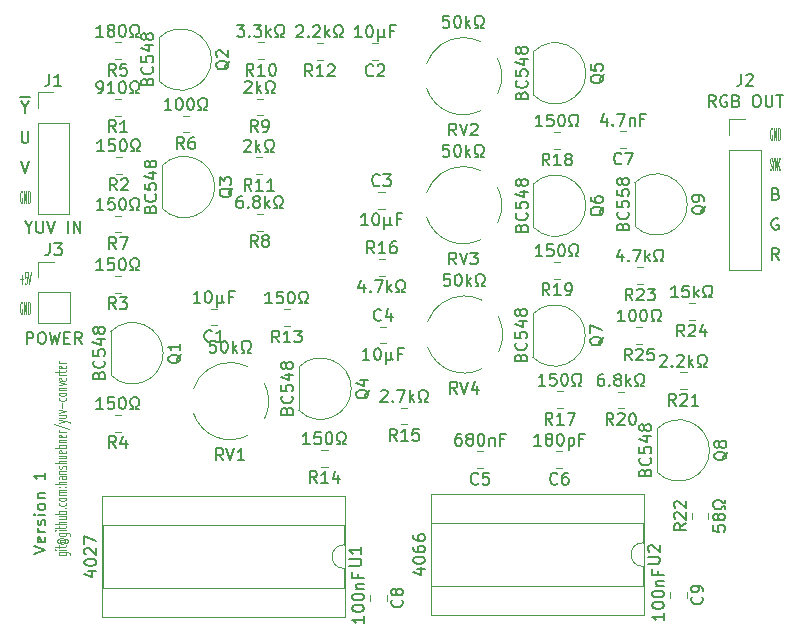
<source format=gbr>
G04 #@! TF.GenerationSoftware,KiCad,Pcbnew,(5.1.5-0-10_14)*
G04 #@! TF.CreationDate,2020-06-04T16:49:04+02:00*
G04 #@! TF.ProjectId,yuv-rgb-converter,7975762d-7267-4622-9d63-6f6e76657274,rev?*
G04 #@! TF.SameCoordinates,Original*
G04 #@! TF.FileFunction,Legend,Top*
G04 #@! TF.FilePolarity,Positive*
%FSLAX46Y46*%
G04 Gerber Fmt 4.6, Leading zero omitted, Abs format (unit mm)*
G04 Created by KiCad (PCBNEW (5.1.5-0-10_14)) date 2020-06-04 16:49:04*
%MOMM*%
%LPD*%
G04 APERTURE LIST*
%ADD10C,0.150000*%
%ADD11C,0.125000*%
%ADD12C,0.082500*%
%ADD13C,0.062500*%
%ADD14C,0.120000*%
G04 APERTURE END LIST*
D10*
X89368380Y-107616190D02*
X90368380Y-107282857D01*
X89368380Y-106949523D01*
X90320761Y-106235238D02*
X90368380Y-106330476D01*
X90368380Y-106520952D01*
X90320761Y-106616190D01*
X90225523Y-106663809D01*
X89844571Y-106663809D01*
X89749333Y-106616190D01*
X89701714Y-106520952D01*
X89701714Y-106330476D01*
X89749333Y-106235238D01*
X89844571Y-106187619D01*
X89939809Y-106187619D01*
X90035047Y-106663809D01*
X90368380Y-105759047D02*
X89701714Y-105759047D01*
X89892190Y-105759047D02*
X89796952Y-105711428D01*
X89749333Y-105663809D01*
X89701714Y-105568571D01*
X89701714Y-105473333D01*
X90320761Y-105187619D02*
X90368380Y-105092380D01*
X90368380Y-104901904D01*
X90320761Y-104806666D01*
X90225523Y-104759047D01*
X90177904Y-104759047D01*
X90082666Y-104806666D01*
X90035047Y-104901904D01*
X90035047Y-105044761D01*
X89987428Y-105140000D01*
X89892190Y-105187619D01*
X89844571Y-105187619D01*
X89749333Y-105140000D01*
X89701714Y-105044761D01*
X89701714Y-104901904D01*
X89749333Y-104806666D01*
X90368380Y-104330476D02*
X89701714Y-104330476D01*
X89368380Y-104330476D02*
X89416000Y-104378095D01*
X89463619Y-104330476D01*
X89416000Y-104282857D01*
X89368380Y-104330476D01*
X89463619Y-104330476D01*
X90368380Y-103711428D02*
X90320761Y-103806666D01*
X90273142Y-103854285D01*
X90177904Y-103901904D01*
X89892190Y-103901904D01*
X89796952Y-103854285D01*
X89749333Y-103806666D01*
X89701714Y-103711428D01*
X89701714Y-103568571D01*
X89749333Y-103473333D01*
X89796952Y-103425714D01*
X89892190Y-103378095D01*
X90177904Y-103378095D01*
X90273142Y-103425714D01*
X90320761Y-103473333D01*
X90368380Y-103568571D01*
X90368380Y-103711428D01*
X89701714Y-102949523D02*
X90368380Y-102949523D01*
X89796952Y-102949523D02*
X89749333Y-102901904D01*
X89701714Y-102806666D01*
X89701714Y-102663809D01*
X89749333Y-102568571D01*
X89844571Y-102520952D01*
X90368380Y-102520952D01*
X90368380Y-100759047D02*
X90368380Y-101330476D01*
X90368380Y-101044761D02*
X89368380Y-101044761D01*
X89511238Y-101140000D01*
X89606476Y-101235238D01*
X89654095Y-101330476D01*
D11*
X91479714Y-107508476D02*
X92289238Y-107508476D01*
X92384476Y-107532285D01*
X92432095Y-107556095D01*
X92479714Y-107603714D01*
X92479714Y-107675142D01*
X92432095Y-107722761D01*
X92098761Y-107508476D02*
X92146380Y-107556095D01*
X92146380Y-107651333D01*
X92098761Y-107698952D01*
X92051142Y-107722761D01*
X91955904Y-107746571D01*
X91670190Y-107746571D01*
X91574952Y-107722761D01*
X91527333Y-107698952D01*
X91479714Y-107651333D01*
X91479714Y-107556095D01*
X91527333Y-107508476D01*
X92146380Y-107270380D02*
X91479714Y-107270380D01*
X91146380Y-107270380D02*
X91194000Y-107294190D01*
X91241619Y-107270380D01*
X91194000Y-107246571D01*
X91146380Y-107270380D01*
X91241619Y-107270380D01*
X91479714Y-107103714D02*
X91479714Y-106913238D01*
X91146380Y-107032285D02*
X92003523Y-107032285D01*
X92098761Y-107008476D01*
X92146380Y-106960857D01*
X92146380Y-106913238D01*
X91670190Y-106437047D02*
X91622571Y-106460857D01*
X91574952Y-106508476D01*
X91574952Y-106556095D01*
X91622571Y-106603714D01*
X91670190Y-106627523D01*
X91765428Y-106651333D01*
X91860666Y-106651333D01*
X91955904Y-106627523D01*
X92003523Y-106603714D01*
X92051142Y-106556095D01*
X92051142Y-106508476D01*
X92003523Y-106460857D01*
X91955904Y-106437047D01*
X91574952Y-106437047D02*
X91955904Y-106437047D01*
X92003523Y-106413238D01*
X92003523Y-106389428D01*
X91955904Y-106341809D01*
X91860666Y-106318000D01*
X91622571Y-106318000D01*
X91479714Y-106365619D01*
X91384476Y-106437047D01*
X91336857Y-106532285D01*
X91384476Y-106627523D01*
X91479714Y-106698952D01*
X91622571Y-106746571D01*
X91813047Y-106770380D01*
X92003523Y-106746571D01*
X92146380Y-106698952D01*
X92241619Y-106627523D01*
X92289238Y-106532285D01*
X92241619Y-106437047D01*
X92146380Y-106365619D01*
X91479714Y-105889428D02*
X92289238Y-105889428D01*
X92384476Y-105913238D01*
X92432095Y-105937047D01*
X92479714Y-105984666D01*
X92479714Y-106056095D01*
X92432095Y-106103714D01*
X92098761Y-105889428D02*
X92146380Y-105937047D01*
X92146380Y-106032285D01*
X92098761Y-106079904D01*
X92051142Y-106103714D01*
X91955904Y-106127523D01*
X91670190Y-106127523D01*
X91574952Y-106103714D01*
X91527333Y-106079904D01*
X91479714Y-106032285D01*
X91479714Y-105937047D01*
X91527333Y-105889428D01*
X92146380Y-105651333D02*
X91479714Y-105651333D01*
X91146380Y-105651333D02*
X91194000Y-105675142D01*
X91241619Y-105651333D01*
X91194000Y-105627523D01*
X91146380Y-105651333D01*
X91241619Y-105651333D01*
X91479714Y-105484666D02*
X91479714Y-105294190D01*
X91146380Y-105413238D02*
X92003523Y-105413238D01*
X92098761Y-105389428D01*
X92146380Y-105341809D01*
X92146380Y-105294190D01*
X92146380Y-105127523D02*
X91146380Y-105127523D01*
X92146380Y-104913238D02*
X91622571Y-104913238D01*
X91527333Y-104937047D01*
X91479714Y-104984666D01*
X91479714Y-105056095D01*
X91527333Y-105103714D01*
X91574952Y-105127523D01*
X91479714Y-104460857D02*
X92146380Y-104460857D01*
X91479714Y-104675142D02*
X92003523Y-104675142D01*
X92098761Y-104651333D01*
X92146380Y-104603714D01*
X92146380Y-104532285D01*
X92098761Y-104484666D01*
X92051142Y-104460857D01*
X92146380Y-104222761D02*
X91146380Y-104222761D01*
X91527333Y-104222761D02*
X91479714Y-104175142D01*
X91479714Y-104079904D01*
X91527333Y-104032285D01*
X91574952Y-104008476D01*
X91670190Y-103984666D01*
X91955904Y-103984666D01*
X92051142Y-104008476D01*
X92098761Y-104032285D01*
X92146380Y-104079904D01*
X92146380Y-104175142D01*
X92098761Y-104222761D01*
X92051142Y-103770380D02*
X92098761Y-103746571D01*
X92146380Y-103770380D01*
X92098761Y-103794190D01*
X92051142Y-103770380D01*
X92146380Y-103770380D01*
X92098761Y-103318000D02*
X92146380Y-103365619D01*
X92146380Y-103460857D01*
X92098761Y-103508476D01*
X92051142Y-103532285D01*
X91955904Y-103556095D01*
X91670190Y-103556095D01*
X91574952Y-103532285D01*
X91527333Y-103508476D01*
X91479714Y-103460857D01*
X91479714Y-103365619D01*
X91527333Y-103318000D01*
X92146380Y-103032285D02*
X92098761Y-103079904D01*
X92051142Y-103103714D01*
X91955904Y-103127523D01*
X91670190Y-103127523D01*
X91574952Y-103103714D01*
X91527333Y-103079904D01*
X91479714Y-103032285D01*
X91479714Y-102960857D01*
X91527333Y-102913238D01*
X91574952Y-102889428D01*
X91670190Y-102865619D01*
X91955904Y-102865619D01*
X92051142Y-102889428D01*
X92098761Y-102913238D01*
X92146380Y-102960857D01*
X92146380Y-103032285D01*
X92146380Y-102651333D02*
X91479714Y-102651333D01*
X91574952Y-102651333D02*
X91527333Y-102627523D01*
X91479714Y-102579904D01*
X91479714Y-102508476D01*
X91527333Y-102460857D01*
X91622571Y-102437047D01*
X92146380Y-102437047D01*
X91622571Y-102437047D02*
X91527333Y-102413238D01*
X91479714Y-102365619D01*
X91479714Y-102294190D01*
X91527333Y-102246571D01*
X91622571Y-102222761D01*
X92146380Y-102222761D01*
X92051142Y-101984666D02*
X92098761Y-101960857D01*
X92146380Y-101984666D01*
X92098761Y-102008476D01*
X92051142Y-101984666D01*
X92146380Y-101984666D01*
X91527333Y-101984666D02*
X91574952Y-101960857D01*
X91622571Y-101984666D01*
X91574952Y-102008476D01*
X91527333Y-101984666D01*
X91622571Y-101984666D01*
X92146380Y-101746571D02*
X91146380Y-101746571D01*
X92146380Y-101532285D02*
X91622571Y-101532285D01*
X91527333Y-101556095D01*
X91479714Y-101603714D01*
X91479714Y-101675142D01*
X91527333Y-101722761D01*
X91574952Y-101746571D01*
X92146380Y-101079904D02*
X91622571Y-101079904D01*
X91527333Y-101103714D01*
X91479714Y-101151333D01*
X91479714Y-101246571D01*
X91527333Y-101294190D01*
X92098761Y-101079904D02*
X92146380Y-101127523D01*
X92146380Y-101246571D01*
X92098761Y-101294190D01*
X92003523Y-101318000D01*
X91908285Y-101318000D01*
X91813047Y-101294190D01*
X91765428Y-101246571D01*
X91765428Y-101127523D01*
X91717809Y-101079904D01*
X91479714Y-100841809D02*
X92146380Y-100841809D01*
X91574952Y-100841809D02*
X91527333Y-100818000D01*
X91479714Y-100770380D01*
X91479714Y-100698952D01*
X91527333Y-100651333D01*
X91622571Y-100627523D01*
X92146380Y-100627523D01*
X92098761Y-100413238D02*
X92146380Y-100365619D01*
X92146380Y-100270380D01*
X92098761Y-100222761D01*
X92003523Y-100198952D01*
X91955904Y-100198952D01*
X91860666Y-100222761D01*
X91813047Y-100270380D01*
X91813047Y-100341809D01*
X91765428Y-100389428D01*
X91670190Y-100413238D01*
X91622571Y-100413238D01*
X91527333Y-100389428D01*
X91479714Y-100341809D01*
X91479714Y-100270380D01*
X91527333Y-100222761D01*
X92146380Y-99984666D02*
X91146380Y-99984666D01*
X92146380Y-99770380D02*
X91622571Y-99770380D01*
X91527333Y-99794190D01*
X91479714Y-99841809D01*
X91479714Y-99913238D01*
X91527333Y-99960857D01*
X91574952Y-99984666D01*
X91479714Y-99318000D02*
X92146380Y-99318000D01*
X91479714Y-99532285D02*
X92003523Y-99532285D01*
X92098761Y-99508476D01*
X92146380Y-99460857D01*
X92146380Y-99389428D01*
X92098761Y-99341809D01*
X92051142Y-99318000D01*
X92098761Y-98889428D02*
X92146380Y-98937047D01*
X92146380Y-99032285D01*
X92098761Y-99079904D01*
X92003523Y-99103714D01*
X91622571Y-99103714D01*
X91527333Y-99079904D01*
X91479714Y-99032285D01*
X91479714Y-98937047D01*
X91527333Y-98889428D01*
X91622571Y-98865619D01*
X91717809Y-98865619D01*
X91813047Y-99103714D01*
X92146380Y-98651333D02*
X91146380Y-98651333D01*
X91527333Y-98651333D02*
X91479714Y-98603714D01*
X91479714Y-98508476D01*
X91527333Y-98460857D01*
X91574952Y-98437047D01*
X91670190Y-98413238D01*
X91955904Y-98413238D01*
X92051142Y-98437047D01*
X92098761Y-98460857D01*
X92146380Y-98508476D01*
X92146380Y-98603714D01*
X92098761Y-98651333D01*
X91479714Y-98198952D02*
X92146380Y-98198952D01*
X91574952Y-98198952D02*
X91527333Y-98175142D01*
X91479714Y-98127523D01*
X91479714Y-98056095D01*
X91527333Y-98008476D01*
X91622571Y-97984666D01*
X92146380Y-97984666D01*
X92098761Y-97556095D02*
X92146380Y-97603714D01*
X92146380Y-97698952D01*
X92098761Y-97746571D01*
X92003523Y-97770380D01*
X91622571Y-97770380D01*
X91527333Y-97746571D01*
X91479714Y-97698952D01*
X91479714Y-97603714D01*
X91527333Y-97556095D01*
X91622571Y-97532285D01*
X91717809Y-97532285D01*
X91813047Y-97770380D01*
X92146380Y-97318000D02*
X91479714Y-97318000D01*
X91670190Y-97318000D02*
X91574952Y-97294190D01*
X91527333Y-97270380D01*
X91479714Y-97222761D01*
X91479714Y-97175142D01*
X91098761Y-96651333D02*
X92384476Y-97079904D01*
X91479714Y-96532285D02*
X92146380Y-96413238D01*
X91479714Y-96294190D02*
X92146380Y-96413238D01*
X92384476Y-96460857D01*
X92432095Y-96484666D01*
X92479714Y-96532285D01*
X91479714Y-95889428D02*
X92146380Y-95889428D01*
X91479714Y-96103714D02*
X92003523Y-96103714D01*
X92098761Y-96079904D01*
X92146380Y-96032285D01*
X92146380Y-95960857D01*
X92098761Y-95913238D01*
X92051142Y-95889428D01*
X91479714Y-95698952D02*
X92146380Y-95579904D01*
X91479714Y-95460857D01*
X91765428Y-95270380D02*
X91765428Y-94889428D01*
X92098761Y-94437047D02*
X92146380Y-94484666D01*
X92146380Y-94579904D01*
X92098761Y-94627523D01*
X92051142Y-94651333D01*
X91955904Y-94675142D01*
X91670190Y-94675142D01*
X91574952Y-94651333D01*
X91527333Y-94627523D01*
X91479714Y-94579904D01*
X91479714Y-94484666D01*
X91527333Y-94437047D01*
X92146380Y-94151333D02*
X92098761Y-94198952D01*
X92051142Y-94222761D01*
X91955904Y-94246571D01*
X91670190Y-94246571D01*
X91574952Y-94222761D01*
X91527333Y-94198952D01*
X91479714Y-94151333D01*
X91479714Y-94079904D01*
X91527333Y-94032285D01*
X91574952Y-94008476D01*
X91670190Y-93984666D01*
X91955904Y-93984666D01*
X92051142Y-94008476D01*
X92098761Y-94032285D01*
X92146380Y-94079904D01*
X92146380Y-94151333D01*
X91479714Y-93770380D02*
X92146380Y-93770380D01*
X91574952Y-93770380D02*
X91527333Y-93746571D01*
X91479714Y-93698952D01*
X91479714Y-93627523D01*
X91527333Y-93579904D01*
X91622571Y-93556095D01*
X92146380Y-93556095D01*
X91479714Y-93365619D02*
X92146380Y-93246571D01*
X91479714Y-93127523D01*
X92098761Y-92746571D02*
X92146380Y-92794190D01*
X92146380Y-92889428D01*
X92098761Y-92937047D01*
X92003523Y-92960857D01*
X91622571Y-92960857D01*
X91527333Y-92937047D01*
X91479714Y-92889428D01*
X91479714Y-92794190D01*
X91527333Y-92746571D01*
X91622571Y-92722761D01*
X91717809Y-92722761D01*
X91813047Y-92960857D01*
X92146380Y-92508476D02*
X91479714Y-92508476D01*
X91670190Y-92508476D02*
X91574952Y-92484666D01*
X91527333Y-92460857D01*
X91479714Y-92413238D01*
X91479714Y-92365619D01*
X91479714Y-92270380D02*
X91479714Y-92079904D01*
X91146380Y-92198952D02*
X92003523Y-92198952D01*
X92098761Y-92175142D01*
X92146380Y-92127523D01*
X92146380Y-92079904D01*
X92098761Y-91722761D02*
X92146380Y-91770380D01*
X92146380Y-91865619D01*
X92098761Y-91913238D01*
X92003523Y-91937047D01*
X91622571Y-91937047D01*
X91527333Y-91913238D01*
X91479714Y-91865619D01*
X91479714Y-91770380D01*
X91527333Y-91722761D01*
X91622571Y-91698952D01*
X91717809Y-91698952D01*
X91813047Y-91937047D01*
X92146380Y-91484666D02*
X91479714Y-91484666D01*
X91670190Y-91484666D02*
X91574952Y-91460857D01*
X91527333Y-91437047D01*
X91479714Y-91389428D01*
X91479714Y-91341809D01*
D12*
X88221714Y-84399428D02*
X88473142Y-84399428D01*
X88347428Y-84780380D02*
X88347428Y-84018476D01*
X88787428Y-83780380D02*
X88630285Y-83780380D01*
X88614571Y-84256571D01*
X88630285Y-84208952D01*
X88661714Y-84161333D01*
X88740285Y-84161333D01*
X88771714Y-84208952D01*
X88787428Y-84256571D01*
X88803142Y-84351809D01*
X88803142Y-84589904D01*
X88787428Y-84685142D01*
X88771714Y-84732761D01*
X88740285Y-84780380D01*
X88661714Y-84780380D01*
X88630285Y-84732761D01*
X88614571Y-84685142D01*
X88897428Y-83780380D02*
X89007428Y-84780380D01*
X89117428Y-83780380D01*
D10*
X152455523Y-82748380D02*
X152122190Y-82272190D01*
X151884095Y-82748380D02*
X151884095Y-81748380D01*
X152265047Y-81748380D01*
X152360285Y-81796000D01*
X152407904Y-81843619D01*
X152455523Y-81938857D01*
X152455523Y-82081714D01*
X152407904Y-82176952D01*
X152360285Y-82224571D01*
X152265047Y-82272190D01*
X151884095Y-82272190D01*
X152407904Y-79256000D02*
X152312666Y-79208380D01*
X152169809Y-79208380D01*
X152026952Y-79256000D01*
X151931714Y-79351238D01*
X151884095Y-79446476D01*
X151836476Y-79636952D01*
X151836476Y-79779809D01*
X151884095Y-79970285D01*
X151931714Y-80065523D01*
X152026952Y-80160761D01*
X152169809Y-80208380D01*
X152265047Y-80208380D01*
X152407904Y-80160761D01*
X152455523Y-80113142D01*
X152455523Y-79779809D01*
X152265047Y-79779809D01*
X152217428Y-77144571D02*
X152360285Y-77192190D01*
X152407904Y-77239809D01*
X152455523Y-77335047D01*
X152455523Y-77477904D01*
X152407904Y-77573142D01*
X152360285Y-77620761D01*
X152265047Y-77668380D01*
X151884095Y-77668380D01*
X151884095Y-76668380D01*
X152217428Y-76668380D01*
X152312666Y-76716000D01*
X152360285Y-76763619D01*
X152407904Y-76858857D01*
X152407904Y-76954095D01*
X152360285Y-77049333D01*
X152312666Y-77096952D01*
X152217428Y-77144571D01*
X151884095Y-77144571D01*
D13*
X151711476Y-75080761D02*
X151747190Y-75128380D01*
X151806714Y-75128380D01*
X151830523Y-75080761D01*
X151842428Y-75033142D01*
X151854333Y-74937904D01*
X151854333Y-74842666D01*
X151842428Y-74747428D01*
X151830523Y-74699809D01*
X151806714Y-74652190D01*
X151759095Y-74604571D01*
X151735285Y-74556952D01*
X151723380Y-74509333D01*
X151711476Y-74414095D01*
X151711476Y-74318857D01*
X151723380Y-74223619D01*
X151735285Y-74176000D01*
X151759095Y-74128380D01*
X151818619Y-74128380D01*
X151854333Y-74176000D01*
X152009095Y-74652190D02*
X152009095Y-75128380D01*
X151925761Y-74128380D02*
X152009095Y-74652190D01*
X152092428Y-74128380D01*
X152175761Y-75128380D02*
X152175761Y-74128380D01*
X152318619Y-75128380D01*
X152318619Y-74128380D01*
X152580523Y-75033142D02*
X152568619Y-75080761D01*
X152532904Y-75128380D01*
X152509095Y-75128380D01*
X152473380Y-75080761D01*
X152449571Y-74985523D01*
X152437666Y-74890285D01*
X152425761Y-74699809D01*
X152425761Y-74556952D01*
X152437666Y-74366476D01*
X152449571Y-74271238D01*
X152473380Y-74176000D01*
X152509095Y-74128380D01*
X152532904Y-74128380D01*
X152568619Y-74176000D01*
X152580523Y-74223619D01*
D12*
X151894571Y-71636000D02*
X151863142Y-71588380D01*
X151816000Y-71588380D01*
X151768857Y-71636000D01*
X151737428Y-71731238D01*
X151721714Y-71826476D01*
X151706000Y-72016952D01*
X151706000Y-72159809D01*
X151721714Y-72350285D01*
X151737428Y-72445523D01*
X151768857Y-72540761D01*
X151816000Y-72588380D01*
X151847428Y-72588380D01*
X151894571Y-72540761D01*
X151910285Y-72493142D01*
X151910285Y-72159809D01*
X151847428Y-72159809D01*
X152051714Y-72588380D02*
X152051714Y-71588380D01*
X152240285Y-72588380D01*
X152240285Y-71588380D01*
X152397428Y-72588380D02*
X152397428Y-71588380D01*
X152476000Y-71588380D01*
X152523142Y-71636000D01*
X152554571Y-71731238D01*
X152570285Y-71826476D01*
X152586000Y-72016952D01*
X152586000Y-72159809D01*
X152570285Y-72350285D01*
X152554571Y-72445523D01*
X152523142Y-72540761D01*
X152476000Y-72588380D01*
X152397428Y-72588380D01*
X88394571Y-86368000D02*
X88363142Y-86320380D01*
X88316000Y-86320380D01*
X88268857Y-86368000D01*
X88237428Y-86463238D01*
X88221714Y-86558476D01*
X88206000Y-86748952D01*
X88206000Y-86891809D01*
X88221714Y-87082285D01*
X88237428Y-87177523D01*
X88268857Y-87272761D01*
X88316000Y-87320380D01*
X88347428Y-87320380D01*
X88394571Y-87272761D01*
X88410285Y-87225142D01*
X88410285Y-86891809D01*
X88347428Y-86891809D01*
X88551714Y-87320380D02*
X88551714Y-86320380D01*
X88740285Y-87320380D01*
X88740285Y-86320380D01*
X88897428Y-87320380D02*
X88897428Y-86320380D01*
X88976000Y-86320380D01*
X89023142Y-86368000D01*
X89054571Y-86463238D01*
X89070285Y-86558476D01*
X89086000Y-86748952D01*
X89086000Y-86891809D01*
X89070285Y-87082285D01*
X89054571Y-87177523D01*
X89023142Y-87272761D01*
X88976000Y-87320380D01*
X88897428Y-87320380D01*
X88394571Y-76970000D02*
X88363142Y-76922380D01*
X88316000Y-76922380D01*
X88268857Y-76970000D01*
X88237428Y-77065238D01*
X88221714Y-77160476D01*
X88206000Y-77350952D01*
X88206000Y-77493809D01*
X88221714Y-77684285D01*
X88237428Y-77779523D01*
X88268857Y-77874761D01*
X88316000Y-77922380D01*
X88347428Y-77922380D01*
X88394571Y-77874761D01*
X88410285Y-77827142D01*
X88410285Y-77493809D01*
X88347428Y-77493809D01*
X88551714Y-77922380D02*
X88551714Y-76922380D01*
X88740285Y-77922380D01*
X88740285Y-76922380D01*
X88897428Y-77922380D02*
X88897428Y-76922380D01*
X88976000Y-76922380D01*
X89023142Y-76970000D01*
X89054571Y-77065238D01*
X89070285Y-77160476D01*
X89086000Y-77350952D01*
X89086000Y-77493809D01*
X89070285Y-77684285D01*
X89054571Y-77779523D01*
X89023142Y-77874761D01*
X88976000Y-77922380D01*
X88897428Y-77922380D01*
D10*
X88312666Y-74382380D02*
X88646000Y-75382380D01*
X88979333Y-74382380D01*
X88360285Y-71842380D02*
X88360285Y-72651904D01*
X88407904Y-72747142D01*
X88455523Y-72794761D01*
X88550761Y-72842380D01*
X88741238Y-72842380D01*
X88836476Y-72794761D01*
X88884095Y-72747142D01*
X88931714Y-72651904D01*
X88931714Y-71842380D01*
X88217428Y-68935000D02*
X89074571Y-68935000D01*
X88646000Y-69826190D02*
X88646000Y-70302380D01*
X88312666Y-69302380D02*
X88646000Y-69826190D01*
X88979333Y-69302380D01*
D14*
X141013800Y-112836000D02*
X141013800Y-102556000D01*
X122993800Y-112836000D02*
X141013800Y-112836000D01*
X122993800Y-102556000D02*
X122993800Y-112836000D01*
X141013800Y-102556000D02*
X122993800Y-102556000D01*
X140953800Y-110346000D02*
X140953800Y-108696000D01*
X123053800Y-110346000D02*
X140953800Y-110346000D01*
X123053800Y-105046000D02*
X123053800Y-110346000D01*
X140953800Y-105046000D02*
X123053800Y-105046000D01*
X140953800Y-106696000D02*
X140953800Y-105046000D01*
X140953800Y-108696000D02*
G75*
G02X140953800Y-106696000I0J1000000D01*
G01*
X115715400Y-113013800D02*
X115715400Y-102733800D01*
X95155400Y-113013800D02*
X115715400Y-113013800D01*
X95155400Y-102733800D02*
X95155400Y-113013800D01*
X115715400Y-102733800D02*
X95155400Y-102733800D01*
X115655400Y-110523800D02*
X115655400Y-108873800D01*
X95215400Y-110523800D02*
X115655400Y-110523800D01*
X95215400Y-105223800D02*
X95215400Y-110523800D01*
X115655400Y-105223800D02*
X95215400Y-105223800D01*
X115655400Y-106873800D02*
X115655400Y-105223800D01*
X115655400Y-108873800D02*
G75*
G02X115655400Y-106873800I0J1000000D01*
G01*
X125763937Y-85793125D02*
G75*
G02X127305800Y-86149200I56863J-3270075D01*
G01*
X128734187Y-87577998D02*
G75*
G02X128734800Y-90547200I-2913387J-1485202D01*
G01*
X127304768Y-91977029D02*
G75*
G02X122728800Y-90127200I-1483968J2913829D01*
G01*
X122728954Y-87998592D02*
G75*
G02X125820800Y-85793200I3091846J-1064608D01*
G01*
X125687737Y-74845725D02*
G75*
G02X127229600Y-75201800I56863J-3270075D01*
G01*
X128657987Y-76630598D02*
G75*
G02X128658600Y-79599800I-2913387J-1485202D01*
G01*
X127228568Y-81029629D02*
G75*
G02X122652600Y-79179800I-1483968J2913829D01*
G01*
X122652754Y-77051192D02*
G75*
G02X125744600Y-74845800I3091846J-1064608D01*
G01*
X125687737Y-63923725D02*
G75*
G02X127229600Y-64279800I56863J-3270075D01*
G01*
X128657987Y-65708598D02*
G75*
G02X128658600Y-68677800I-2913387J-1485202D01*
G01*
X127228568Y-70107629D02*
G75*
G02X122652600Y-68257800I-1483968J2913829D01*
G01*
X122652754Y-66129192D02*
G75*
G02X125744600Y-63923800I3091846J-1064608D01*
G01*
X105951937Y-91431925D02*
G75*
G02X107493800Y-91788000I56863J-3270075D01*
G01*
X108922187Y-93216798D02*
G75*
G02X108922800Y-96186000I-2913387J-1485202D01*
G01*
X107492768Y-97615829D02*
G75*
G02X102916800Y-95766000I-1483968J2913829D01*
G01*
X102916954Y-93637392D02*
G75*
G02X106008800Y-91432000I3091846J-1064608D01*
G01*
X140901052Y-88444000D02*
X140378548Y-88444000D01*
X140901052Y-89864000D02*
X140378548Y-89864000D01*
X145346052Y-86412000D02*
X144823548Y-86412000D01*
X145346052Y-87832000D02*
X144823548Y-87832000D01*
X140977252Y-83364000D02*
X140454748Y-83364000D01*
X140977252Y-84784000D02*
X140454748Y-84784000D01*
X146506000Y-104680652D02*
X146506000Y-104158148D01*
X145086000Y-104680652D02*
X145086000Y-104158148D01*
X144660252Y-92279400D02*
X144137748Y-92279400D01*
X144660252Y-93699400D02*
X144137748Y-93699400D01*
X139351652Y-93905000D02*
X138829148Y-93905000D01*
X139351652Y-95325000D02*
X138829148Y-95325000D01*
X133941452Y-82932200D02*
X133418948Y-82932200D01*
X133941452Y-84352200D02*
X133418948Y-84352200D01*
X133941452Y-71934000D02*
X133418948Y-71934000D01*
X133941452Y-73354000D02*
X133418948Y-73354000D01*
X134195452Y-93879600D02*
X133672948Y-93879600D01*
X134195452Y-95299600D02*
X133672948Y-95299600D01*
X118585348Y-84098200D02*
X119107852Y-84098200D01*
X118585348Y-82678200D02*
X119107852Y-82678200D01*
X121012852Y-95251200D02*
X120490348Y-95251200D01*
X121012852Y-96671200D02*
X120490348Y-96671200D01*
X114256452Y-98832600D02*
X113733948Y-98832600D01*
X114256452Y-100252600D02*
X113733948Y-100252600D01*
X111056052Y-86920000D02*
X110533548Y-86920000D01*
X111056052Y-88340000D02*
X110533548Y-88340000D01*
X113850052Y-64390200D02*
X113327548Y-64390200D01*
X113850052Y-65810200D02*
X113327548Y-65810200D01*
X108719252Y-74067600D02*
X108196748Y-74067600D01*
X108719252Y-75487600D02*
X108196748Y-75487600D01*
X108871652Y-64339400D02*
X108349148Y-64339400D01*
X108871652Y-65759400D02*
X108349148Y-65759400D01*
X108770052Y-69089200D02*
X108247548Y-69089200D01*
X108770052Y-70509200D02*
X108247548Y-70509200D01*
X108770052Y-78842800D02*
X108247548Y-78842800D01*
X108770052Y-80262800D02*
X108247548Y-80262800D01*
X96781252Y-78995200D02*
X96258748Y-78995200D01*
X96781252Y-80415200D02*
X96258748Y-80415200D01*
X102521652Y-70537000D02*
X101999148Y-70537000D01*
X102521652Y-71957000D02*
X101999148Y-71957000D01*
X96755852Y-64339400D02*
X96233348Y-64339400D01*
X96755852Y-65759400D02*
X96233348Y-65759400D01*
X96755852Y-95860800D02*
X96233348Y-95860800D01*
X96755852Y-97280800D02*
X96233348Y-97280800D01*
X96755852Y-84100600D02*
X96233348Y-84100600D01*
X96755852Y-85520600D02*
X96233348Y-85520600D01*
X96832052Y-74042200D02*
X96309548Y-74042200D01*
X96832052Y-75462200D02*
X96309548Y-75462200D01*
X96755852Y-69114600D02*
X96233348Y-69114600D01*
X96755852Y-70534600D02*
X96233348Y-70534600D01*
X140274522Y-79892678D02*
G75*
G03X144713000Y-78054200I1838478J1838478D01*
G01*
X140274522Y-76215722D02*
G75*
G02X144713000Y-78054200I1838478J-1838478D01*
G01*
X140263000Y-76254200D02*
X140263000Y-79854200D01*
X142154122Y-100720678D02*
G75*
G03X146592600Y-98882200I1838478J1838478D01*
G01*
X142154122Y-97043722D02*
G75*
G02X146592600Y-98882200I1838478J-1838478D01*
G01*
X142142600Y-97082200D02*
X142142600Y-100682200D01*
X131638522Y-90992478D02*
G75*
G03X136077000Y-89154000I1838478J1838478D01*
G01*
X131638522Y-87315522D02*
G75*
G02X136077000Y-89154000I1838478J-1838478D01*
G01*
X131627000Y-87354000D02*
X131627000Y-90954000D01*
X131689322Y-79994278D02*
G75*
G03X136127800Y-78155800I1838478J1838478D01*
G01*
X131689322Y-76317322D02*
G75*
G02X136127800Y-78155800I1838478J-1838478D01*
G01*
X131677800Y-76355800D02*
X131677800Y-79955800D01*
X131689322Y-68792878D02*
G75*
G03X136127800Y-66954400I1838478J1838478D01*
G01*
X131689322Y-65115922D02*
G75*
G02X136127800Y-66954400I1838478J-1838478D01*
G01*
X131677800Y-65154400D02*
X131677800Y-68754400D01*
X111826522Y-95488278D02*
G75*
G03X116265000Y-93649800I1838478J1838478D01*
G01*
X111826522Y-91811322D02*
G75*
G02X116265000Y-93649800I1838478J-1838478D01*
G01*
X111815000Y-91849800D02*
X111815000Y-95449800D01*
X100269522Y-78419478D02*
G75*
G03X104708000Y-76581000I1838478J1838478D01*
G01*
X100269522Y-74742522D02*
G75*
G02X104708000Y-76581000I1838478J-1838478D01*
G01*
X100258000Y-74781000D02*
X100258000Y-78381000D01*
X99990122Y-67624478D02*
G75*
G03X104428600Y-65786000I1838478J1838478D01*
G01*
X99990122Y-63947522D02*
G75*
G02X104428600Y-65786000I1838478J-1838478D01*
G01*
X99978600Y-63986000D02*
X99978600Y-67586000D01*
X95900722Y-92491078D02*
G75*
G03X100339200Y-90652600I1838478J1838478D01*
G01*
X95900722Y-88814122D02*
G75*
G02X100339200Y-90652600I1838478J-1838478D01*
G01*
X95889200Y-88852600D02*
X95889200Y-92452600D01*
X89754400Y-82896400D02*
X91084400Y-82896400D01*
X89754400Y-84226400D02*
X89754400Y-82896400D01*
X89754400Y-85496400D02*
X92414400Y-85496400D01*
X92414400Y-85496400D02*
X92414400Y-88096400D01*
X89754400Y-85496400D02*
X89754400Y-88096400D01*
X89754400Y-88096400D02*
X92414400Y-88096400D01*
X148276000Y-70806000D02*
X149606000Y-70806000D01*
X148276000Y-72136000D02*
X148276000Y-70806000D01*
X148276000Y-73406000D02*
X150936000Y-73406000D01*
X150936000Y-73406000D02*
X150936000Y-83626000D01*
X148276000Y-73406000D02*
X148276000Y-83626000D01*
X148276000Y-83626000D02*
X150936000Y-83626000D01*
X89703600Y-78825400D02*
X92363600Y-78825400D01*
X89703600Y-71145400D02*
X89703600Y-78825400D01*
X92363600Y-71145400D02*
X92363600Y-78825400D01*
X89703600Y-71145400D02*
X92363600Y-71145400D01*
X89703600Y-69875400D02*
X89703600Y-68545400D01*
X89703600Y-68545400D02*
X91033600Y-68545400D01*
X143231800Y-110847348D02*
X143231800Y-111369852D01*
X144651800Y-110847348D02*
X144651800Y-111369852D01*
X117831800Y-111101348D02*
X117831800Y-111623852D01*
X119251800Y-111101348D02*
X119251800Y-111623852D01*
X139554852Y-71857800D02*
X139032348Y-71857800D01*
X139554852Y-73277800D02*
X139032348Y-73277800D01*
X134144652Y-98959600D02*
X133622148Y-98959600D01*
X134144652Y-100379600D02*
X133622148Y-100379600D01*
X127439052Y-98959600D02*
X126916548Y-98959600D01*
X127439052Y-100379600D02*
X126916548Y-100379600D01*
X118686948Y-89813200D02*
X119209452Y-89813200D01*
X118686948Y-88393200D02*
X119209452Y-88393200D01*
X118559948Y-78408600D02*
X119082452Y-78408600D01*
X118559948Y-76988600D02*
X119082452Y-76988600D01*
X118549052Y-64390200D02*
X118026548Y-64390200D01*
X118549052Y-65810200D02*
X118026548Y-65810200D01*
X104883852Y-86869200D02*
X104361348Y-86869200D01*
X104883852Y-88289200D02*
X104361348Y-88289200D01*
D10*
X141406180Y-108457904D02*
X142215704Y-108457904D01*
X142310942Y-108410285D01*
X142358561Y-108362666D01*
X142406180Y-108267428D01*
X142406180Y-108076952D01*
X142358561Y-107981714D01*
X142310942Y-107934095D01*
X142215704Y-107886476D01*
X141406180Y-107886476D01*
X141501419Y-107457904D02*
X141453800Y-107410285D01*
X141406180Y-107315047D01*
X141406180Y-107076952D01*
X141453800Y-106981714D01*
X141501419Y-106934095D01*
X141596657Y-106886476D01*
X141691895Y-106886476D01*
X141834752Y-106934095D01*
X142406180Y-107505523D01*
X142406180Y-106886476D01*
X121839514Y-108934095D02*
X122506180Y-108934095D01*
X121458561Y-109172190D02*
X122172847Y-109410285D01*
X122172847Y-108791238D01*
X121506180Y-108219809D02*
X121506180Y-108124571D01*
X121553800Y-108029333D01*
X121601419Y-107981714D01*
X121696657Y-107934095D01*
X121887133Y-107886476D01*
X122125228Y-107886476D01*
X122315704Y-107934095D01*
X122410942Y-107981714D01*
X122458561Y-108029333D01*
X122506180Y-108124571D01*
X122506180Y-108219809D01*
X122458561Y-108315047D01*
X122410942Y-108362666D01*
X122315704Y-108410285D01*
X122125228Y-108457904D01*
X121887133Y-108457904D01*
X121696657Y-108410285D01*
X121601419Y-108362666D01*
X121553800Y-108315047D01*
X121506180Y-108219809D01*
X121506180Y-107029333D02*
X121506180Y-107219809D01*
X121553800Y-107315047D01*
X121601419Y-107362666D01*
X121744276Y-107457904D01*
X121934752Y-107505523D01*
X122315704Y-107505523D01*
X122410942Y-107457904D01*
X122458561Y-107410285D01*
X122506180Y-107315047D01*
X122506180Y-107124571D01*
X122458561Y-107029333D01*
X122410942Y-106981714D01*
X122315704Y-106934095D01*
X122077609Y-106934095D01*
X121982371Y-106981714D01*
X121934752Y-107029333D01*
X121887133Y-107124571D01*
X121887133Y-107315047D01*
X121934752Y-107410285D01*
X121982371Y-107457904D01*
X122077609Y-107505523D01*
X121506180Y-106076952D02*
X121506180Y-106267428D01*
X121553800Y-106362666D01*
X121601419Y-106410285D01*
X121744276Y-106505523D01*
X121934752Y-106553142D01*
X122315704Y-106553142D01*
X122410942Y-106505523D01*
X122458561Y-106457904D01*
X122506180Y-106362666D01*
X122506180Y-106172190D01*
X122458561Y-106076952D01*
X122410942Y-106029333D01*
X122315704Y-105981714D01*
X122077609Y-105981714D01*
X121982371Y-106029333D01*
X121934752Y-106076952D01*
X121887133Y-106172190D01*
X121887133Y-106362666D01*
X121934752Y-106457904D01*
X121982371Y-106505523D01*
X122077609Y-106553142D01*
X116107780Y-108635704D02*
X116917304Y-108635704D01*
X117012542Y-108588085D01*
X117060161Y-108540466D01*
X117107780Y-108445228D01*
X117107780Y-108254752D01*
X117060161Y-108159514D01*
X117012542Y-108111895D01*
X116917304Y-108064276D01*
X116107780Y-108064276D01*
X117107780Y-107064276D02*
X117107780Y-107635704D01*
X117107780Y-107349990D02*
X116107780Y-107349990D01*
X116250638Y-107445228D01*
X116345876Y-107540466D01*
X116393495Y-107635704D01*
X94001114Y-109111895D02*
X94667780Y-109111895D01*
X93620161Y-109349990D02*
X94334447Y-109588085D01*
X94334447Y-108969038D01*
X93667780Y-108397609D02*
X93667780Y-108302371D01*
X93715400Y-108207133D01*
X93763019Y-108159514D01*
X93858257Y-108111895D01*
X94048733Y-108064276D01*
X94286828Y-108064276D01*
X94477304Y-108111895D01*
X94572542Y-108159514D01*
X94620161Y-108207133D01*
X94667780Y-108302371D01*
X94667780Y-108397609D01*
X94620161Y-108492847D01*
X94572542Y-108540466D01*
X94477304Y-108588085D01*
X94286828Y-108635704D01*
X94048733Y-108635704D01*
X93858257Y-108588085D01*
X93763019Y-108540466D01*
X93715400Y-108492847D01*
X93667780Y-108397609D01*
X93763019Y-107683323D02*
X93715400Y-107635704D01*
X93667780Y-107540466D01*
X93667780Y-107302371D01*
X93715400Y-107207133D01*
X93763019Y-107159514D01*
X93858257Y-107111895D01*
X93953495Y-107111895D01*
X94096352Y-107159514D01*
X94667780Y-107730942D01*
X94667780Y-107111895D01*
X93667780Y-106778561D02*
X93667780Y-106111895D01*
X94667780Y-106540466D01*
X125225561Y-94075580D02*
X124892228Y-93599390D01*
X124654133Y-94075580D02*
X124654133Y-93075580D01*
X125035085Y-93075580D01*
X125130323Y-93123200D01*
X125177942Y-93170819D01*
X125225561Y-93266057D01*
X125225561Y-93408914D01*
X125177942Y-93504152D01*
X125130323Y-93551771D01*
X125035085Y-93599390D01*
X124654133Y-93599390D01*
X125511276Y-93075580D02*
X125844609Y-94075580D01*
X126177942Y-93075580D01*
X126939847Y-93408914D02*
X126939847Y-94075580D01*
X126701752Y-93027961D02*
X126463657Y-93742247D01*
X127082704Y-93742247D01*
X124606514Y-83955580D02*
X124130323Y-83955580D01*
X124082704Y-84431771D01*
X124130323Y-84384152D01*
X124225561Y-84336533D01*
X124463657Y-84336533D01*
X124558895Y-84384152D01*
X124606514Y-84431771D01*
X124654133Y-84527009D01*
X124654133Y-84765104D01*
X124606514Y-84860342D01*
X124558895Y-84907961D01*
X124463657Y-84955580D01*
X124225561Y-84955580D01*
X124130323Y-84907961D01*
X124082704Y-84860342D01*
X125273180Y-83955580D02*
X125368419Y-83955580D01*
X125463657Y-84003200D01*
X125511276Y-84050819D01*
X125558895Y-84146057D01*
X125606514Y-84336533D01*
X125606514Y-84574628D01*
X125558895Y-84765104D01*
X125511276Y-84860342D01*
X125463657Y-84907961D01*
X125368419Y-84955580D01*
X125273180Y-84955580D01*
X125177942Y-84907961D01*
X125130323Y-84860342D01*
X125082704Y-84765104D01*
X125035085Y-84574628D01*
X125035085Y-84336533D01*
X125082704Y-84146057D01*
X125130323Y-84050819D01*
X125177942Y-84003200D01*
X125273180Y-83955580D01*
X126035085Y-84955580D02*
X126035085Y-83955580D01*
X126130323Y-84574628D02*
X126416038Y-84955580D01*
X126416038Y-84288914D02*
X126035085Y-84669866D01*
X126796990Y-84955580D02*
X127035085Y-84955580D01*
X127035085Y-84765104D01*
X126939847Y-84717485D01*
X126844609Y-84622247D01*
X126796990Y-84479390D01*
X126796990Y-84241295D01*
X126844609Y-84098438D01*
X126939847Y-84003200D01*
X127082704Y-83955580D01*
X127273180Y-83955580D01*
X127416038Y-84003200D01*
X127511276Y-84098438D01*
X127558895Y-84241295D01*
X127558895Y-84479390D01*
X127511276Y-84622247D01*
X127416038Y-84717485D01*
X127320800Y-84765104D01*
X127320800Y-84955580D01*
X127558895Y-84955580D01*
X125149361Y-83128180D02*
X124816028Y-82651990D01*
X124577933Y-83128180D02*
X124577933Y-82128180D01*
X124958885Y-82128180D01*
X125054123Y-82175800D01*
X125101742Y-82223419D01*
X125149361Y-82318657D01*
X125149361Y-82461514D01*
X125101742Y-82556752D01*
X125054123Y-82604371D01*
X124958885Y-82651990D01*
X124577933Y-82651990D01*
X125435076Y-82128180D02*
X125768409Y-83128180D01*
X126101742Y-82128180D01*
X126339838Y-82128180D02*
X126958885Y-82128180D01*
X126625552Y-82509133D01*
X126768409Y-82509133D01*
X126863647Y-82556752D01*
X126911266Y-82604371D01*
X126958885Y-82699609D01*
X126958885Y-82937704D01*
X126911266Y-83032942D01*
X126863647Y-83080561D01*
X126768409Y-83128180D01*
X126482695Y-83128180D01*
X126387457Y-83080561D01*
X126339838Y-83032942D01*
X124530314Y-73008180D02*
X124054123Y-73008180D01*
X124006504Y-73484371D01*
X124054123Y-73436752D01*
X124149361Y-73389133D01*
X124387457Y-73389133D01*
X124482695Y-73436752D01*
X124530314Y-73484371D01*
X124577933Y-73579609D01*
X124577933Y-73817704D01*
X124530314Y-73912942D01*
X124482695Y-73960561D01*
X124387457Y-74008180D01*
X124149361Y-74008180D01*
X124054123Y-73960561D01*
X124006504Y-73912942D01*
X125196980Y-73008180D02*
X125292219Y-73008180D01*
X125387457Y-73055800D01*
X125435076Y-73103419D01*
X125482695Y-73198657D01*
X125530314Y-73389133D01*
X125530314Y-73627228D01*
X125482695Y-73817704D01*
X125435076Y-73912942D01*
X125387457Y-73960561D01*
X125292219Y-74008180D01*
X125196980Y-74008180D01*
X125101742Y-73960561D01*
X125054123Y-73912942D01*
X125006504Y-73817704D01*
X124958885Y-73627228D01*
X124958885Y-73389133D01*
X125006504Y-73198657D01*
X125054123Y-73103419D01*
X125101742Y-73055800D01*
X125196980Y-73008180D01*
X125958885Y-74008180D02*
X125958885Y-73008180D01*
X126054123Y-73627228D02*
X126339838Y-74008180D01*
X126339838Y-73341514D02*
X125958885Y-73722466D01*
X126720790Y-74008180D02*
X126958885Y-74008180D01*
X126958885Y-73817704D01*
X126863647Y-73770085D01*
X126768409Y-73674847D01*
X126720790Y-73531990D01*
X126720790Y-73293895D01*
X126768409Y-73151038D01*
X126863647Y-73055800D01*
X127006504Y-73008180D01*
X127196980Y-73008180D01*
X127339838Y-73055800D01*
X127435076Y-73151038D01*
X127482695Y-73293895D01*
X127482695Y-73531990D01*
X127435076Y-73674847D01*
X127339838Y-73770085D01*
X127244600Y-73817704D01*
X127244600Y-74008180D01*
X127482695Y-74008180D01*
X125149361Y-72206180D02*
X124816028Y-71729990D01*
X124577933Y-72206180D02*
X124577933Y-71206180D01*
X124958885Y-71206180D01*
X125054123Y-71253800D01*
X125101742Y-71301419D01*
X125149361Y-71396657D01*
X125149361Y-71539514D01*
X125101742Y-71634752D01*
X125054123Y-71682371D01*
X124958885Y-71729990D01*
X124577933Y-71729990D01*
X125435076Y-71206180D02*
X125768409Y-72206180D01*
X126101742Y-71206180D01*
X126387457Y-71301419D02*
X126435076Y-71253800D01*
X126530314Y-71206180D01*
X126768409Y-71206180D01*
X126863647Y-71253800D01*
X126911266Y-71301419D01*
X126958885Y-71396657D01*
X126958885Y-71491895D01*
X126911266Y-71634752D01*
X126339838Y-72206180D01*
X126958885Y-72206180D01*
X124530314Y-62086180D02*
X124054123Y-62086180D01*
X124006504Y-62562371D01*
X124054123Y-62514752D01*
X124149361Y-62467133D01*
X124387457Y-62467133D01*
X124482695Y-62514752D01*
X124530314Y-62562371D01*
X124577933Y-62657609D01*
X124577933Y-62895704D01*
X124530314Y-62990942D01*
X124482695Y-63038561D01*
X124387457Y-63086180D01*
X124149361Y-63086180D01*
X124054123Y-63038561D01*
X124006504Y-62990942D01*
X125196980Y-62086180D02*
X125292219Y-62086180D01*
X125387457Y-62133800D01*
X125435076Y-62181419D01*
X125482695Y-62276657D01*
X125530314Y-62467133D01*
X125530314Y-62705228D01*
X125482695Y-62895704D01*
X125435076Y-62990942D01*
X125387457Y-63038561D01*
X125292219Y-63086180D01*
X125196980Y-63086180D01*
X125101742Y-63038561D01*
X125054123Y-62990942D01*
X125006504Y-62895704D01*
X124958885Y-62705228D01*
X124958885Y-62467133D01*
X125006504Y-62276657D01*
X125054123Y-62181419D01*
X125101742Y-62133800D01*
X125196980Y-62086180D01*
X125958885Y-63086180D02*
X125958885Y-62086180D01*
X126054123Y-62705228D02*
X126339838Y-63086180D01*
X126339838Y-62419514D02*
X125958885Y-62800466D01*
X126720790Y-63086180D02*
X126958885Y-63086180D01*
X126958885Y-62895704D01*
X126863647Y-62848085D01*
X126768409Y-62752847D01*
X126720790Y-62609990D01*
X126720790Y-62371895D01*
X126768409Y-62229038D01*
X126863647Y-62133800D01*
X127006504Y-62086180D01*
X127196980Y-62086180D01*
X127339838Y-62133800D01*
X127435076Y-62229038D01*
X127482695Y-62371895D01*
X127482695Y-62609990D01*
X127435076Y-62752847D01*
X127339838Y-62848085D01*
X127244600Y-62895704D01*
X127244600Y-63086180D01*
X127482695Y-63086180D01*
X105413561Y-99714380D02*
X105080228Y-99238190D01*
X104842133Y-99714380D02*
X104842133Y-98714380D01*
X105223085Y-98714380D01*
X105318323Y-98762000D01*
X105365942Y-98809619D01*
X105413561Y-98904857D01*
X105413561Y-99047714D01*
X105365942Y-99142952D01*
X105318323Y-99190571D01*
X105223085Y-99238190D01*
X104842133Y-99238190D01*
X105699276Y-98714380D02*
X106032609Y-99714380D01*
X106365942Y-98714380D01*
X107223085Y-99714380D02*
X106651657Y-99714380D01*
X106937371Y-99714380D02*
X106937371Y-98714380D01*
X106842133Y-98857238D01*
X106746895Y-98952476D01*
X106651657Y-99000095D01*
X104794514Y-89594380D02*
X104318323Y-89594380D01*
X104270704Y-90070571D01*
X104318323Y-90022952D01*
X104413561Y-89975333D01*
X104651657Y-89975333D01*
X104746895Y-90022952D01*
X104794514Y-90070571D01*
X104842133Y-90165809D01*
X104842133Y-90403904D01*
X104794514Y-90499142D01*
X104746895Y-90546761D01*
X104651657Y-90594380D01*
X104413561Y-90594380D01*
X104318323Y-90546761D01*
X104270704Y-90499142D01*
X105461180Y-89594380D02*
X105556419Y-89594380D01*
X105651657Y-89642000D01*
X105699276Y-89689619D01*
X105746895Y-89784857D01*
X105794514Y-89975333D01*
X105794514Y-90213428D01*
X105746895Y-90403904D01*
X105699276Y-90499142D01*
X105651657Y-90546761D01*
X105556419Y-90594380D01*
X105461180Y-90594380D01*
X105365942Y-90546761D01*
X105318323Y-90499142D01*
X105270704Y-90403904D01*
X105223085Y-90213428D01*
X105223085Y-89975333D01*
X105270704Y-89784857D01*
X105318323Y-89689619D01*
X105365942Y-89642000D01*
X105461180Y-89594380D01*
X106223085Y-90594380D02*
X106223085Y-89594380D01*
X106318323Y-90213428D02*
X106604038Y-90594380D01*
X106604038Y-89927714D02*
X106223085Y-90308666D01*
X106984990Y-90594380D02*
X107223085Y-90594380D01*
X107223085Y-90403904D01*
X107127847Y-90356285D01*
X107032609Y-90261047D01*
X106984990Y-90118190D01*
X106984990Y-89880095D01*
X107032609Y-89737238D01*
X107127847Y-89642000D01*
X107270704Y-89594380D01*
X107461180Y-89594380D01*
X107604038Y-89642000D01*
X107699276Y-89737238D01*
X107746895Y-89880095D01*
X107746895Y-90118190D01*
X107699276Y-90261047D01*
X107604038Y-90356285D01*
X107508800Y-90403904D01*
X107508800Y-90594380D01*
X107746895Y-90594380D01*
X139996942Y-91256380D02*
X139663609Y-90780190D01*
X139425514Y-91256380D02*
X139425514Y-90256380D01*
X139806466Y-90256380D01*
X139901704Y-90304000D01*
X139949323Y-90351619D01*
X139996942Y-90446857D01*
X139996942Y-90589714D01*
X139949323Y-90684952D01*
X139901704Y-90732571D01*
X139806466Y-90780190D01*
X139425514Y-90780190D01*
X140377895Y-90351619D02*
X140425514Y-90304000D01*
X140520752Y-90256380D01*
X140758847Y-90256380D01*
X140854085Y-90304000D01*
X140901704Y-90351619D01*
X140949323Y-90446857D01*
X140949323Y-90542095D01*
X140901704Y-90684952D01*
X140330276Y-91256380D01*
X140949323Y-91256380D01*
X141854085Y-90256380D02*
X141377895Y-90256380D01*
X141330276Y-90732571D01*
X141377895Y-90684952D01*
X141473133Y-90637333D01*
X141711228Y-90637333D01*
X141806466Y-90684952D01*
X141854085Y-90732571D01*
X141901704Y-90827809D01*
X141901704Y-91065904D01*
X141854085Y-91161142D01*
X141806466Y-91208761D01*
X141711228Y-91256380D01*
X141473133Y-91256380D01*
X141377895Y-91208761D01*
X141330276Y-91161142D01*
X139401704Y-87956380D02*
X138830276Y-87956380D01*
X139115990Y-87956380D02*
X139115990Y-86956380D01*
X139020752Y-87099238D01*
X138925514Y-87194476D01*
X138830276Y-87242095D01*
X140020752Y-86956380D02*
X140115990Y-86956380D01*
X140211228Y-87004000D01*
X140258847Y-87051619D01*
X140306466Y-87146857D01*
X140354085Y-87337333D01*
X140354085Y-87575428D01*
X140306466Y-87765904D01*
X140258847Y-87861142D01*
X140211228Y-87908761D01*
X140115990Y-87956380D01*
X140020752Y-87956380D01*
X139925514Y-87908761D01*
X139877895Y-87861142D01*
X139830276Y-87765904D01*
X139782657Y-87575428D01*
X139782657Y-87337333D01*
X139830276Y-87146857D01*
X139877895Y-87051619D01*
X139925514Y-87004000D01*
X140020752Y-86956380D01*
X140973133Y-86956380D02*
X141068371Y-86956380D01*
X141163609Y-87004000D01*
X141211228Y-87051619D01*
X141258847Y-87146857D01*
X141306466Y-87337333D01*
X141306466Y-87575428D01*
X141258847Y-87765904D01*
X141211228Y-87861142D01*
X141163609Y-87908761D01*
X141068371Y-87956380D01*
X140973133Y-87956380D01*
X140877895Y-87908761D01*
X140830276Y-87861142D01*
X140782657Y-87765904D01*
X140735038Y-87575428D01*
X140735038Y-87337333D01*
X140782657Y-87146857D01*
X140830276Y-87051619D01*
X140877895Y-87004000D01*
X140973133Y-86956380D01*
X141687419Y-87956380D02*
X141925514Y-87956380D01*
X141925514Y-87765904D01*
X141830276Y-87718285D01*
X141735038Y-87623047D01*
X141687419Y-87480190D01*
X141687419Y-87242095D01*
X141735038Y-87099238D01*
X141830276Y-87004000D01*
X141973133Y-86956380D01*
X142163609Y-86956380D01*
X142306466Y-87004000D01*
X142401704Y-87099238D01*
X142449323Y-87242095D01*
X142449323Y-87480190D01*
X142401704Y-87623047D01*
X142306466Y-87718285D01*
X142211228Y-87765904D01*
X142211228Y-87956380D01*
X142449323Y-87956380D01*
X144441942Y-89224380D02*
X144108609Y-88748190D01*
X143870514Y-89224380D02*
X143870514Y-88224380D01*
X144251466Y-88224380D01*
X144346704Y-88272000D01*
X144394323Y-88319619D01*
X144441942Y-88414857D01*
X144441942Y-88557714D01*
X144394323Y-88652952D01*
X144346704Y-88700571D01*
X144251466Y-88748190D01*
X143870514Y-88748190D01*
X144822895Y-88319619D02*
X144870514Y-88272000D01*
X144965752Y-88224380D01*
X145203847Y-88224380D01*
X145299085Y-88272000D01*
X145346704Y-88319619D01*
X145394323Y-88414857D01*
X145394323Y-88510095D01*
X145346704Y-88652952D01*
X144775276Y-89224380D01*
X145394323Y-89224380D01*
X146251466Y-88557714D02*
X146251466Y-89224380D01*
X146013371Y-88176761D02*
X145775276Y-88891047D01*
X146394323Y-88891047D01*
X143918133Y-85924380D02*
X143346704Y-85924380D01*
X143632419Y-85924380D02*
X143632419Y-84924380D01*
X143537180Y-85067238D01*
X143441942Y-85162476D01*
X143346704Y-85210095D01*
X144822895Y-84924380D02*
X144346704Y-84924380D01*
X144299085Y-85400571D01*
X144346704Y-85352952D01*
X144441942Y-85305333D01*
X144680038Y-85305333D01*
X144775276Y-85352952D01*
X144822895Y-85400571D01*
X144870514Y-85495809D01*
X144870514Y-85733904D01*
X144822895Y-85829142D01*
X144775276Y-85876761D01*
X144680038Y-85924380D01*
X144441942Y-85924380D01*
X144346704Y-85876761D01*
X144299085Y-85829142D01*
X145299085Y-85924380D02*
X145299085Y-84924380D01*
X145394323Y-85543428D02*
X145680038Y-85924380D01*
X145680038Y-85257714D02*
X145299085Y-85638666D01*
X146060990Y-85924380D02*
X146299085Y-85924380D01*
X146299085Y-85733904D01*
X146203847Y-85686285D01*
X146108609Y-85591047D01*
X146060990Y-85448190D01*
X146060990Y-85210095D01*
X146108609Y-85067238D01*
X146203847Y-84972000D01*
X146346704Y-84924380D01*
X146537180Y-84924380D01*
X146680038Y-84972000D01*
X146775276Y-85067238D01*
X146822895Y-85210095D01*
X146822895Y-85448190D01*
X146775276Y-85591047D01*
X146680038Y-85686285D01*
X146584800Y-85733904D01*
X146584800Y-85924380D01*
X146822895Y-85924380D01*
X140073142Y-86176380D02*
X139739809Y-85700190D01*
X139501714Y-86176380D02*
X139501714Y-85176380D01*
X139882666Y-85176380D01*
X139977904Y-85224000D01*
X140025523Y-85271619D01*
X140073142Y-85366857D01*
X140073142Y-85509714D01*
X140025523Y-85604952D01*
X139977904Y-85652571D01*
X139882666Y-85700190D01*
X139501714Y-85700190D01*
X140454095Y-85271619D02*
X140501714Y-85224000D01*
X140596952Y-85176380D01*
X140835047Y-85176380D01*
X140930285Y-85224000D01*
X140977904Y-85271619D01*
X141025523Y-85366857D01*
X141025523Y-85462095D01*
X140977904Y-85604952D01*
X140406476Y-86176380D01*
X141025523Y-86176380D01*
X141358857Y-85176380D02*
X141977904Y-85176380D01*
X141644571Y-85557333D01*
X141787428Y-85557333D01*
X141882666Y-85604952D01*
X141930285Y-85652571D01*
X141977904Y-85747809D01*
X141977904Y-85985904D01*
X141930285Y-86081142D01*
X141882666Y-86128761D01*
X141787428Y-86176380D01*
X141501714Y-86176380D01*
X141406476Y-86128761D01*
X141358857Y-86081142D01*
X139216000Y-82209714D02*
X139216000Y-82876380D01*
X138977904Y-81828761D02*
X138739809Y-82543047D01*
X139358857Y-82543047D01*
X139739809Y-82781142D02*
X139787428Y-82828761D01*
X139739809Y-82876380D01*
X139692190Y-82828761D01*
X139739809Y-82781142D01*
X139739809Y-82876380D01*
X140120761Y-81876380D02*
X140787428Y-81876380D01*
X140358857Y-82876380D01*
X141168380Y-82876380D02*
X141168380Y-81876380D01*
X141263619Y-82495428D02*
X141549333Y-82876380D01*
X141549333Y-82209714D02*
X141168380Y-82590666D01*
X141930285Y-82876380D02*
X142168380Y-82876380D01*
X142168380Y-82685904D01*
X142073142Y-82638285D01*
X141977904Y-82543047D01*
X141930285Y-82400190D01*
X141930285Y-82162095D01*
X141977904Y-82019238D01*
X142073142Y-81924000D01*
X142216000Y-81876380D01*
X142406476Y-81876380D01*
X142549333Y-81924000D01*
X142644571Y-82019238D01*
X142692190Y-82162095D01*
X142692190Y-82400190D01*
X142644571Y-82543047D01*
X142549333Y-82638285D01*
X142454095Y-82685904D01*
X142454095Y-82876380D01*
X142692190Y-82876380D01*
X144598380Y-105062257D02*
X144122190Y-105395590D01*
X144598380Y-105633685D02*
X143598380Y-105633685D01*
X143598380Y-105252733D01*
X143646000Y-105157495D01*
X143693619Y-105109876D01*
X143788857Y-105062257D01*
X143931714Y-105062257D01*
X144026952Y-105109876D01*
X144074571Y-105157495D01*
X144122190Y-105252733D01*
X144122190Y-105633685D01*
X143693619Y-104681304D02*
X143646000Y-104633685D01*
X143598380Y-104538447D01*
X143598380Y-104300352D01*
X143646000Y-104205114D01*
X143693619Y-104157495D01*
X143788857Y-104109876D01*
X143884095Y-104109876D01*
X144026952Y-104157495D01*
X144598380Y-104728923D01*
X144598380Y-104109876D01*
X143693619Y-103728923D02*
X143646000Y-103681304D01*
X143598380Y-103586066D01*
X143598380Y-103347971D01*
X143646000Y-103252733D01*
X143693619Y-103205114D01*
X143788857Y-103157495D01*
X143884095Y-103157495D01*
X144026952Y-103205114D01*
X144598380Y-103776542D01*
X144598380Y-103157495D01*
X146898380Y-105228923D02*
X146898380Y-105705114D01*
X147374571Y-105752733D01*
X147326952Y-105705114D01*
X147279333Y-105609876D01*
X147279333Y-105371780D01*
X147326952Y-105276542D01*
X147374571Y-105228923D01*
X147469809Y-105181304D01*
X147707904Y-105181304D01*
X147803142Y-105228923D01*
X147850761Y-105276542D01*
X147898380Y-105371780D01*
X147898380Y-105609876D01*
X147850761Y-105705114D01*
X147803142Y-105752733D01*
X147326952Y-104609876D02*
X147279333Y-104705114D01*
X147231714Y-104752733D01*
X147136476Y-104800352D01*
X147088857Y-104800352D01*
X146993619Y-104752733D01*
X146946000Y-104705114D01*
X146898380Y-104609876D01*
X146898380Y-104419400D01*
X146946000Y-104324161D01*
X146993619Y-104276542D01*
X147088857Y-104228923D01*
X147136476Y-104228923D01*
X147231714Y-104276542D01*
X147279333Y-104324161D01*
X147326952Y-104419400D01*
X147326952Y-104609876D01*
X147374571Y-104705114D01*
X147422190Y-104752733D01*
X147517428Y-104800352D01*
X147707904Y-104800352D01*
X147803142Y-104752733D01*
X147850761Y-104705114D01*
X147898380Y-104609876D01*
X147898380Y-104419400D01*
X147850761Y-104324161D01*
X147803142Y-104276542D01*
X147707904Y-104228923D01*
X147517428Y-104228923D01*
X147422190Y-104276542D01*
X147374571Y-104324161D01*
X147326952Y-104419400D01*
X147898380Y-103847971D02*
X147898380Y-103609876D01*
X147707904Y-103609876D01*
X147660285Y-103705114D01*
X147565047Y-103800352D01*
X147422190Y-103847971D01*
X147184095Y-103847971D01*
X147041238Y-103800352D01*
X146946000Y-103705114D01*
X146898380Y-103562257D01*
X146898380Y-103371780D01*
X146946000Y-103228923D01*
X147041238Y-103133685D01*
X147184095Y-103086066D01*
X147422190Y-103086066D01*
X147565047Y-103133685D01*
X147660285Y-103228923D01*
X147707904Y-103324161D01*
X147898380Y-103324161D01*
X147898380Y-103086066D01*
X143756142Y-95091780D02*
X143422809Y-94615590D01*
X143184714Y-95091780D02*
X143184714Y-94091780D01*
X143565666Y-94091780D01*
X143660904Y-94139400D01*
X143708523Y-94187019D01*
X143756142Y-94282257D01*
X143756142Y-94425114D01*
X143708523Y-94520352D01*
X143660904Y-94567971D01*
X143565666Y-94615590D01*
X143184714Y-94615590D01*
X144137095Y-94187019D02*
X144184714Y-94139400D01*
X144279952Y-94091780D01*
X144518047Y-94091780D01*
X144613285Y-94139400D01*
X144660904Y-94187019D01*
X144708523Y-94282257D01*
X144708523Y-94377495D01*
X144660904Y-94520352D01*
X144089476Y-95091780D01*
X144708523Y-95091780D01*
X145660904Y-95091780D02*
X145089476Y-95091780D01*
X145375190Y-95091780D02*
X145375190Y-94091780D01*
X145279952Y-94234638D01*
X145184714Y-94329876D01*
X145089476Y-94377495D01*
X142422809Y-90887019D02*
X142470428Y-90839400D01*
X142565666Y-90791780D01*
X142803761Y-90791780D01*
X142899000Y-90839400D01*
X142946619Y-90887019D01*
X142994238Y-90982257D01*
X142994238Y-91077495D01*
X142946619Y-91220352D01*
X142375190Y-91791780D01*
X142994238Y-91791780D01*
X143422809Y-91696542D02*
X143470428Y-91744161D01*
X143422809Y-91791780D01*
X143375190Y-91744161D01*
X143422809Y-91696542D01*
X143422809Y-91791780D01*
X143851380Y-90887019D02*
X143899000Y-90839400D01*
X143994238Y-90791780D01*
X144232333Y-90791780D01*
X144327571Y-90839400D01*
X144375190Y-90887019D01*
X144422809Y-90982257D01*
X144422809Y-91077495D01*
X144375190Y-91220352D01*
X143803761Y-91791780D01*
X144422809Y-91791780D01*
X144851380Y-91791780D02*
X144851380Y-90791780D01*
X144946619Y-91410828D02*
X145232333Y-91791780D01*
X145232333Y-91125114D02*
X144851380Y-91506066D01*
X145613285Y-91791780D02*
X145851380Y-91791780D01*
X145851380Y-91601304D01*
X145756142Y-91553685D01*
X145660904Y-91458447D01*
X145613285Y-91315590D01*
X145613285Y-91077495D01*
X145660904Y-90934638D01*
X145756142Y-90839400D01*
X145899000Y-90791780D01*
X146089476Y-90791780D01*
X146232333Y-90839400D01*
X146327571Y-90934638D01*
X146375190Y-91077495D01*
X146375190Y-91315590D01*
X146327571Y-91458447D01*
X146232333Y-91553685D01*
X146137095Y-91601304D01*
X146137095Y-91791780D01*
X146375190Y-91791780D01*
X138447542Y-96717380D02*
X138114209Y-96241190D01*
X137876114Y-96717380D02*
X137876114Y-95717380D01*
X138257066Y-95717380D01*
X138352304Y-95765000D01*
X138399923Y-95812619D01*
X138447542Y-95907857D01*
X138447542Y-96050714D01*
X138399923Y-96145952D01*
X138352304Y-96193571D01*
X138257066Y-96241190D01*
X137876114Y-96241190D01*
X138828495Y-95812619D02*
X138876114Y-95765000D01*
X138971352Y-95717380D01*
X139209447Y-95717380D01*
X139304685Y-95765000D01*
X139352304Y-95812619D01*
X139399923Y-95907857D01*
X139399923Y-96003095D01*
X139352304Y-96145952D01*
X138780876Y-96717380D01*
X139399923Y-96717380D01*
X140018971Y-95717380D02*
X140114209Y-95717380D01*
X140209447Y-95765000D01*
X140257066Y-95812619D01*
X140304685Y-95907857D01*
X140352304Y-96098333D01*
X140352304Y-96336428D01*
X140304685Y-96526904D01*
X140257066Y-96622142D01*
X140209447Y-96669761D01*
X140114209Y-96717380D01*
X140018971Y-96717380D01*
X139923733Y-96669761D01*
X139876114Y-96622142D01*
X139828495Y-96526904D01*
X139780876Y-96336428D01*
X139780876Y-96098333D01*
X139828495Y-95907857D01*
X139876114Y-95812619D01*
X139923733Y-95765000D01*
X140018971Y-95717380D01*
X137590400Y-92417380D02*
X137399923Y-92417380D01*
X137304685Y-92465000D01*
X137257066Y-92512619D01*
X137161828Y-92655476D01*
X137114209Y-92845952D01*
X137114209Y-93226904D01*
X137161828Y-93322142D01*
X137209447Y-93369761D01*
X137304685Y-93417380D01*
X137495161Y-93417380D01*
X137590400Y-93369761D01*
X137638019Y-93322142D01*
X137685638Y-93226904D01*
X137685638Y-92988809D01*
X137638019Y-92893571D01*
X137590400Y-92845952D01*
X137495161Y-92798333D01*
X137304685Y-92798333D01*
X137209447Y-92845952D01*
X137161828Y-92893571D01*
X137114209Y-92988809D01*
X138114209Y-93322142D02*
X138161828Y-93369761D01*
X138114209Y-93417380D01*
X138066590Y-93369761D01*
X138114209Y-93322142D01*
X138114209Y-93417380D01*
X138733257Y-92845952D02*
X138638019Y-92798333D01*
X138590400Y-92750714D01*
X138542780Y-92655476D01*
X138542780Y-92607857D01*
X138590400Y-92512619D01*
X138638019Y-92465000D01*
X138733257Y-92417380D01*
X138923733Y-92417380D01*
X139018971Y-92465000D01*
X139066590Y-92512619D01*
X139114209Y-92607857D01*
X139114209Y-92655476D01*
X139066590Y-92750714D01*
X139018971Y-92798333D01*
X138923733Y-92845952D01*
X138733257Y-92845952D01*
X138638019Y-92893571D01*
X138590400Y-92941190D01*
X138542780Y-93036428D01*
X138542780Y-93226904D01*
X138590400Y-93322142D01*
X138638019Y-93369761D01*
X138733257Y-93417380D01*
X138923733Y-93417380D01*
X139018971Y-93369761D01*
X139066590Y-93322142D01*
X139114209Y-93226904D01*
X139114209Y-93036428D01*
X139066590Y-92941190D01*
X139018971Y-92893571D01*
X138923733Y-92845952D01*
X139542780Y-93417380D02*
X139542780Y-92417380D01*
X139638019Y-93036428D02*
X139923733Y-93417380D01*
X139923733Y-92750714D02*
X139542780Y-93131666D01*
X140304685Y-93417380D02*
X140542780Y-93417380D01*
X140542780Y-93226904D01*
X140447542Y-93179285D01*
X140352304Y-93084047D01*
X140304685Y-92941190D01*
X140304685Y-92703095D01*
X140352304Y-92560238D01*
X140447542Y-92465000D01*
X140590400Y-92417380D01*
X140780876Y-92417380D01*
X140923733Y-92465000D01*
X141018971Y-92560238D01*
X141066590Y-92703095D01*
X141066590Y-92941190D01*
X141018971Y-93084047D01*
X140923733Y-93179285D01*
X140828495Y-93226904D01*
X140828495Y-93417380D01*
X141066590Y-93417380D01*
X133037342Y-85744580D02*
X132704009Y-85268390D01*
X132465914Y-85744580D02*
X132465914Y-84744580D01*
X132846866Y-84744580D01*
X132942104Y-84792200D01*
X132989723Y-84839819D01*
X133037342Y-84935057D01*
X133037342Y-85077914D01*
X132989723Y-85173152D01*
X132942104Y-85220771D01*
X132846866Y-85268390D01*
X132465914Y-85268390D01*
X133989723Y-85744580D02*
X133418295Y-85744580D01*
X133704009Y-85744580D02*
X133704009Y-84744580D01*
X133608771Y-84887438D01*
X133513533Y-84982676D01*
X133418295Y-85030295D01*
X134465914Y-85744580D02*
X134656390Y-85744580D01*
X134751628Y-85696961D01*
X134799247Y-85649342D01*
X134894485Y-85506485D01*
X134942104Y-85316009D01*
X134942104Y-84935057D01*
X134894485Y-84839819D01*
X134846866Y-84792200D01*
X134751628Y-84744580D01*
X134561152Y-84744580D01*
X134465914Y-84792200D01*
X134418295Y-84839819D01*
X134370676Y-84935057D01*
X134370676Y-85173152D01*
X134418295Y-85268390D01*
X134465914Y-85316009D01*
X134561152Y-85363628D01*
X134751628Y-85363628D01*
X134846866Y-85316009D01*
X134894485Y-85268390D01*
X134942104Y-85173152D01*
X132442104Y-82444580D02*
X131870676Y-82444580D01*
X132156390Y-82444580D02*
X132156390Y-81444580D01*
X132061152Y-81587438D01*
X131965914Y-81682676D01*
X131870676Y-81730295D01*
X133346866Y-81444580D02*
X132870676Y-81444580D01*
X132823057Y-81920771D01*
X132870676Y-81873152D01*
X132965914Y-81825533D01*
X133204009Y-81825533D01*
X133299247Y-81873152D01*
X133346866Y-81920771D01*
X133394485Y-82016009D01*
X133394485Y-82254104D01*
X133346866Y-82349342D01*
X133299247Y-82396961D01*
X133204009Y-82444580D01*
X132965914Y-82444580D01*
X132870676Y-82396961D01*
X132823057Y-82349342D01*
X134013533Y-81444580D02*
X134108771Y-81444580D01*
X134204009Y-81492200D01*
X134251628Y-81539819D01*
X134299247Y-81635057D01*
X134346866Y-81825533D01*
X134346866Y-82063628D01*
X134299247Y-82254104D01*
X134251628Y-82349342D01*
X134204009Y-82396961D01*
X134108771Y-82444580D01*
X134013533Y-82444580D01*
X133918295Y-82396961D01*
X133870676Y-82349342D01*
X133823057Y-82254104D01*
X133775438Y-82063628D01*
X133775438Y-81825533D01*
X133823057Y-81635057D01*
X133870676Y-81539819D01*
X133918295Y-81492200D01*
X134013533Y-81444580D01*
X134727819Y-82444580D02*
X134965914Y-82444580D01*
X134965914Y-82254104D01*
X134870676Y-82206485D01*
X134775438Y-82111247D01*
X134727819Y-81968390D01*
X134727819Y-81730295D01*
X134775438Y-81587438D01*
X134870676Y-81492200D01*
X135013533Y-81444580D01*
X135204009Y-81444580D01*
X135346866Y-81492200D01*
X135442104Y-81587438D01*
X135489723Y-81730295D01*
X135489723Y-81968390D01*
X135442104Y-82111247D01*
X135346866Y-82206485D01*
X135251628Y-82254104D01*
X135251628Y-82444580D01*
X135489723Y-82444580D01*
X133037342Y-74746380D02*
X132704009Y-74270190D01*
X132465914Y-74746380D02*
X132465914Y-73746380D01*
X132846866Y-73746380D01*
X132942104Y-73794000D01*
X132989723Y-73841619D01*
X133037342Y-73936857D01*
X133037342Y-74079714D01*
X132989723Y-74174952D01*
X132942104Y-74222571D01*
X132846866Y-74270190D01*
X132465914Y-74270190D01*
X133989723Y-74746380D02*
X133418295Y-74746380D01*
X133704009Y-74746380D02*
X133704009Y-73746380D01*
X133608771Y-73889238D01*
X133513533Y-73984476D01*
X133418295Y-74032095D01*
X134561152Y-74174952D02*
X134465914Y-74127333D01*
X134418295Y-74079714D01*
X134370676Y-73984476D01*
X134370676Y-73936857D01*
X134418295Y-73841619D01*
X134465914Y-73794000D01*
X134561152Y-73746380D01*
X134751628Y-73746380D01*
X134846866Y-73794000D01*
X134894485Y-73841619D01*
X134942104Y-73936857D01*
X134942104Y-73984476D01*
X134894485Y-74079714D01*
X134846866Y-74127333D01*
X134751628Y-74174952D01*
X134561152Y-74174952D01*
X134465914Y-74222571D01*
X134418295Y-74270190D01*
X134370676Y-74365428D01*
X134370676Y-74555904D01*
X134418295Y-74651142D01*
X134465914Y-74698761D01*
X134561152Y-74746380D01*
X134751628Y-74746380D01*
X134846866Y-74698761D01*
X134894485Y-74651142D01*
X134942104Y-74555904D01*
X134942104Y-74365428D01*
X134894485Y-74270190D01*
X134846866Y-74222571D01*
X134751628Y-74174952D01*
X132442104Y-71446380D02*
X131870676Y-71446380D01*
X132156390Y-71446380D02*
X132156390Y-70446380D01*
X132061152Y-70589238D01*
X131965914Y-70684476D01*
X131870676Y-70732095D01*
X133346866Y-70446380D02*
X132870676Y-70446380D01*
X132823057Y-70922571D01*
X132870676Y-70874952D01*
X132965914Y-70827333D01*
X133204009Y-70827333D01*
X133299247Y-70874952D01*
X133346866Y-70922571D01*
X133394485Y-71017809D01*
X133394485Y-71255904D01*
X133346866Y-71351142D01*
X133299247Y-71398761D01*
X133204009Y-71446380D01*
X132965914Y-71446380D01*
X132870676Y-71398761D01*
X132823057Y-71351142D01*
X134013533Y-70446380D02*
X134108771Y-70446380D01*
X134204009Y-70494000D01*
X134251628Y-70541619D01*
X134299247Y-70636857D01*
X134346866Y-70827333D01*
X134346866Y-71065428D01*
X134299247Y-71255904D01*
X134251628Y-71351142D01*
X134204009Y-71398761D01*
X134108771Y-71446380D01*
X134013533Y-71446380D01*
X133918295Y-71398761D01*
X133870676Y-71351142D01*
X133823057Y-71255904D01*
X133775438Y-71065428D01*
X133775438Y-70827333D01*
X133823057Y-70636857D01*
X133870676Y-70541619D01*
X133918295Y-70494000D01*
X134013533Y-70446380D01*
X134727819Y-71446380D02*
X134965914Y-71446380D01*
X134965914Y-71255904D01*
X134870676Y-71208285D01*
X134775438Y-71113047D01*
X134727819Y-70970190D01*
X134727819Y-70732095D01*
X134775438Y-70589238D01*
X134870676Y-70494000D01*
X135013533Y-70446380D01*
X135204009Y-70446380D01*
X135346866Y-70494000D01*
X135442104Y-70589238D01*
X135489723Y-70732095D01*
X135489723Y-70970190D01*
X135442104Y-71113047D01*
X135346866Y-71208285D01*
X135251628Y-71255904D01*
X135251628Y-71446380D01*
X135489723Y-71446380D01*
X133291342Y-96691980D02*
X132958009Y-96215790D01*
X132719914Y-96691980D02*
X132719914Y-95691980D01*
X133100866Y-95691980D01*
X133196104Y-95739600D01*
X133243723Y-95787219D01*
X133291342Y-95882457D01*
X133291342Y-96025314D01*
X133243723Y-96120552D01*
X133196104Y-96168171D01*
X133100866Y-96215790D01*
X132719914Y-96215790D01*
X134243723Y-96691980D02*
X133672295Y-96691980D01*
X133958009Y-96691980D02*
X133958009Y-95691980D01*
X133862771Y-95834838D01*
X133767533Y-95930076D01*
X133672295Y-95977695D01*
X134577057Y-95691980D02*
X135243723Y-95691980D01*
X134815152Y-96691980D01*
X132696104Y-93391980D02*
X132124676Y-93391980D01*
X132410390Y-93391980D02*
X132410390Y-92391980D01*
X132315152Y-92534838D01*
X132219914Y-92630076D01*
X132124676Y-92677695D01*
X133600866Y-92391980D02*
X133124676Y-92391980D01*
X133077057Y-92868171D01*
X133124676Y-92820552D01*
X133219914Y-92772933D01*
X133458009Y-92772933D01*
X133553247Y-92820552D01*
X133600866Y-92868171D01*
X133648485Y-92963409D01*
X133648485Y-93201504D01*
X133600866Y-93296742D01*
X133553247Y-93344361D01*
X133458009Y-93391980D01*
X133219914Y-93391980D01*
X133124676Y-93344361D01*
X133077057Y-93296742D01*
X134267533Y-92391980D02*
X134362771Y-92391980D01*
X134458009Y-92439600D01*
X134505628Y-92487219D01*
X134553247Y-92582457D01*
X134600866Y-92772933D01*
X134600866Y-93011028D01*
X134553247Y-93201504D01*
X134505628Y-93296742D01*
X134458009Y-93344361D01*
X134362771Y-93391980D01*
X134267533Y-93391980D01*
X134172295Y-93344361D01*
X134124676Y-93296742D01*
X134077057Y-93201504D01*
X134029438Y-93011028D01*
X134029438Y-92772933D01*
X134077057Y-92582457D01*
X134124676Y-92487219D01*
X134172295Y-92439600D01*
X134267533Y-92391980D01*
X134981819Y-93391980D02*
X135219914Y-93391980D01*
X135219914Y-93201504D01*
X135124676Y-93153885D01*
X135029438Y-93058647D01*
X134981819Y-92915790D01*
X134981819Y-92677695D01*
X135029438Y-92534838D01*
X135124676Y-92439600D01*
X135267533Y-92391980D01*
X135458009Y-92391980D01*
X135600866Y-92439600D01*
X135696104Y-92534838D01*
X135743723Y-92677695D01*
X135743723Y-92915790D01*
X135696104Y-93058647D01*
X135600866Y-93153885D01*
X135505628Y-93201504D01*
X135505628Y-93391980D01*
X135743723Y-93391980D01*
X118203742Y-82190580D02*
X117870409Y-81714390D01*
X117632314Y-82190580D02*
X117632314Y-81190580D01*
X118013266Y-81190580D01*
X118108504Y-81238200D01*
X118156123Y-81285819D01*
X118203742Y-81381057D01*
X118203742Y-81523914D01*
X118156123Y-81619152D01*
X118108504Y-81666771D01*
X118013266Y-81714390D01*
X117632314Y-81714390D01*
X119156123Y-82190580D02*
X118584695Y-82190580D01*
X118870409Y-82190580D02*
X118870409Y-81190580D01*
X118775171Y-81333438D01*
X118679933Y-81428676D01*
X118584695Y-81476295D01*
X120013266Y-81190580D02*
X119822790Y-81190580D01*
X119727552Y-81238200D01*
X119679933Y-81285819D01*
X119584695Y-81428676D01*
X119537076Y-81619152D01*
X119537076Y-82000104D01*
X119584695Y-82095342D01*
X119632314Y-82142961D01*
X119727552Y-82190580D01*
X119918028Y-82190580D01*
X120013266Y-82142961D01*
X120060885Y-82095342D01*
X120108504Y-82000104D01*
X120108504Y-81762009D01*
X120060885Y-81666771D01*
X120013266Y-81619152D01*
X119918028Y-81571533D01*
X119727552Y-81571533D01*
X119632314Y-81619152D01*
X119584695Y-81666771D01*
X119537076Y-81762009D01*
X117346600Y-84823914D02*
X117346600Y-85490580D01*
X117108504Y-84442961D02*
X116870409Y-85157247D01*
X117489457Y-85157247D01*
X117870409Y-85395342D02*
X117918028Y-85442961D01*
X117870409Y-85490580D01*
X117822790Y-85442961D01*
X117870409Y-85395342D01*
X117870409Y-85490580D01*
X118251361Y-84490580D02*
X118918028Y-84490580D01*
X118489457Y-85490580D01*
X119298980Y-85490580D02*
X119298980Y-84490580D01*
X119394219Y-85109628D02*
X119679933Y-85490580D01*
X119679933Y-84823914D02*
X119298980Y-85204866D01*
X120060885Y-85490580D02*
X120298980Y-85490580D01*
X120298980Y-85300104D01*
X120203742Y-85252485D01*
X120108504Y-85157247D01*
X120060885Y-85014390D01*
X120060885Y-84776295D01*
X120108504Y-84633438D01*
X120203742Y-84538200D01*
X120346600Y-84490580D01*
X120537076Y-84490580D01*
X120679933Y-84538200D01*
X120775171Y-84633438D01*
X120822790Y-84776295D01*
X120822790Y-85014390D01*
X120775171Y-85157247D01*
X120679933Y-85252485D01*
X120584695Y-85300104D01*
X120584695Y-85490580D01*
X120822790Y-85490580D01*
X120108742Y-98063580D02*
X119775409Y-97587390D01*
X119537314Y-98063580D02*
X119537314Y-97063580D01*
X119918266Y-97063580D01*
X120013504Y-97111200D01*
X120061123Y-97158819D01*
X120108742Y-97254057D01*
X120108742Y-97396914D01*
X120061123Y-97492152D01*
X120013504Y-97539771D01*
X119918266Y-97587390D01*
X119537314Y-97587390D01*
X121061123Y-98063580D02*
X120489695Y-98063580D01*
X120775409Y-98063580D02*
X120775409Y-97063580D01*
X120680171Y-97206438D01*
X120584933Y-97301676D01*
X120489695Y-97349295D01*
X121965885Y-97063580D02*
X121489695Y-97063580D01*
X121442076Y-97539771D01*
X121489695Y-97492152D01*
X121584933Y-97444533D01*
X121823028Y-97444533D01*
X121918266Y-97492152D01*
X121965885Y-97539771D01*
X122013504Y-97635009D01*
X122013504Y-97873104D01*
X121965885Y-97968342D01*
X121918266Y-98015961D01*
X121823028Y-98063580D01*
X121584933Y-98063580D01*
X121489695Y-98015961D01*
X121442076Y-97968342D01*
X118775409Y-93858819D02*
X118823028Y-93811200D01*
X118918266Y-93763580D01*
X119156361Y-93763580D01*
X119251600Y-93811200D01*
X119299219Y-93858819D01*
X119346838Y-93954057D01*
X119346838Y-94049295D01*
X119299219Y-94192152D01*
X118727790Y-94763580D01*
X119346838Y-94763580D01*
X119775409Y-94668342D02*
X119823028Y-94715961D01*
X119775409Y-94763580D01*
X119727790Y-94715961D01*
X119775409Y-94668342D01*
X119775409Y-94763580D01*
X120156361Y-93763580D02*
X120823028Y-93763580D01*
X120394457Y-94763580D01*
X121203980Y-94763580D02*
X121203980Y-93763580D01*
X121299219Y-94382628D02*
X121584933Y-94763580D01*
X121584933Y-94096914D02*
X121203980Y-94477866D01*
X121965885Y-94763580D02*
X122203980Y-94763580D01*
X122203980Y-94573104D01*
X122108742Y-94525485D01*
X122013504Y-94430247D01*
X121965885Y-94287390D01*
X121965885Y-94049295D01*
X122013504Y-93906438D01*
X122108742Y-93811200D01*
X122251600Y-93763580D01*
X122442076Y-93763580D01*
X122584933Y-93811200D01*
X122680171Y-93906438D01*
X122727790Y-94049295D01*
X122727790Y-94287390D01*
X122680171Y-94430247D01*
X122584933Y-94525485D01*
X122489695Y-94573104D01*
X122489695Y-94763580D01*
X122727790Y-94763580D01*
X113352342Y-101644980D02*
X113019009Y-101168790D01*
X112780914Y-101644980D02*
X112780914Y-100644980D01*
X113161866Y-100644980D01*
X113257104Y-100692600D01*
X113304723Y-100740219D01*
X113352342Y-100835457D01*
X113352342Y-100978314D01*
X113304723Y-101073552D01*
X113257104Y-101121171D01*
X113161866Y-101168790D01*
X112780914Y-101168790D01*
X114304723Y-101644980D02*
X113733295Y-101644980D01*
X114019009Y-101644980D02*
X114019009Y-100644980D01*
X113923771Y-100787838D01*
X113828533Y-100883076D01*
X113733295Y-100930695D01*
X115161866Y-100978314D02*
X115161866Y-101644980D01*
X114923771Y-100597361D02*
X114685676Y-101311647D01*
X115304723Y-101311647D01*
X112757104Y-98344980D02*
X112185676Y-98344980D01*
X112471390Y-98344980D02*
X112471390Y-97344980D01*
X112376152Y-97487838D01*
X112280914Y-97583076D01*
X112185676Y-97630695D01*
X113661866Y-97344980D02*
X113185676Y-97344980D01*
X113138057Y-97821171D01*
X113185676Y-97773552D01*
X113280914Y-97725933D01*
X113519009Y-97725933D01*
X113614247Y-97773552D01*
X113661866Y-97821171D01*
X113709485Y-97916409D01*
X113709485Y-98154504D01*
X113661866Y-98249742D01*
X113614247Y-98297361D01*
X113519009Y-98344980D01*
X113280914Y-98344980D01*
X113185676Y-98297361D01*
X113138057Y-98249742D01*
X114328533Y-97344980D02*
X114423771Y-97344980D01*
X114519009Y-97392600D01*
X114566628Y-97440219D01*
X114614247Y-97535457D01*
X114661866Y-97725933D01*
X114661866Y-97964028D01*
X114614247Y-98154504D01*
X114566628Y-98249742D01*
X114519009Y-98297361D01*
X114423771Y-98344980D01*
X114328533Y-98344980D01*
X114233295Y-98297361D01*
X114185676Y-98249742D01*
X114138057Y-98154504D01*
X114090438Y-97964028D01*
X114090438Y-97725933D01*
X114138057Y-97535457D01*
X114185676Y-97440219D01*
X114233295Y-97392600D01*
X114328533Y-97344980D01*
X115042819Y-98344980D02*
X115280914Y-98344980D01*
X115280914Y-98154504D01*
X115185676Y-98106885D01*
X115090438Y-98011647D01*
X115042819Y-97868790D01*
X115042819Y-97630695D01*
X115090438Y-97487838D01*
X115185676Y-97392600D01*
X115328533Y-97344980D01*
X115519009Y-97344980D01*
X115661866Y-97392600D01*
X115757104Y-97487838D01*
X115804723Y-97630695D01*
X115804723Y-97868790D01*
X115757104Y-98011647D01*
X115661866Y-98106885D01*
X115566628Y-98154504D01*
X115566628Y-98344980D01*
X115804723Y-98344980D01*
X110151942Y-89732380D02*
X109818609Y-89256190D01*
X109580514Y-89732380D02*
X109580514Y-88732380D01*
X109961466Y-88732380D01*
X110056704Y-88780000D01*
X110104323Y-88827619D01*
X110151942Y-88922857D01*
X110151942Y-89065714D01*
X110104323Y-89160952D01*
X110056704Y-89208571D01*
X109961466Y-89256190D01*
X109580514Y-89256190D01*
X111104323Y-89732380D02*
X110532895Y-89732380D01*
X110818609Y-89732380D02*
X110818609Y-88732380D01*
X110723371Y-88875238D01*
X110628133Y-88970476D01*
X110532895Y-89018095D01*
X111437657Y-88732380D02*
X112056704Y-88732380D01*
X111723371Y-89113333D01*
X111866228Y-89113333D01*
X111961466Y-89160952D01*
X112009085Y-89208571D01*
X112056704Y-89303809D01*
X112056704Y-89541904D01*
X112009085Y-89637142D01*
X111961466Y-89684761D01*
X111866228Y-89732380D01*
X111580514Y-89732380D01*
X111485276Y-89684761D01*
X111437657Y-89637142D01*
X109556704Y-86432380D02*
X108985276Y-86432380D01*
X109270990Y-86432380D02*
X109270990Y-85432380D01*
X109175752Y-85575238D01*
X109080514Y-85670476D01*
X108985276Y-85718095D01*
X110461466Y-85432380D02*
X109985276Y-85432380D01*
X109937657Y-85908571D01*
X109985276Y-85860952D01*
X110080514Y-85813333D01*
X110318609Y-85813333D01*
X110413847Y-85860952D01*
X110461466Y-85908571D01*
X110509085Y-86003809D01*
X110509085Y-86241904D01*
X110461466Y-86337142D01*
X110413847Y-86384761D01*
X110318609Y-86432380D01*
X110080514Y-86432380D01*
X109985276Y-86384761D01*
X109937657Y-86337142D01*
X111128133Y-85432380D02*
X111223371Y-85432380D01*
X111318609Y-85480000D01*
X111366228Y-85527619D01*
X111413847Y-85622857D01*
X111461466Y-85813333D01*
X111461466Y-86051428D01*
X111413847Y-86241904D01*
X111366228Y-86337142D01*
X111318609Y-86384761D01*
X111223371Y-86432380D01*
X111128133Y-86432380D01*
X111032895Y-86384761D01*
X110985276Y-86337142D01*
X110937657Y-86241904D01*
X110890038Y-86051428D01*
X110890038Y-85813333D01*
X110937657Y-85622857D01*
X110985276Y-85527619D01*
X111032895Y-85480000D01*
X111128133Y-85432380D01*
X111842419Y-86432380D02*
X112080514Y-86432380D01*
X112080514Y-86241904D01*
X111985276Y-86194285D01*
X111890038Y-86099047D01*
X111842419Y-85956190D01*
X111842419Y-85718095D01*
X111890038Y-85575238D01*
X111985276Y-85480000D01*
X112128133Y-85432380D01*
X112318609Y-85432380D01*
X112461466Y-85480000D01*
X112556704Y-85575238D01*
X112604323Y-85718095D01*
X112604323Y-85956190D01*
X112556704Y-86099047D01*
X112461466Y-86194285D01*
X112366228Y-86241904D01*
X112366228Y-86432380D01*
X112604323Y-86432380D01*
X112945942Y-67202580D02*
X112612609Y-66726390D01*
X112374514Y-67202580D02*
X112374514Y-66202580D01*
X112755466Y-66202580D01*
X112850704Y-66250200D01*
X112898323Y-66297819D01*
X112945942Y-66393057D01*
X112945942Y-66535914D01*
X112898323Y-66631152D01*
X112850704Y-66678771D01*
X112755466Y-66726390D01*
X112374514Y-66726390D01*
X113898323Y-67202580D02*
X113326895Y-67202580D01*
X113612609Y-67202580D02*
X113612609Y-66202580D01*
X113517371Y-66345438D01*
X113422133Y-66440676D01*
X113326895Y-66488295D01*
X114279276Y-66297819D02*
X114326895Y-66250200D01*
X114422133Y-66202580D01*
X114660228Y-66202580D01*
X114755466Y-66250200D01*
X114803085Y-66297819D01*
X114850704Y-66393057D01*
X114850704Y-66488295D01*
X114803085Y-66631152D01*
X114231657Y-67202580D01*
X114850704Y-67202580D01*
X111612609Y-62997819D02*
X111660228Y-62950200D01*
X111755466Y-62902580D01*
X111993561Y-62902580D01*
X112088800Y-62950200D01*
X112136419Y-62997819D01*
X112184038Y-63093057D01*
X112184038Y-63188295D01*
X112136419Y-63331152D01*
X111564990Y-63902580D01*
X112184038Y-63902580D01*
X112612609Y-63807342D02*
X112660228Y-63854961D01*
X112612609Y-63902580D01*
X112564990Y-63854961D01*
X112612609Y-63807342D01*
X112612609Y-63902580D01*
X113041180Y-62997819D02*
X113088800Y-62950200D01*
X113184038Y-62902580D01*
X113422133Y-62902580D01*
X113517371Y-62950200D01*
X113564990Y-62997819D01*
X113612609Y-63093057D01*
X113612609Y-63188295D01*
X113564990Y-63331152D01*
X112993561Y-63902580D01*
X113612609Y-63902580D01*
X114041180Y-63902580D02*
X114041180Y-62902580D01*
X114136419Y-63521628D02*
X114422133Y-63902580D01*
X114422133Y-63235914D02*
X114041180Y-63616866D01*
X114803085Y-63902580D02*
X115041180Y-63902580D01*
X115041180Y-63712104D01*
X114945942Y-63664485D01*
X114850704Y-63569247D01*
X114803085Y-63426390D01*
X114803085Y-63188295D01*
X114850704Y-63045438D01*
X114945942Y-62950200D01*
X115088800Y-62902580D01*
X115279276Y-62902580D01*
X115422133Y-62950200D01*
X115517371Y-63045438D01*
X115564990Y-63188295D01*
X115564990Y-63426390D01*
X115517371Y-63569247D01*
X115422133Y-63664485D01*
X115326895Y-63712104D01*
X115326895Y-63902580D01*
X115564990Y-63902580D01*
X107815142Y-76879980D02*
X107481809Y-76403790D01*
X107243714Y-76879980D02*
X107243714Y-75879980D01*
X107624666Y-75879980D01*
X107719904Y-75927600D01*
X107767523Y-75975219D01*
X107815142Y-76070457D01*
X107815142Y-76213314D01*
X107767523Y-76308552D01*
X107719904Y-76356171D01*
X107624666Y-76403790D01*
X107243714Y-76403790D01*
X108767523Y-76879980D02*
X108196095Y-76879980D01*
X108481809Y-76879980D02*
X108481809Y-75879980D01*
X108386571Y-76022838D01*
X108291333Y-76118076D01*
X108196095Y-76165695D01*
X109719904Y-76879980D02*
X109148476Y-76879980D01*
X109434190Y-76879980D02*
X109434190Y-75879980D01*
X109338952Y-76022838D01*
X109243714Y-76118076D01*
X109148476Y-76165695D01*
X107196095Y-72675219D02*
X107243714Y-72627600D01*
X107338952Y-72579980D01*
X107577047Y-72579980D01*
X107672285Y-72627600D01*
X107719904Y-72675219D01*
X107767523Y-72770457D01*
X107767523Y-72865695D01*
X107719904Y-73008552D01*
X107148476Y-73579980D01*
X107767523Y-73579980D01*
X108196095Y-73579980D02*
X108196095Y-72579980D01*
X108291333Y-73199028D02*
X108577047Y-73579980D01*
X108577047Y-72913314D02*
X108196095Y-73294266D01*
X108958000Y-73579980D02*
X109196095Y-73579980D01*
X109196095Y-73389504D01*
X109100857Y-73341885D01*
X109005619Y-73246647D01*
X108958000Y-73103790D01*
X108958000Y-72865695D01*
X109005619Y-72722838D01*
X109100857Y-72627600D01*
X109243714Y-72579980D01*
X109434190Y-72579980D01*
X109577047Y-72627600D01*
X109672285Y-72722838D01*
X109719904Y-72865695D01*
X109719904Y-73103790D01*
X109672285Y-73246647D01*
X109577047Y-73341885D01*
X109481809Y-73389504D01*
X109481809Y-73579980D01*
X109719904Y-73579980D01*
X107967542Y-67151780D02*
X107634209Y-66675590D01*
X107396114Y-67151780D02*
X107396114Y-66151780D01*
X107777066Y-66151780D01*
X107872304Y-66199400D01*
X107919923Y-66247019D01*
X107967542Y-66342257D01*
X107967542Y-66485114D01*
X107919923Y-66580352D01*
X107872304Y-66627971D01*
X107777066Y-66675590D01*
X107396114Y-66675590D01*
X108919923Y-67151780D02*
X108348495Y-67151780D01*
X108634209Y-67151780D02*
X108634209Y-66151780D01*
X108538971Y-66294638D01*
X108443733Y-66389876D01*
X108348495Y-66437495D01*
X109538971Y-66151780D02*
X109634209Y-66151780D01*
X109729447Y-66199400D01*
X109777066Y-66247019D01*
X109824685Y-66342257D01*
X109872304Y-66532733D01*
X109872304Y-66770828D01*
X109824685Y-66961304D01*
X109777066Y-67056542D01*
X109729447Y-67104161D01*
X109634209Y-67151780D01*
X109538971Y-67151780D01*
X109443733Y-67104161D01*
X109396114Y-67056542D01*
X109348495Y-66961304D01*
X109300876Y-66770828D01*
X109300876Y-66532733D01*
X109348495Y-66342257D01*
X109396114Y-66247019D01*
X109443733Y-66199400D01*
X109538971Y-66151780D01*
X106586590Y-62851780D02*
X107205638Y-62851780D01*
X106872304Y-63232733D01*
X107015161Y-63232733D01*
X107110400Y-63280352D01*
X107158019Y-63327971D01*
X107205638Y-63423209D01*
X107205638Y-63661304D01*
X107158019Y-63756542D01*
X107110400Y-63804161D01*
X107015161Y-63851780D01*
X106729447Y-63851780D01*
X106634209Y-63804161D01*
X106586590Y-63756542D01*
X107634209Y-63756542D02*
X107681828Y-63804161D01*
X107634209Y-63851780D01*
X107586590Y-63804161D01*
X107634209Y-63756542D01*
X107634209Y-63851780D01*
X108015161Y-62851780D02*
X108634209Y-62851780D01*
X108300876Y-63232733D01*
X108443733Y-63232733D01*
X108538971Y-63280352D01*
X108586590Y-63327971D01*
X108634209Y-63423209D01*
X108634209Y-63661304D01*
X108586590Y-63756542D01*
X108538971Y-63804161D01*
X108443733Y-63851780D01*
X108158019Y-63851780D01*
X108062780Y-63804161D01*
X108015161Y-63756542D01*
X109062780Y-63851780D02*
X109062780Y-62851780D01*
X109158019Y-63470828D02*
X109443733Y-63851780D01*
X109443733Y-63185114D02*
X109062780Y-63566066D01*
X109824685Y-63851780D02*
X110062780Y-63851780D01*
X110062780Y-63661304D01*
X109967542Y-63613685D01*
X109872304Y-63518447D01*
X109824685Y-63375590D01*
X109824685Y-63137495D01*
X109872304Y-62994638D01*
X109967542Y-62899400D01*
X110110400Y-62851780D01*
X110300876Y-62851780D01*
X110443733Y-62899400D01*
X110538971Y-62994638D01*
X110586590Y-63137495D01*
X110586590Y-63375590D01*
X110538971Y-63518447D01*
X110443733Y-63613685D01*
X110348495Y-63661304D01*
X110348495Y-63851780D01*
X110586590Y-63851780D01*
X108342133Y-71901580D02*
X108008800Y-71425390D01*
X107770704Y-71901580D02*
X107770704Y-70901580D01*
X108151657Y-70901580D01*
X108246895Y-70949200D01*
X108294514Y-70996819D01*
X108342133Y-71092057D01*
X108342133Y-71234914D01*
X108294514Y-71330152D01*
X108246895Y-71377771D01*
X108151657Y-71425390D01*
X107770704Y-71425390D01*
X108818323Y-71901580D02*
X109008800Y-71901580D01*
X109104038Y-71853961D01*
X109151657Y-71806342D01*
X109246895Y-71663485D01*
X109294514Y-71473009D01*
X109294514Y-71092057D01*
X109246895Y-70996819D01*
X109199276Y-70949200D01*
X109104038Y-70901580D01*
X108913561Y-70901580D01*
X108818323Y-70949200D01*
X108770704Y-70996819D01*
X108723085Y-71092057D01*
X108723085Y-71330152D01*
X108770704Y-71425390D01*
X108818323Y-71473009D01*
X108913561Y-71520628D01*
X109104038Y-71520628D01*
X109199276Y-71473009D01*
X109246895Y-71425390D01*
X109294514Y-71330152D01*
X107246895Y-67696819D02*
X107294514Y-67649200D01*
X107389752Y-67601580D01*
X107627847Y-67601580D01*
X107723085Y-67649200D01*
X107770704Y-67696819D01*
X107818323Y-67792057D01*
X107818323Y-67887295D01*
X107770704Y-68030152D01*
X107199276Y-68601580D01*
X107818323Y-68601580D01*
X108246895Y-68601580D02*
X108246895Y-67601580D01*
X108342133Y-68220628D02*
X108627847Y-68601580D01*
X108627847Y-67934914D02*
X108246895Y-68315866D01*
X109008800Y-68601580D02*
X109246895Y-68601580D01*
X109246895Y-68411104D01*
X109151657Y-68363485D01*
X109056419Y-68268247D01*
X109008800Y-68125390D01*
X109008800Y-67887295D01*
X109056419Y-67744438D01*
X109151657Y-67649200D01*
X109294514Y-67601580D01*
X109484990Y-67601580D01*
X109627847Y-67649200D01*
X109723085Y-67744438D01*
X109770704Y-67887295D01*
X109770704Y-68125390D01*
X109723085Y-68268247D01*
X109627847Y-68363485D01*
X109532609Y-68411104D01*
X109532609Y-68601580D01*
X109770704Y-68601580D01*
X108342133Y-81655180D02*
X108008800Y-81178990D01*
X107770704Y-81655180D02*
X107770704Y-80655180D01*
X108151657Y-80655180D01*
X108246895Y-80702800D01*
X108294514Y-80750419D01*
X108342133Y-80845657D01*
X108342133Y-80988514D01*
X108294514Y-81083752D01*
X108246895Y-81131371D01*
X108151657Y-81178990D01*
X107770704Y-81178990D01*
X108913561Y-81083752D02*
X108818323Y-81036133D01*
X108770704Y-80988514D01*
X108723085Y-80893276D01*
X108723085Y-80845657D01*
X108770704Y-80750419D01*
X108818323Y-80702800D01*
X108913561Y-80655180D01*
X109104038Y-80655180D01*
X109199276Y-80702800D01*
X109246895Y-80750419D01*
X109294514Y-80845657D01*
X109294514Y-80893276D01*
X109246895Y-80988514D01*
X109199276Y-81036133D01*
X109104038Y-81083752D01*
X108913561Y-81083752D01*
X108818323Y-81131371D01*
X108770704Y-81178990D01*
X108723085Y-81274228D01*
X108723085Y-81464704D01*
X108770704Y-81559942D01*
X108818323Y-81607561D01*
X108913561Y-81655180D01*
X109104038Y-81655180D01*
X109199276Y-81607561D01*
X109246895Y-81559942D01*
X109294514Y-81464704D01*
X109294514Y-81274228D01*
X109246895Y-81178990D01*
X109199276Y-81131371D01*
X109104038Y-81083752D01*
X107008800Y-77355180D02*
X106818323Y-77355180D01*
X106723085Y-77402800D01*
X106675466Y-77450419D01*
X106580228Y-77593276D01*
X106532609Y-77783752D01*
X106532609Y-78164704D01*
X106580228Y-78259942D01*
X106627847Y-78307561D01*
X106723085Y-78355180D01*
X106913561Y-78355180D01*
X107008800Y-78307561D01*
X107056419Y-78259942D01*
X107104038Y-78164704D01*
X107104038Y-77926609D01*
X107056419Y-77831371D01*
X107008800Y-77783752D01*
X106913561Y-77736133D01*
X106723085Y-77736133D01*
X106627847Y-77783752D01*
X106580228Y-77831371D01*
X106532609Y-77926609D01*
X107532609Y-78259942D02*
X107580228Y-78307561D01*
X107532609Y-78355180D01*
X107484990Y-78307561D01*
X107532609Y-78259942D01*
X107532609Y-78355180D01*
X108151657Y-77783752D02*
X108056419Y-77736133D01*
X108008800Y-77688514D01*
X107961180Y-77593276D01*
X107961180Y-77545657D01*
X108008800Y-77450419D01*
X108056419Y-77402800D01*
X108151657Y-77355180D01*
X108342133Y-77355180D01*
X108437371Y-77402800D01*
X108484990Y-77450419D01*
X108532609Y-77545657D01*
X108532609Y-77593276D01*
X108484990Y-77688514D01*
X108437371Y-77736133D01*
X108342133Y-77783752D01*
X108151657Y-77783752D01*
X108056419Y-77831371D01*
X108008800Y-77878990D01*
X107961180Y-77974228D01*
X107961180Y-78164704D01*
X108008800Y-78259942D01*
X108056419Y-78307561D01*
X108151657Y-78355180D01*
X108342133Y-78355180D01*
X108437371Y-78307561D01*
X108484990Y-78259942D01*
X108532609Y-78164704D01*
X108532609Y-77974228D01*
X108484990Y-77878990D01*
X108437371Y-77831371D01*
X108342133Y-77783752D01*
X108961180Y-78355180D02*
X108961180Y-77355180D01*
X109056419Y-77974228D02*
X109342133Y-78355180D01*
X109342133Y-77688514D02*
X108961180Y-78069466D01*
X109723085Y-78355180D02*
X109961180Y-78355180D01*
X109961180Y-78164704D01*
X109865942Y-78117085D01*
X109770704Y-78021847D01*
X109723085Y-77878990D01*
X109723085Y-77640895D01*
X109770704Y-77498038D01*
X109865942Y-77402800D01*
X110008800Y-77355180D01*
X110199276Y-77355180D01*
X110342133Y-77402800D01*
X110437371Y-77498038D01*
X110484990Y-77640895D01*
X110484990Y-77878990D01*
X110437371Y-78021847D01*
X110342133Y-78117085D01*
X110246895Y-78164704D01*
X110246895Y-78355180D01*
X110484990Y-78355180D01*
X96353333Y-81807580D02*
X96020000Y-81331390D01*
X95781904Y-81807580D02*
X95781904Y-80807580D01*
X96162857Y-80807580D01*
X96258095Y-80855200D01*
X96305714Y-80902819D01*
X96353333Y-80998057D01*
X96353333Y-81140914D01*
X96305714Y-81236152D01*
X96258095Y-81283771D01*
X96162857Y-81331390D01*
X95781904Y-81331390D01*
X96686666Y-80807580D02*
X97353333Y-80807580D01*
X96924761Y-81807580D01*
X95281904Y-78507580D02*
X94710476Y-78507580D01*
X94996190Y-78507580D02*
X94996190Y-77507580D01*
X94900952Y-77650438D01*
X94805714Y-77745676D01*
X94710476Y-77793295D01*
X96186666Y-77507580D02*
X95710476Y-77507580D01*
X95662857Y-77983771D01*
X95710476Y-77936152D01*
X95805714Y-77888533D01*
X96043809Y-77888533D01*
X96139047Y-77936152D01*
X96186666Y-77983771D01*
X96234285Y-78079009D01*
X96234285Y-78317104D01*
X96186666Y-78412342D01*
X96139047Y-78459961D01*
X96043809Y-78507580D01*
X95805714Y-78507580D01*
X95710476Y-78459961D01*
X95662857Y-78412342D01*
X96853333Y-77507580D02*
X96948571Y-77507580D01*
X97043809Y-77555200D01*
X97091428Y-77602819D01*
X97139047Y-77698057D01*
X97186666Y-77888533D01*
X97186666Y-78126628D01*
X97139047Y-78317104D01*
X97091428Y-78412342D01*
X97043809Y-78459961D01*
X96948571Y-78507580D01*
X96853333Y-78507580D01*
X96758095Y-78459961D01*
X96710476Y-78412342D01*
X96662857Y-78317104D01*
X96615238Y-78126628D01*
X96615238Y-77888533D01*
X96662857Y-77698057D01*
X96710476Y-77602819D01*
X96758095Y-77555200D01*
X96853333Y-77507580D01*
X97567619Y-78507580D02*
X97805714Y-78507580D01*
X97805714Y-78317104D01*
X97710476Y-78269485D01*
X97615238Y-78174247D01*
X97567619Y-78031390D01*
X97567619Y-77793295D01*
X97615238Y-77650438D01*
X97710476Y-77555200D01*
X97853333Y-77507580D01*
X98043809Y-77507580D01*
X98186666Y-77555200D01*
X98281904Y-77650438D01*
X98329523Y-77793295D01*
X98329523Y-78031390D01*
X98281904Y-78174247D01*
X98186666Y-78269485D01*
X98091428Y-78317104D01*
X98091428Y-78507580D01*
X98329523Y-78507580D01*
X102093733Y-73349380D02*
X101760400Y-72873190D01*
X101522304Y-73349380D02*
X101522304Y-72349380D01*
X101903257Y-72349380D01*
X101998495Y-72397000D01*
X102046114Y-72444619D01*
X102093733Y-72539857D01*
X102093733Y-72682714D01*
X102046114Y-72777952D01*
X101998495Y-72825571D01*
X101903257Y-72873190D01*
X101522304Y-72873190D01*
X102950876Y-72349380D02*
X102760400Y-72349380D01*
X102665161Y-72397000D01*
X102617542Y-72444619D01*
X102522304Y-72587476D01*
X102474685Y-72777952D01*
X102474685Y-73158904D01*
X102522304Y-73254142D01*
X102569923Y-73301761D01*
X102665161Y-73349380D01*
X102855638Y-73349380D01*
X102950876Y-73301761D01*
X102998495Y-73254142D01*
X103046114Y-73158904D01*
X103046114Y-72920809D01*
X102998495Y-72825571D01*
X102950876Y-72777952D01*
X102855638Y-72730333D01*
X102665161Y-72730333D01*
X102569923Y-72777952D01*
X102522304Y-72825571D01*
X102474685Y-72920809D01*
X101022304Y-70049380D02*
X100450876Y-70049380D01*
X100736590Y-70049380D02*
X100736590Y-69049380D01*
X100641352Y-69192238D01*
X100546114Y-69287476D01*
X100450876Y-69335095D01*
X101641352Y-69049380D02*
X101736590Y-69049380D01*
X101831828Y-69097000D01*
X101879447Y-69144619D01*
X101927066Y-69239857D01*
X101974685Y-69430333D01*
X101974685Y-69668428D01*
X101927066Y-69858904D01*
X101879447Y-69954142D01*
X101831828Y-70001761D01*
X101736590Y-70049380D01*
X101641352Y-70049380D01*
X101546114Y-70001761D01*
X101498495Y-69954142D01*
X101450876Y-69858904D01*
X101403257Y-69668428D01*
X101403257Y-69430333D01*
X101450876Y-69239857D01*
X101498495Y-69144619D01*
X101546114Y-69097000D01*
X101641352Y-69049380D01*
X102593733Y-69049380D02*
X102688971Y-69049380D01*
X102784209Y-69097000D01*
X102831828Y-69144619D01*
X102879447Y-69239857D01*
X102927066Y-69430333D01*
X102927066Y-69668428D01*
X102879447Y-69858904D01*
X102831828Y-69954142D01*
X102784209Y-70001761D01*
X102688971Y-70049380D01*
X102593733Y-70049380D01*
X102498495Y-70001761D01*
X102450876Y-69954142D01*
X102403257Y-69858904D01*
X102355638Y-69668428D01*
X102355638Y-69430333D01*
X102403257Y-69239857D01*
X102450876Y-69144619D01*
X102498495Y-69097000D01*
X102593733Y-69049380D01*
X103308019Y-70049380D02*
X103546114Y-70049380D01*
X103546114Y-69858904D01*
X103450876Y-69811285D01*
X103355638Y-69716047D01*
X103308019Y-69573190D01*
X103308019Y-69335095D01*
X103355638Y-69192238D01*
X103450876Y-69097000D01*
X103593733Y-69049380D01*
X103784209Y-69049380D01*
X103927066Y-69097000D01*
X104022304Y-69192238D01*
X104069923Y-69335095D01*
X104069923Y-69573190D01*
X104022304Y-69716047D01*
X103927066Y-69811285D01*
X103831828Y-69858904D01*
X103831828Y-70049380D01*
X104069923Y-70049380D01*
X96327933Y-67151780D02*
X95994600Y-66675590D01*
X95756504Y-67151780D02*
X95756504Y-66151780D01*
X96137457Y-66151780D01*
X96232695Y-66199400D01*
X96280314Y-66247019D01*
X96327933Y-66342257D01*
X96327933Y-66485114D01*
X96280314Y-66580352D01*
X96232695Y-66627971D01*
X96137457Y-66675590D01*
X95756504Y-66675590D01*
X97232695Y-66151780D02*
X96756504Y-66151780D01*
X96708885Y-66627971D01*
X96756504Y-66580352D01*
X96851742Y-66532733D01*
X97089838Y-66532733D01*
X97185076Y-66580352D01*
X97232695Y-66627971D01*
X97280314Y-66723209D01*
X97280314Y-66961304D01*
X97232695Y-67056542D01*
X97185076Y-67104161D01*
X97089838Y-67151780D01*
X96851742Y-67151780D01*
X96756504Y-67104161D01*
X96708885Y-67056542D01*
X95256504Y-63851780D02*
X94685076Y-63851780D01*
X94970790Y-63851780D02*
X94970790Y-62851780D01*
X94875552Y-62994638D01*
X94780314Y-63089876D01*
X94685076Y-63137495D01*
X95827933Y-63280352D02*
X95732695Y-63232733D01*
X95685076Y-63185114D01*
X95637457Y-63089876D01*
X95637457Y-63042257D01*
X95685076Y-62947019D01*
X95732695Y-62899400D01*
X95827933Y-62851780D01*
X96018409Y-62851780D01*
X96113647Y-62899400D01*
X96161266Y-62947019D01*
X96208885Y-63042257D01*
X96208885Y-63089876D01*
X96161266Y-63185114D01*
X96113647Y-63232733D01*
X96018409Y-63280352D01*
X95827933Y-63280352D01*
X95732695Y-63327971D01*
X95685076Y-63375590D01*
X95637457Y-63470828D01*
X95637457Y-63661304D01*
X95685076Y-63756542D01*
X95732695Y-63804161D01*
X95827933Y-63851780D01*
X96018409Y-63851780D01*
X96113647Y-63804161D01*
X96161266Y-63756542D01*
X96208885Y-63661304D01*
X96208885Y-63470828D01*
X96161266Y-63375590D01*
X96113647Y-63327971D01*
X96018409Y-63280352D01*
X96827933Y-62851780D02*
X96923171Y-62851780D01*
X97018409Y-62899400D01*
X97066028Y-62947019D01*
X97113647Y-63042257D01*
X97161266Y-63232733D01*
X97161266Y-63470828D01*
X97113647Y-63661304D01*
X97066028Y-63756542D01*
X97018409Y-63804161D01*
X96923171Y-63851780D01*
X96827933Y-63851780D01*
X96732695Y-63804161D01*
X96685076Y-63756542D01*
X96637457Y-63661304D01*
X96589838Y-63470828D01*
X96589838Y-63232733D01*
X96637457Y-63042257D01*
X96685076Y-62947019D01*
X96732695Y-62899400D01*
X96827933Y-62851780D01*
X97542219Y-63851780D02*
X97780314Y-63851780D01*
X97780314Y-63661304D01*
X97685076Y-63613685D01*
X97589838Y-63518447D01*
X97542219Y-63375590D01*
X97542219Y-63137495D01*
X97589838Y-62994638D01*
X97685076Y-62899400D01*
X97827933Y-62851780D01*
X98018409Y-62851780D01*
X98161266Y-62899400D01*
X98256504Y-62994638D01*
X98304123Y-63137495D01*
X98304123Y-63375590D01*
X98256504Y-63518447D01*
X98161266Y-63613685D01*
X98066028Y-63661304D01*
X98066028Y-63851780D01*
X98304123Y-63851780D01*
X96327933Y-98673180D02*
X95994600Y-98196990D01*
X95756504Y-98673180D02*
X95756504Y-97673180D01*
X96137457Y-97673180D01*
X96232695Y-97720800D01*
X96280314Y-97768419D01*
X96327933Y-97863657D01*
X96327933Y-98006514D01*
X96280314Y-98101752D01*
X96232695Y-98149371D01*
X96137457Y-98196990D01*
X95756504Y-98196990D01*
X97185076Y-98006514D02*
X97185076Y-98673180D01*
X96946980Y-97625561D02*
X96708885Y-98339847D01*
X97327933Y-98339847D01*
X95256504Y-95373180D02*
X94685076Y-95373180D01*
X94970790Y-95373180D02*
X94970790Y-94373180D01*
X94875552Y-94516038D01*
X94780314Y-94611276D01*
X94685076Y-94658895D01*
X96161266Y-94373180D02*
X95685076Y-94373180D01*
X95637457Y-94849371D01*
X95685076Y-94801752D01*
X95780314Y-94754133D01*
X96018409Y-94754133D01*
X96113647Y-94801752D01*
X96161266Y-94849371D01*
X96208885Y-94944609D01*
X96208885Y-95182704D01*
X96161266Y-95277942D01*
X96113647Y-95325561D01*
X96018409Y-95373180D01*
X95780314Y-95373180D01*
X95685076Y-95325561D01*
X95637457Y-95277942D01*
X96827933Y-94373180D02*
X96923171Y-94373180D01*
X97018409Y-94420800D01*
X97066028Y-94468419D01*
X97113647Y-94563657D01*
X97161266Y-94754133D01*
X97161266Y-94992228D01*
X97113647Y-95182704D01*
X97066028Y-95277942D01*
X97018409Y-95325561D01*
X96923171Y-95373180D01*
X96827933Y-95373180D01*
X96732695Y-95325561D01*
X96685076Y-95277942D01*
X96637457Y-95182704D01*
X96589838Y-94992228D01*
X96589838Y-94754133D01*
X96637457Y-94563657D01*
X96685076Y-94468419D01*
X96732695Y-94420800D01*
X96827933Y-94373180D01*
X97542219Y-95373180D02*
X97780314Y-95373180D01*
X97780314Y-95182704D01*
X97685076Y-95135085D01*
X97589838Y-95039847D01*
X97542219Y-94896990D01*
X97542219Y-94658895D01*
X97589838Y-94516038D01*
X97685076Y-94420800D01*
X97827933Y-94373180D01*
X98018409Y-94373180D01*
X98161266Y-94420800D01*
X98256504Y-94516038D01*
X98304123Y-94658895D01*
X98304123Y-94896990D01*
X98256504Y-95039847D01*
X98161266Y-95135085D01*
X98066028Y-95182704D01*
X98066028Y-95373180D01*
X98304123Y-95373180D01*
X96327933Y-86912980D02*
X95994600Y-86436790D01*
X95756504Y-86912980D02*
X95756504Y-85912980D01*
X96137457Y-85912980D01*
X96232695Y-85960600D01*
X96280314Y-86008219D01*
X96327933Y-86103457D01*
X96327933Y-86246314D01*
X96280314Y-86341552D01*
X96232695Y-86389171D01*
X96137457Y-86436790D01*
X95756504Y-86436790D01*
X96661266Y-85912980D02*
X97280314Y-85912980D01*
X96946980Y-86293933D01*
X97089838Y-86293933D01*
X97185076Y-86341552D01*
X97232695Y-86389171D01*
X97280314Y-86484409D01*
X97280314Y-86722504D01*
X97232695Y-86817742D01*
X97185076Y-86865361D01*
X97089838Y-86912980D01*
X96804123Y-86912980D01*
X96708885Y-86865361D01*
X96661266Y-86817742D01*
X95256504Y-83612980D02*
X94685076Y-83612980D01*
X94970790Y-83612980D02*
X94970790Y-82612980D01*
X94875552Y-82755838D01*
X94780314Y-82851076D01*
X94685076Y-82898695D01*
X96161266Y-82612980D02*
X95685076Y-82612980D01*
X95637457Y-83089171D01*
X95685076Y-83041552D01*
X95780314Y-82993933D01*
X96018409Y-82993933D01*
X96113647Y-83041552D01*
X96161266Y-83089171D01*
X96208885Y-83184409D01*
X96208885Y-83422504D01*
X96161266Y-83517742D01*
X96113647Y-83565361D01*
X96018409Y-83612980D01*
X95780314Y-83612980D01*
X95685076Y-83565361D01*
X95637457Y-83517742D01*
X96827933Y-82612980D02*
X96923171Y-82612980D01*
X97018409Y-82660600D01*
X97066028Y-82708219D01*
X97113647Y-82803457D01*
X97161266Y-82993933D01*
X97161266Y-83232028D01*
X97113647Y-83422504D01*
X97066028Y-83517742D01*
X97018409Y-83565361D01*
X96923171Y-83612980D01*
X96827933Y-83612980D01*
X96732695Y-83565361D01*
X96685076Y-83517742D01*
X96637457Y-83422504D01*
X96589838Y-83232028D01*
X96589838Y-82993933D01*
X96637457Y-82803457D01*
X96685076Y-82708219D01*
X96732695Y-82660600D01*
X96827933Y-82612980D01*
X97542219Y-83612980D02*
X97780314Y-83612980D01*
X97780314Y-83422504D01*
X97685076Y-83374885D01*
X97589838Y-83279647D01*
X97542219Y-83136790D01*
X97542219Y-82898695D01*
X97589838Y-82755838D01*
X97685076Y-82660600D01*
X97827933Y-82612980D01*
X98018409Y-82612980D01*
X98161266Y-82660600D01*
X98256504Y-82755838D01*
X98304123Y-82898695D01*
X98304123Y-83136790D01*
X98256504Y-83279647D01*
X98161266Y-83374885D01*
X98066028Y-83422504D01*
X98066028Y-83612980D01*
X98304123Y-83612980D01*
X96404133Y-76854580D02*
X96070800Y-76378390D01*
X95832704Y-76854580D02*
X95832704Y-75854580D01*
X96213657Y-75854580D01*
X96308895Y-75902200D01*
X96356514Y-75949819D01*
X96404133Y-76045057D01*
X96404133Y-76187914D01*
X96356514Y-76283152D01*
X96308895Y-76330771D01*
X96213657Y-76378390D01*
X95832704Y-76378390D01*
X96785085Y-75949819D02*
X96832704Y-75902200D01*
X96927942Y-75854580D01*
X97166038Y-75854580D01*
X97261276Y-75902200D01*
X97308895Y-75949819D01*
X97356514Y-76045057D01*
X97356514Y-76140295D01*
X97308895Y-76283152D01*
X96737466Y-76854580D01*
X97356514Y-76854580D01*
X95332704Y-73554580D02*
X94761276Y-73554580D01*
X95046990Y-73554580D02*
X95046990Y-72554580D01*
X94951752Y-72697438D01*
X94856514Y-72792676D01*
X94761276Y-72840295D01*
X96237466Y-72554580D02*
X95761276Y-72554580D01*
X95713657Y-73030771D01*
X95761276Y-72983152D01*
X95856514Y-72935533D01*
X96094609Y-72935533D01*
X96189847Y-72983152D01*
X96237466Y-73030771D01*
X96285085Y-73126009D01*
X96285085Y-73364104D01*
X96237466Y-73459342D01*
X96189847Y-73506961D01*
X96094609Y-73554580D01*
X95856514Y-73554580D01*
X95761276Y-73506961D01*
X95713657Y-73459342D01*
X96904133Y-72554580D02*
X96999371Y-72554580D01*
X97094609Y-72602200D01*
X97142228Y-72649819D01*
X97189847Y-72745057D01*
X97237466Y-72935533D01*
X97237466Y-73173628D01*
X97189847Y-73364104D01*
X97142228Y-73459342D01*
X97094609Y-73506961D01*
X96999371Y-73554580D01*
X96904133Y-73554580D01*
X96808895Y-73506961D01*
X96761276Y-73459342D01*
X96713657Y-73364104D01*
X96666038Y-73173628D01*
X96666038Y-72935533D01*
X96713657Y-72745057D01*
X96761276Y-72649819D01*
X96808895Y-72602200D01*
X96904133Y-72554580D01*
X97618419Y-73554580D02*
X97856514Y-73554580D01*
X97856514Y-73364104D01*
X97761276Y-73316485D01*
X97666038Y-73221247D01*
X97618419Y-73078390D01*
X97618419Y-72840295D01*
X97666038Y-72697438D01*
X97761276Y-72602200D01*
X97904133Y-72554580D01*
X98094609Y-72554580D01*
X98237466Y-72602200D01*
X98332704Y-72697438D01*
X98380323Y-72840295D01*
X98380323Y-73078390D01*
X98332704Y-73221247D01*
X98237466Y-73316485D01*
X98142228Y-73364104D01*
X98142228Y-73554580D01*
X98380323Y-73554580D01*
X96327933Y-71926980D02*
X95994600Y-71450790D01*
X95756504Y-71926980D02*
X95756504Y-70926980D01*
X96137457Y-70926980D01*
X96232695Y-70974600D01*
X96280314Y-71022219D01*
X96327933Y-71117457D01*
X96327933Y-71260314D01*
X96280314Y-71355552D01*
X96232695Y-71403171D01*
X96137457Y-71450790D01*
X95756504Y-71450790D01*
X97280314Y-71926980D02*
X96708885Y-71926980D01*
X96994600Y-71926980D02*
X96994600Y-70926980D01*
X96899361Y-71069838D01*
X96804123Y-71165076D01*
X96708885Y-71212695D01*
X94780314Y-68626980D02*
X94970790Y-68626980D01*
X95066028Y-68579361D01*
X95113647Y-68531742D01*
X95208885Y-68388885D01*
X95256504Y-68198409D01*
X95256504Y-67817457D01*
X95208885Y-67722219D01*
X95161266Y-67674600D01*
X95066028Y-67626980D01*
X94875552Y-67626980D01*
X94780314Y-67674600D01*
X94732695Y-67722219D01*
X94685076Y-67817457D01*
X94685076Y-68055552D01*
X94732695Y-68150790D01*
X94780314Y-68198409D01*
X94875552Y-68246028D01*
X95066028Y-68246028D01*
X95161266Y-68198409D01*
X95208885Y-68150790D01*
X95256504Y-68055552D01*
X96208885Y-68626980D02*
X95637457Y-68626980D01*
X95923171Y-68626980D02*
X95923171Y-67626980D01*
X95827933Y-67769838D01*
X95732695Y-67865076D01*
X95637457Y-67912695D01*
X96827933Y-67626980D02*
X96923171Y-67626980D01*
X97018409Y-67674600D01*
X97066028Y-67722219D01*
X97113647Y-67817457D01*
X97161266Y-68007933D01*
X97161266Y-68246028D01*
X97113647Y-68436504D01*
X97066028Y-68531742D01*
X97018409Y-68579361D01*
X96923171Y-68626980D01*
X96827933Y-68626980D01*
X96732695Y-68579361D01*
X96685076Y-68531742D01*
X96637457Y-68436504D01*
X96589838Y-68246028D01*
X96589838Y-68007933D01*
X96637457Y-67817457D01*
X96685076Y-67722219D01*
X96732695Y-67674600D01*
X96827933Y-67626980D01*
X97542219Y-68626980D02*
X97780314Y-68626980D01*
X97780314Y-68436504D01*
X97685076Y-68388885D01*
X97589838Y-68293647D01*
X97542219Y-68150790D01*
X97542219Y-67912695D01*
X97589838Y-67769838D01*
X97685076Y-67674600D01*
X97827933Y-67626980D01*
X98018409Y-67626980D01*
X98161266Y-67674600D01*
X98256504Y-67769838D01*
X98304123Y-67912695D01*
X98304123Y-68150790D01*
X98256504Y-68293647D01*
X98161266Y-68388885D01*
X98066028Y-68436504D01*
X98066028Y-68626980D01*
X98304123Y-68626980D01*
X146220619Y-78149438D02*
X146173000Y-78244676D01*
X146077761Y-78339914D01*
X145934904Y-78482771D01*
X145887285Y-78578009D01*
X145887285Y-78673247D01*
X146125380Y-78625628D02*
X146077761Y-78720866D01*
X145982523Y-78816104D01*
X145792047Y-78863723D01*
X145458714Y-78863723D01*
X145268238Y-78816104D01*
X145173000Y-78720866D01*
X145125380Y-78625628D01*
X145125380Y-78435152D01*
X145173000Y-78339914D01*
X145268238Y-78244676D01*
X145458714Y-78197057D01*
X145792047Y-78197057D01*
X145982523Y-78244676D01*
X146077761Y-78339914D01*
X146125380Y-78435152D01*
X146125380Y-78625628D01*
X146125380Y-77720866D02*
X146125380Y-77530390D01*
X146077761Y-77435152D01*
X146030142Y-77387533D01*
X145887285Y-77292295D01*
X145696809Y-77244676D01*
X145315857Y-77244676D01*
X145220619Y-77292295D01*
X145173000Y-77339914D01*
X145125380Y-77435152D01*
X145125380Y-77625628D01*
X145173000Y-77720866D01*
X145220619Y-77768485D01*
X145315857Y-77816104D01*
X145553952Y-77816104D01*
X145649190Y-77768485D01*
X145696809Y-77720866D01*
X145744428Y-77625628D01*
X145744428Y-77435152D01*
X145696809Y-77339914D01*
X145649190Y-77292295D01*
X145553952Y-77244676D01*
X139251571Y-79911342D02*
X139299190Y-79768485D01*
X139346809Y-79720866D01*
X139442047Y-79673247D01*
X139584904Y-79673247D01*
X139680142Y-79720866D01*
X139727761Y-79768485D01*
X139775380Y-79863723D01*
X139775380Y-80244676D01*
X138775380Y-80244676D01*
X138775380Y-79911342D01*
X138823000Y-79816104D01*
X138870619Y-79768485D01*
X138965857Y-79720866D01*
X139061095Y-79720866D01*
X139156333Y-79768485D01*
X139203952Y-79816104D01*
X139251571Y-79911342D01*
X139251571Y-80244676D01*
X139680142Y-78673247D02*
X139727761Y-78720866D01*
X139775380Y-78863723D01*
X139775380Y-78958961D01*
X139727761Y-79101819D01*
X139632523Y-79197057D01*
X139537285Y-79244676D01*
X139346809Y-79292295D01*
X139203952Y-79292295D01*
X139013476Y-79244676D01*
X138918238Y-79197057D01*
X138823000Y-79101819D01*
X138775380Y-78958961D01*
X138775380Y-78863723D01*
X138823000Y-78720866D01*
X138870619Y-78673247D01*
X138775380Y-77768485D02*
X138775380Y-78244676D01*
X139251571Y-78292295D01*
X139203952Y-78244676D01*
X139156333Y-78149438D01*
X139156333Y-77911342D01*
X139203952Y-77816104D01*
X139251571Y-77768485D01*
X139346809Y-77720866D01*
X139584904Y-77720866D01*
X139680142Y-77768485D01*
X139727761Y-77816104D01*
X139775380Y-77911342D01*
X139775380Y-78149438D01*
X139727761Y-78244676D01*
X139680142Y-78292295D01*
X138775380Y-76816104D02*
X138775380Y-77292295D01*
X139251571Y-77339914D01*
X139203952Y-77292295D01*
X139156333Y-77197057D01*
X139156333Y-76958961D01*
X139203952Y-76863723D01*
X139251571Y-76816104D01*
X139346809Y-76768485D01*
X139584904Y-76768485D01*
X139680142Y-76816104D01*
X139727761Y-76863723D01*
X139775380Y-76958961D01*
X139775380Y-77197057D01*
X139727761Y-77292295D01*
X139680142Y-77339914D01*
X139203952Y-76197057D02*
X139156333Y-76292295D01*
X139108714Y-76339914D01*
X139013476Y-76387533D01*
X138965857Y-76387533D01*
X138870619Y-76339914D01*
X138823000Y-76292295D01*
X138775380Y-76197057D01*
X138775380Y-76006580D01*
X138823000Y-75911342D01*
X138870619Y-75863723D01*
X138965857Y-75816104D01*
X139013476Y-75816104D01*
X139108714Y-75863723D01*
X139156333Y-75911342D01*
X139203952Y-76006580D01*
X139203952Y-76197057D01*
X139251571Y-76292295D01*
X139299190Y-76339914D01*
X139394428Y-76387533D01*
X139584904Y-76387533D01*
X139680142Y-76339914D01*
X139727761Y-76292295D01*
X139775380Y-76197057D01*
X139775380Y-76006580D01*
X139727761Y-75911342D01*
X139680142Y-75863723D01*
X139584904Y-75816104D01*
X139394428Y-75816104D01*
X139299190Y-75863723D01*
X139251571Y-75911342D01*
X139203952Y-76006580D01*
X148100219Y-98977438D02*
X148052600Y-99072676D01*
X147957361Y-99167914D01*
X147814504Y-99310771D01*
X147766885Y-99406009D01*
X147766885Y-99501247D01*
X148004980Y-99453628D02*
X147957361Y-99548866D01*
X147862123Y-99644104D01*
X147671647Y-99691723D01*
X147338314Y-99691723D01*
X147147838Y-99644104D01*
X147052600Y-99548866D01*
X147004980Y-99453628D01*
X147004980Y-99263152D01*
X147052600Y-99167914D01*
X147147838Y-99072676D01*
X147338314Y-99025057D01*
X147671647Y-99025057D01*
X147862123Y-99072676D01*
X147957361Y-99167914D01*
X148004980Y-99263152D01*
X148004980Y-99453628D01*
X147433552Y-98453628D02*
X147385933Y-98548866D01*
X147338314Y-98596485D01*
X147243076Y-98644104D01*
X147195457Y-98644104D01*
X147100219Y-98596485D01*
X147052600Y-98548866D01*
X147004980Y-98453628D01*
X147004980Y-98263152D01*
X147052600Y-98167914D01*
X147100219Y-98120295D01*
X147195457Y-98072676D01*
X147243076Y-98072676D01*
X147338314Y-98120295D01*
X147385933Y-98167914D01*
X147433552Y-98263152D01*
X147433552Y-98453628D01*
X147481171Y-98548866D01*
X147528790Y-98596485D01*
X147624028Y-98644104D01*
X147814504Y-98644104D01*
X147909742Y-98596485D01*
X147957361Y-98548866D01*
X148004980Y-98453628D01*
X148004980Y-98263152D01*
X147957361Y-98167914D01*
X147909742Y-98120295D01*
X147814504Y-98072676D01*
X147624028Y-98072676D01*
X147528790Y-98120295D01*
X147481171Y-98167914D01*
X147433552Y-98263152D01*
X141131171Y-100739342D02*
X141178790Y-100596485D01*
X141226409Y-100548866D01*
X141321647Y-100501247D01*
X141464504Y-100501247D01*
X141559742Y-100548866D01*
X141607361Y-100596485D01*
X141654980Y-100691723D01*
X141654980Y-101072676D01*
X140654980Y-101072676D01*
X140654980Y-100739342D01*
X140702600Y-100644104D01*
X140750219Y-100596485D01*
X140845457Y-100548866D01*
X140940695Y-100548866D01*
X141035933Y-100596485D01*
X141083552Y-100644104D01*
X141131171Y-100739342D01*
X141131171Y-101072676D01*
X141559742Y-99501247D02*
X141607361Y-99548866D01*
X141654980Y-99691723D01*
X141654980Y-99786961D01*
X141607361Y-99929819D01*
X141512123Y-100025057D01*
X141416885Y-100072676D01*
X141226409Y-100120295D01*
X141083552Y-100120295D01*
X140893076Y-100072676D01*
X140797838Y-100025057D01*
X140702600Y-99929819D01*
X140654980Y-99786961D01*
X140654980Y-99691723D01*
X140702600Y-99548866D01*
X140750219Y-99501247D01*
X140654980Y-98596485D02*
X140654980Y-99072676D01*
X141131171Y-99120295D01*
X141083552Y-99072676D01*
X141035933Y-98977438D01*
X141035933Y-98739342D01*
X141083552Y-98644104D01*
X141131171Y-98596485D01*
X141226409Y-98548866D01*
X141464504Y-98548866D01*
X141559742Y-98596485D01*
X141607361Y-98644104D01*
X141654980Y-98739342D01*
X141654980Y-98977438D01*
X141607361Y-99072676D01*
X141559742Y-99120295D01*
X140988314Y-97691723D02*
X141654980Y-97691723D01*
X140607361Y-97929819D02*
X141321647Y-98167914D01*
X141321647Y-97548866D01*
X141083552Y-97025057D02*
X141035933Y-97120295D01*
X140988314Y-97167914D01*
X140893076Y-97215533D01*
X140845457Y-97215533D01*
X140750219Y-97167914D01*
X140702600Y-97120295D01*
X140654980Y-97025057D01*
X140654980Y-96834580D01*
X140702600Y-96739342D01*
X140750219Y-96691723D01*
X140845457Y-96644104D01*
X140893076Y-96644104D01*
X140988314Y-96691723D01*
X141035933Y-96739342D01*
X141083552Y-96834580D01*
X141083552Y-97025057D01*
X141131171Y-97120295D01*
X141178790Y-97167914D01*
X141274028Y-97215533D01*
X141464504Y-97215533D01*
X141559742Y-97167914D01*
X141607361Y-97120295D01*
X141654980Y-97025057D01*
X141654980Y-96834580D01*
X141607361Y-96739342D01*
X141559742Y-96691723D01*
X141464504Y-96644104D01*
X141274028Y-96644104D01*
X141178790Y-96691723D01*
X141131171Y-96739342D01*
X141083552Y-96834580D01*
X137584619Y-89249238D02*
X137537000Y-89344476D01*
X137441761Y-89439714D01*
X137298904Y-89582571D01*
X137251285Y-89677809D01*
X137251285Y-89773047D01*
X137489380Y-89725428D02*
X137441761Y-89820666D01*
X137346523Y-89915904D01*
X137156047Y-89963523D01*
X136822714Y-89963523D01*
X136632238Y-89915904D01*
X136537000Y-89820666D01*
X136489380Y-89725428D01*
X136489380Y-89534952D01*
X136537000Y-89439714D01*
X136632238Y-89344476D01*
X136822714Y-89296857D01*
X137156047Y-89296857D01*
X137346523Y-89344476D01*
X137441761Y-89439714D01*
X137489380Y-89534952D01*
X137489380Y-89725428D01*
X136489380Y-88963523D02*
X136489380Y-88296857D01*
X137489380Y-88725428D01*
X130615571Y-91011142D02*
X130663190Y-90868285D01*
X130710809Y-90820666D01*
X130806047Y-90773047D01*
X130948904Y-90773047D01*
X131044142Y-90820666D01*
X131091761Y-90868285D01*
X131139380Y-90963523D01*
X131139380Y-91344476D01*
X130139380Y-91344476D01*
X130139380Y-91011142D01*
X130187000Y-90915904D01*
X130234619Y-90868285D01*
X130329857Y-90820666D01*
X130425095Y-90820666D01*
X130520333Y-90868285D01*
X130567952Y-90915904D01*
X130615571Y-91011142D01*
X130615571Y-91344476D01*
X131044142Y-89773047D02*
X131091761Y-89820666D01*
X131139380Y-89963523D01*
X131139380Y-90058761D01*
X131091761Y-90201619D01*
X130996523Y-90296857D01*
X130901285Y-90344476D01*
X130710809Y-90392095D01*
X130567952Y-90392095D01*
X130377476Y-90344476D01*
X130282238Y-90296857D01*
X130187000Y-90201619D01*
X130139380Y-90058761D01*
X130139380Y-89963523D01*
X130187000Y-89820666D01*
X130234619Y-89773047D01*
X130139380Y-88868285D02*
X130139380Y-89344476D01*
X130615571Y-89392095D01*
X130567952Y-89344476D01*
X130520333Y-89249238D01*
X130520333Y-89011142D01*
X130567952Y-88915904D01*
X130615571Y-88868285D01*
X130710809Y-88820666D01*
X130948904Y-88820666D01*
X131044142Y-88868285D01*
X131091761Y-88915904D01*
X131139380Y-89011142D01*
X131139380Y-89249238D01*
X131091761Y-89344476D01*
X131044142Y-89392095D01*
X130472714Y-87963523D02*
X131139380Y-87963523D01*
X130091761Y-88201619D02*
X130806047Y-88439714D01*
X130806047Y-87820666D01*
X130567952Y-87296857D02*
X130520333Y-87392095D01*
X130472714Y-87439714D01*
X130377476Y-87487333D01*
X130329857Y-87487333D01*
X130234619Y-87439714D01*
X130187000Y-87392095D01*
X130139380Y-87296857D01*
X130139380Y-87106380D01*
X130187000Y-87011142D01*
X130234619Y-86963523D01*
X130329857Y-86915904D01*
X130377476Y-86915904D01*
X130472714Y-86963523D01*
X130520333Y-87011142D01*
X130567952Y-87106380D01*
X130567952Y-87296857D01*
X130615571Y-87392095D01*
X130663190Y-87439714D01*
X130758428Y-87487333D01*
X130948904Y-87487333D01*
X131044142Y-87439714D01*
X131091761Y-87392095D01*
X131139380Y-87296857D01*
X131139380Y-87106380D01*
X131091761Y-87011142D01*
X131044142Y-86963523D01*
X130948904Y-86915904D01*
X130758428Y-86915904D01*
X130663190Y-86963523D01*
X130615571Y-87011142D01*
X130567952Y-87106380D01*
X137635419Y-78251038D02*
X137587800Y-78346276D01*
X137492561Y-78441514D01*
X137349704Y-78584371D01*
X137302085Y-78679609D01*
X137302085Y-78774847D01*
X137540180Y-78727228D02*
X137492561Y-78822466D01*
X137397323Y-78917704D01*
X137206847Y-78965323D01*
X136873514Y-78965323D01*
X136683038Y-78917704D01*
X136587800Y-78822466D01*
X136540180Y-78727228D01*
X136540180Y-78536752D01*
X136587800Y-78441514D01*
X136683038Y-78346276D01*
X136873514Y-78298657D01*
X137206847Y-78298657D01*
X137397323Y-78346276D01*
X137492561Y-78441514D01*
X137540180Y-78536752D01*
X137540180Y-78727228D01*
X136540180Y-77441514D02*
X136540180Y-77631990D01*
X136587800Y-77727228D01*
X136635419Y-77774847D01*
X136778276Y-77870085D01*
X136968752Y-77917704D01*
X137349704Y-77917704D01*
X137444942Y-77870085D01*
X137492561Y-77822466D01*
X137540180Y-77727228D01*
X137540180Y-77536752D01*
X137492561Y-77441514D01*
X137444942Y-77393895D01*
X137349704Y-77346276D01*
X137111609Y-77346276D01*
X137016371Y-77393895D01*
X136968752Y-77441514D01*
X136921133Y-77536752D01*
X136921133Y-77727228D01*
X136968752Y-77822466D01*
X137016371Y-77870085D01*
X137111609Y-77917704D01*
X130666371Y-80012942D02*
X130713990Y-79870085D01*
X130761609Y-79822466D01*
X130856847Y-79774847D01*
X130999704Y-79774847D01*
X131094942Y-79822466D01*
X131142561Y-79870085D01*
X131190180Y-79965323D01*
X131190180Y-80346276D01*
X130190180Y-80346276D01*
X130190180Y-80012942D01*
X130237800Y-79917704D01*
X130285419Y-79870085D01*
X130380657Y-79822466D01*
X130475895Y-79822466D01*
X130571133Y-79870085D01*
X130618752Y-79917704D01*
X130666371Y-80012942D01*
X130666371Y-80346276D01*
X131094942Y-78774847D02*
X131142561Y-78822466D01*
X131190180Y-78965323D01*
X131190180Y-79060561D01*
X131142561Y-79203419D01*
X131047323Y-79298657D01*
X130952085Y-79346276D01*
X130761609Y-79393895D01*
X130618752Y-79393895D01*
X130428276Y-79346276D01*
X130333038Y-79298657D01*
X130237800Y-79203419D01*
X130190180Y-79060561D01*
X130190180Y-78965323D01*
X130237800Y-78822466D01*
X130285419Y-78774847D01*
X130190180Y-77870085D02*
X130190180Y-78346276D01*
X130666371Y-78393895D01*
X130618752Y-78346276D01*
X130571133Y-78251038D01*
X130571133Y-78012942D01*
X130618752Y-77917704D01*
X130666371Y-77870085D01*
X130761609Y-77822466D01*
X130999704Y-77822466D01*
X131094942Y-77870085D01*
X131142561Y-77917704D01*
X131190180Y-78012942D01*
X131190180Y-78251038D01*
X131142561Y-78346276D01*
X131094942Y-78393895D01*
X130523514Y-76965323D02*
X131190180Y-76965323D01*
X130142561Y-77203419D02*
X130856847Y-77441514D01*
X130856847Y-76822466D01*
X130618752Y-76298657D02*
X130571133Y-76393895D01*
X130523514Y-76441514D01*
X130428276Y-76489133D01*
X130380657Y-76489133D01*
X130285419Y-76441514D01*
X130237800Y-76393895D01*
X130190180Y-76298657D01*
X130190180Y-76108180D01*
X130237800Y-76012942D01*
X130285419Y-75965323D01*
X130380657Y-75917704D01*
X130428276Y-75917704D01*
X130523514Y-75965323D01*
X130571133Y-76012942D01*
X130618752Y-76108180D01*
X130618752Y-76298657D01*
X130666371Y-76393895D01*
X130713990Y-76441514D01*
X130809228Y-76489133D01*
X130999704Y-76489133D01*
X131094942Y-76441514D01*
X131142561Y-76393895D01*
X131190180Y-76298657D01*
X131190180Y-76108180D01*
X131142561Y-76012942D01*
X131094942Y-75965323D01*
X130999704Y-75917704D01*
X130809228Y-75917704D01*
X130713990Y-75965323D01*
X130666371Y-76012942D01*
X130618752Y-76108180D01*
X137635419Y-67049638D02*
X137587800Y-67144876D01*
X137492561Y-67240114D01*
X137349704Y-67382971D01*
X137302085Y-67478209D01*
X137302085Y-67573447D01*
X137540180Y-67525828D02*
X137492561Y-67621066D01*
X137397323Y-67716304D01*
X137206847Y-67763923D01*
X136873514Y-67763923D01*
X136683038Y-67716304D01*
X136587800Y-67621066D01*
X136540180Y-67525828D01*
X136540180Y-67335352D01*
X136587800Y-67240114D01*
X136683038Y-67144876D01*
X136873514Y-67097257D01*
X137206847Y-67097257D01*
X137397323Y-67144876D01*
X137492561Y-67240114D01*
X137540180Y-67335352D01*
X137540180Y-67525828D01*
X136540180Y-66192495D02*
X136540180Y-66668685D01*
X137016371Y-66716304D01*
X136968752Y-66668685D01*
X136921133Y-66573447D01*
X136921133Y-66335352D01*
X136968752Y-66240114D01*
X137016371Y-66192495D01*
X137111609Y-66144876D01*
X137349704Y-66144876D01*
X137444942Y-66192495D01*
X137492561Y-66240114D01*
X137540180Y-66335352D01*
X137540180Y-66573447D01*
X137492561Y-66668685D01*
X137444942Y-66716304D01*
X130666371Y-68811542D02*
X130713990Y-68668685D01*
X130761609Y-68621066D01*
X130856847Y-68573447D01*
X130999704Y-68573447D01*
X131094942Y-68621066D01*
X131142561Y-68668685D01*
X131190180Y-68763923D01*
X131190180Y-69144876D01*
X130190180Y-69144876D01*
X130190180Y-68811542D01*
X130237800Y-68716304D01*
X130285419Y-68668685D01*
X130380657Y-68621066D01*
X130475895Y-68621066D01*
X130571133Y-68668685D01*
X130618752Y-68716304D01*
X130666371Y-68811542D01*
X130666371Y-69144876D01*
X131094942Y-67573447D02*
X131142561Y-67621066D01*
X131190180Y-67763923D01*
X131190180Y-67859161D01*
X131142561Y-68002019D01*
X131047323Y-68097257D01*
X130952085Y-68144876D01*
X130761609Y-68192495D01*
X130618752Y-68192495D01*
X130428276Y-68144876D01*
X130333038Y-68097257D01*
X130237800Y-68002019D01*
X130190180Y-67859161D01*
X130190180Y-67763923D01*
X130237800Y-67621066D01*
X130285419Y-67573447D01*
X130190180Y-66668685D02*
X130190180Y-67144876D01*
X130666371Y-67192495D01*
X130618752Y-67144876D01*
X130571133Y-67049638D01*
X130571133Y-66811542D01*
X130618752Y-66716304D01*
X130666371Y-66668685D01*
X130761609Y-66621066D01*
X130999704Y-66621066D01*
X131094942Y-66668685D01*
X131142561Y-66716304D01*
X131190180Y-66811542D01*
X131190180Y-67049638D01*
X131142561Y-67144876D01*
X131094942Y-67192495D01*
X130523514Y-65763923D02*
X131190180Y-65763923D01*
X130142561Y-66002019D02*
X130856847Y-66240114D01*
X130856847Y-65621066D01*
X130618752Y-65097257D02*
X130571133Y-65192495D01*
X130523514Y-65240114D01*
X130428276Y-65287733D01*
X130380657Y-65287733D01*
X130285419Y-65240114D01*
X130237800Y-65192495D01*
X130190180Y-65097257D01*
X130190180Y-64906780D01*
X130237800Y-64811542D01*
X130285419Y-64763923D01*
X130380657Y-64716304D01*
X130428276Y-64716304D01*
X130523514Y-64763923D01*
X130571133Y-64811542D01*
X130618752Y-64906780D01*
X130618752Y-65097257D01*
X130666371Y-65192495D01*
X130713990Y-65240114D01*
X130809228Y-65287733D01*
X130999704Y-65287733D01*
X131094942Y-65240114D01*
X131142561Y-65192495D01*
X131190180Y-65097257D01*
X131190180Y-64906780D01*
X131142561Y-64811542D01*
X131094942Y-64763923D01*
X130999704Y-64716304D01*
X130809228Y-64716304D01*
X130713990Y-64763923D01*
X130666371Y-64811542D01*
X130618752Y-64906780D01*
X117772619Y-93745038D02*
X117725000Y-93840276D01*
X117629761Y-93935514D01*
X117486904Y-94078371D01*
X117439285Y-94173609D01*
X117439285Y-94268847D01*
X117677380Y-94221228D02*
X117629761Y-94316466D01*
X117534523Y-94411704D01*
X117344047Y-94459323D01*
X117010714Y-94459323D01*
X116820238Y-94411704D01*
X116725000Y-94316466D01*
X116677380Y-94221228D01*
X116677380Y-94030752D01*
X116725000Y-93935514D01*
X116820238Y-93840276D01*
X117010714Y-93792657D01*
X117344047Y-93792657D01*
X117534523Y-93840276D01*
X117629761Y-93935514D01*
X117677380Y-94030752D01*
X117677380Y-94221228D01*
X117010714Y-92935514D02*
X117677380Y-92935514D01*
X116629761Y-93173609D02*
X117344047Y-93411704D01*
X117344047Y-92792657D01*
X110803571Y-95506942D02*
X110851190Y-95364085D01*
X110898809Y-95316466D01*
X110994047Y-95268847D01*
X111136904Y-95268847D01*
X111232142Y-95316466D01*
X111279761Y-95364085D01*
X111327380Y-95459323D01*
X111327380Y-95840276D01*
X110327380Y-95840276D01*
X110327380Y-95506942D01*
X110375000Y-95411704D01*
X110422619Y-95364085D01*
X110517857Y-95316466D01*
X110613095Y-95316466D01*
X110708333Y-95364085D01*
X110755952Y-95411704D01*
X110803571Y-95506942D01*
X110803571Y-95840276D01*
X111232142Y-94268847D02*
X111279761Y-94316466D01*
X111327380Y-94459323D01*
X111327380Y-94554561D01*
X111279761Y-94697419D01*
X111184523Y-94792657D01*
X111089285Y-94840276D01*
X110898809Y-94887895D01*
X110755952Y-94887895D01*
X110565476Y-94840276D01*
X110470238Y-94792657D01*
X110375000Y-94697419D01*
X110327380Y-94554561D01*
X110327380Y-94459323D01*
X110375000Y-94316466D01*
X110422619Y-94268847D01*
X110327380Y-93364085D02*
X110327380Y-93840276D01*
X110803571Y-93887895D01*
X110755952Y-93840276D01*
X110708333Y-93745038D01*
X110708333Y-93506942D01*
X110755952Y-93411704D01*
X110803571Y-93364085D01*
X110898809Y-93316466D01*
X111136904Y-93316466D01*
X111232142Y-93364085D01*
X111279761Y-93411704D01*
X111327380Y-93506942D01*
X111327380Y-93745038D01*
X111279761Y-93840276D01*
X111232142Y-93887895D01*
X110660714Y-92459323D02*
X111327380Y-92459323D01*
X110279761Y-92697419D02*
X110994047Y-92935514D01*
X110994047Y-92316466D01*
X110755952Y-91792657D02*
X110708333Y-91887895D01*
X110660714Y-91935514D01*
X110565476Y-91983133D01*
X110517857Y-91983133D01*
X110422619Y-91935514D01*
X110375000Y-91887895D01*
X110327380Y-91792657D01*
X110327380Y-91602180D01*
X110375000Y-91506942D01*
X110422619Y-91459323D01*
X110517857Y-91411704D01*
X110565476Y-91411704D01*
X110660714Y-91459323D01*
X110708333Y-91506942D01*
X110755952Y-91602180D01*
X110755952Y-91792657D01*
X110803571Y-91887895D01*
X110851190Y-91935514D01*
X110946428Y-91983133D01*
X111136904Y-91983133D01*
X111232142Y-91935514D01*
X111279761Y-91887895D01*
X111327380Y-91792657D01*
X111327380Y-91602180D01*
X111279761Y-91506942D01*
X111232142Y-91459323D01*
X111136904Y-91411704D01*
X110946428Y-91411704D01*
X110851190Y-91459323D01*
X110803571Y-91506942D01*
X110755952Y-91602180D01*
X106215619Y-76676238D02*
X106168000Y-76771476D01*
X106072761Y-76866714D01*
X105929904Y-77009571D01*
X105882285Y-77104809D01*
X105882285Y-77200047D01*
X106120380Y-77152428D02*
X106072761Y-77247666D01*
X105977523Y-77342904D01*
X105787047Y-77390523D01*
X105453714Y-77390523D01*
X105263238Y-77342904D01*
X105168000Y-77247666D01*
X105120380Y-77152428D01*
X105120380Y-76961952D01*
X105168000Y-76866714D01*
X105263238Y-76771476D01*
X105453714Y-76723857D01*
X105787047Y-76723857D01*
X105977523Y-76771476D01*
X106072761Y-76866714D01*
X106120380Y-76961952D01*
X106120380Y-77152428D01*
X105120380Y-76390523D02*
X105120380Y-75771476D01*
X105501333Y-76104809D01*
X105501333Y-75961952D01*
X105548952Y-75866714D01*
X105596571Y-75819095D01*
X105691809Y-75771476D01*
X105929904Y-75771476D01*
X106025142Y-75819095D01*
X106072761Y-75866714D01*
X106120380Y-75961952D01*
X106120380Y-76247666D01*
X106072761Y-76342904D01*
X106025142Y-76390523D01*
X99246571Y-78438142D02*
X99294190Y-78295285D01*
X99341809Y-78247666D01*
X99437047Y-78200047D01*
X99579904Y-78200047D01*
X99675142Y-78247666D01*
X99722761Y-78295285D01*
X99770380Y-78390523D01*
X99770380Y-78771476D01*
X98770380Y-78771476D01*
X98770380Y-78438142D01*
X98818000Y-78342904D01*
X98865619Y-78295285D01*
X98960857Y-78247666D01*
X99056095Y-78247666D01*
X99151333Y-78295285D01*
X99198952Y-78342904D01*
X99246571Y-78438142D01*
X99246571Y-78771476D01*
X99675142Y-77200047D02*
X99722761Y-77247666D01*
X99770380Y-77390523D01*
X99770380Y-77485761D01*
X99722761Y-77628619D01*
X99627523Y-77723857D01*
X99532285Y-77771476D01*
X99341809Y-77819095D01*
X99198952Y-77819095D01*
X99008476Y-77771476D01*
X98913238Y-77723857D01*
X98818000Y-77628619D01*
X98770380Y-77485761D01*
X98770380Y-77390523D01*
X98818000Y-77247666D01*
X98865619Y-77200047D01*
X98770380Y-76295285D02*
X98770380Y-76771476D01*
X99246571Y-76819095D01*
X99198952Y-76771476D01*
X99151333Y-76676238D01*
X99151333Y-76438142D01*
X99198952Y-76342904D01*
X99246571Y-76295285D01*
X99341809Y-76247666D01*
X99579904Y-76247666D01*
X99675142Y-76295285D01*
X99722761Y-76342904D01*
X99770380Y-76438142D01*
X99770380Y-76676238D01*
X99722761Y-76771476D01*
X99675142Y-76819095D01*
X99103714Y-75390523D02*
X99770380Y-75390523D01*
X98722761Y-75628619D02*
X99437047Y-75866714D01*
X99437047Y-75247666D01*
X99198952Y-74723857D02*
X99151333Y-74819095D01*
X99103714Y-74866714D01*
X99008476Y-74914333D01*
X98960857Y-74914333D01*
X98865619Y-74866714D01*
X98818000Y-74819095D01*
X98770380Y-74723857D01*
X98770380Y-74533380D01*
X98818000Y-74438142D01*
X98865619Y-74390523D01*
X98960857Y-74342904D01*
X99008476Y-74342904D01*
X99103714Y-74390523D01*
X99151333Y-74438142D01*
X99198952Y-74533380D01*
X99198952Y-74723857D01*
X99246571Y-74819095D01*
X99294190Y-74866714D01*
X99389428Y-74914333D01*
X99579904Y-74914333D01*
X99675142Y-74866714D01*
X99722761Y-74819095D01*
X99770380Y-74723857D01*
X99770380Y-74533380D01*
X99722761Y-74438142D01*
X99675142Y-74390523D01*
X99579904Y-74342904D01*
X99389428Y-74342904D01*
X99294190Y-74390523D01*
X99246571Y-74438142D01*
X99198952Y-74533380D01*
X105936219Y-65881238D02*
X105888600Y-65976476D01*
X105793361Y-66071714D01*
X105650504Y-66214571D01*
X105602885Y-66309809D01*
X105602885Y-66405047D01*
X105840980Y-66357428D02*
X105793361Y-66452666D01*
X105698123Y-66547904D01*
X105507647Y-66595523D01*
X105174314Y-66595523D01*
X104983838Y-66547904D01*
X104888600Y-66452666D01*
X104840980Y-66357428D01*
X104840980Y-66166952D01*
X104888600Y-66071714D01*
X104983838Y-65976476D01*
X105174314Y-65928857D01*
X105507647Y-65928857D01*
X105698123Y-65976476D01*
X105793361Y-66071714D01*
X105840980Y-66166952D01*
X105840980Y-66357428D01*
X104936219Y-65547904D02*
X104888600Y-65500285D01*
X104840980Y-65405047D01*
X104840980Y-65166952D01*
X104888600Y-65071714D01*
X104936219Y-65024095D01*
X105031457Y-64976476D01*
X105126695Y-64976476D01*
X105269552Y-65024095D01*
X105840980Y-65595523D01*
X105840980Y-64976476D01*
X98967171Y-67643142D02*
X99014790Y-67500285D01*
X99062409Y-67452666D01*
X99157647Y-67405047D01*
X99300504Y-67405047D01*
X99395742Y-67452666D01*
X99443361Y-67500285D01*
X99490980Y-67595523D01*
X99490980Y-67976476D01*
X98490980Y-67976476D01*
X98490980Y-67643142D01*
X98538600Y-67547904D01*
X98586219Y-67500285D01*
X98681457Y-67452666D01*
X98776695Y-67452666D01*
X98871933Y-67500285D01*
X98919552Y-67547904D01*
X98967171Y-67643142D01*
X98967171Y-67976476D01*
X99395742Y-66405047D02*
X99443361Y-66452666D01*
X99490980Y-66595523D01*
X99490980Y-66690761D01*
X99443361Y-66833619D01*
X99348123Y-66928857D01*
X99252885Y-66976476D01*
X99062409Y-67024095D01*
X98919552Y-67024095D01*
X98729076Y-66976476D01*
X98633838Y-66928857D01*
X98538600Y-66833619D01*
X98490980Y-66690761D01*
X98490980Y-66595523D01*
X98538600Y-66452666D01*
X98586219Y-66405047D01*
X98490980Y-65500285D02*
X98490980Y-65976476D01*
X98967171Y-66024095D01*
X98919552Y-65976476D01*
X98871933Y-65881238D01*
X98871933Y-65643142D01*
X98919552Y-65547904D01*
X98967171Y-65500285D01*
X99062409Y-65452666D01*
X99300504Y-65452666D01*
X99395742Y-65500285D01*
X99443361Y-65547904D01*
X99490980Y-65643142D01*
X99490980Y-65881238D01*
X99443361Y-65976476D01*
X99395742Y-66024095D01*
X98824314Y-64595523D02*
X99490980Y-64595523D01*
X98443361Y-64833619D02*
X99157647Y-65071714D01*
X99157647Y-64452666D01*
X98919552Y-63928857D02*
X98871933Y-64024095D01*
X98824314Y-64071714D01*
X98729076Y-64119333D01*
X98681457Y-64119333D01*
X98586219Y-64071714D01*
X98538600Y-64024095D01*
X98490980Y-63928857D01*
X98490980Y-63738380D01*
X98538600Y-63643142D01*
X98586219Y-63595523D01*
X98681457Y-63547904D01*
X98729076Y-63547904D01*
X98824314Y-63595523D01*
X98871933Y-63643142D01*
X98919552Y-63738380D01*
X98919552Y-63928857D01*
X98967171Y-64024095D01*
X99014790Y-64071714D01*
X99110028Y-64119333D01*
X99300504Y-64119333D01*
X99395742Y-64071714D01*
X99443361Y-64024095D01*
X99490980Y-63928857D01*
X99490980Y-63738380D01*
X99443361Y-63643142D01*
X99395742Y-63595523D01*
X99300504Y-63547904D01*
X99110028Y-63547904D01*
X99014790Y-63595523D01*
X98967171Y-63643142D01*
X98919552Y-63738380D01*
X101846819Y-90747838D02*
X101799200Y-90843076D01*
X101703961Y-90938314D01*
X101561104Y-91081171D01*
X101513485Y-91176409D01*
X101513485Y-91271647D01*
X101751580Y-91224028D02*
X101703961Y-91319266D01*
X101608723Y-91414504D01*
X101418247Y-91462123D01*
X101084914Y-91462123D01*
X100894438Y-91414504D01*
X100799200Y-91319266D01*
X100751580Y-91224028D01*
X100751580Y-91033552D01*
X100799200Y-90938314D01*
X100894438Y-90843076D01*
X101084914Y-90795457D01*
X101418247Y-90795457D01*
X101608723Y-90843076D01*
X101703961Y-90938314D01*
X101751580Y-91033552D01*
X101751580Y-91224028D01*
X101751580Y-89843076D02*
X101751580Y-90414504D01*
X101751580Y-90128790D02*
X100751580Y-90128790D01*
X100894438Y-90224028D01*
X100989676Y-90319266D01*
X101037295Y-90414504D01*
X94877771Y-92509742D02*
X94925390Y-92366885D01*
X94973009Y-92319266D01*
X95068247Y-92271647D01*
X95211104Y-92271647D01*
X95306342Y-92319266D01*
X95353961Y-92366885D01*
X95401580Y-92462123D01*
X95401580Y-92843076D01*
X94401580Y-92843076D01*
X94401580Y-92509742D01*
X94449200Y-92414504D01*
X94496819Y-92366885D01*
X94592057Y-92319266D01*
X94687295Y-92319266D01*
X94782533Y-92366885D01*
X94830152Y-92414504D01*
X94877771Y-92509742D01*
X94877771Y-92843076D01*
X95306342Y-91271647D02*
X95353961Y-91319266D01*
X95401580Y-91462123D01*
X95401580Y-91557361D01*
X95353961Y-91700219D01*
X95258723Y-91795457D01*
X95163485Y-91843076D01*
X94973009Y-91890695D01*
X94830152Y-91890695D01*
X94639676Y-91843076D01*
X94544438Y-91795457D01*
X94449200Y-91700219D01*
X94401580Y-91557361D01*
X94401580Y-91462123D01*
X94449200Y-91319266D01*
X94496819Y-91271647D01*
X94401580Y-90366885D02*
X94401580Y-90843076D01*
X94877771Y-90890695D01*
X94830152Y-90843076D01*
X94782533Y-90747838D01*
X94782533Y-90509742D01*
X94830152Y-90414504D01*
X94877771Y-90366885D01*
X94973009Y-90319266D01*
X95211104Y-90319266D01*
X95306342Y-90366885D01*
X95353961Y-90414504D01*
X95401580Y-90509742D01*
X95401580Y-90747838D01*
X95353961Y-90843076D01*
X95306342Y-90890695D01*
X94734914Y-89462123D02*
X95401580Y-89462123D01*
X94353961Y-89700219D02*
X95068247Y-89938314D01*
X95068247Y-89319266D01*
X94830152Y-88795457D02*
X94782533Y-88890695D01*
X94734914Y-88938314D01*
X94639676Y-88985933D01*
X94592057Y-88985933D01*
X94496819Y-88938314D01*
X94449200Y-88890695D01*
X94401580Y-88795457D01*
X94401580Y-88604980D01*
X94449200Y-88509742D01*
X94496819Y-88462123D01*
X94592057Y-88414504D01*
X94639676Y-88414504D01*
X94734914Y-88462123D01*
X94782533Y-88509742D01*
X94830152Y-88604980D01*
X94830152Y-88795457D01*
X94877771Y-88890695D01*
X94925390Y-88938314D01*
X95020628Y-88985933D01*
X95211104Y-88985933D01*
X95306342Y-88938314D01*
X95353961Y-88890695D01*
X95401580Y-88795457D01*
X95401580Y-88604980D01*
X95353961Y-88509742D01*
X95306342Y-88462123D01*
X95211104Y-88414504D01*
X95020628Y-88414504D01*
X94925390Y-88462123D01*
X94877771Y-88509742D01*
X94830152Y-88604980D01*
X90751066Y-81348780D02*
X90751066Y-82063066D01*
X90703447Y-82205923D01*
X90608209Y-82301161D01*
X90465352Y-82348780D01*
X90370114Y-82348780D01*
X91132019Y-81348780D02*
X91751066Y-81348780D01*
X91417733Y-81729733D01*
X91560590Y-81729733D01*
X91655828Y-81777352D01*
X91703447Y-81824971D01*
X91751066Y-81920209D01*
X91751066Y-82158304D01*
X91703447Y-82253542D01*
X91655828Y-82301161D01*
X91560590Y-82348780D01*
X91274876Y-82348780D01*
X91179638Y-82301161D01*
X91132019Y-82253542D01*
X88774876Y-89860380D02*
X88774876Y-88860380D01*
X89155828Y-88860380D01*
X89251066Y-88908000D01*
X89298685Y-88955619D01*
X89346304Y-89050857D01*
X89346304Y-89193714D01*
X89298685Y-89288952D01*
X89251066Y-89336571D01*
X89155828Y-89384190D01*
X88774876Y-89384190D01*
X89965352Y-88860380D02*
X90155828Y-88860380D01*
X90251066Y-88908000D01*
X90346304Y-89003238D01*
X90393923Y-89193714D01*
X90393923Y-89527047D01*
X90346304Y-89717523D01*
X90251066Y-89812761D01*
X90155828Y-89860380D01*
X89965352Y-89860380D01*
X89870114Y-89812761D01*
X89774876Y-89717523D01*
X89727257Y-89527047D01*
X89727257Y-89193714D01*
X89774876Y-89003238D01*
X89870114Y-88908000D01*
X89965352Y-88860380D01*
X90727257Y-88860380D02*
X90965352Y-89860380D01*
X91155828Y-89146095D01*
X91346304Y-89860380D01*
X91584400Y-88860380D01*
X91965352Y-89336571D02*
X92298685Y-89336571D01*
X92441542Y-89860380D02*
X91965352Y-89860380D01*
X91965352Y-88860380D01*
X92441542Y-88860380D01*
X93441542Y-89860380D02*
X93108209Y-89384190D01*
X92870114Y-89860380D02*
X92870114Y-88860380D01*
X93251066Y-88860380D01*
X93346304Y-88908000D01*
X93393923Y-88955619D01*
X93441542Y-89050857D01*
X93441542Y-89193714D01*
X93393923Y-89288952D01*
X93346304Y-89336571D01*
X93251066Y-89384190D01*
X92870114Y-89384190D01*
X149272666Y-67016380D02*
X149272666Y-67730666D01*
X149225047Y-67873523D01*
X149129809Y-67968761D01*
X148986952Y-68016380D01*
X148891714Y-68016380D01*
X149701238Y-67111619D02*
X149748857Y-67064000D01*
X149844095Y-67016380D01*
X150082190Y-67016380D01*
X150177428Y-67064000D01*
X150225047Y-67111619D01*
X150272666Y-67206857D01*
X150272666Y-67302095D01*
X150225047Y-67444952D01*
X149653619Y-68016380D01*
X150272666Y-68016380D01*
X147106000Y-69794380D02*
X146772666Y-69318190D01*
X146534571Y-69794380D02*
X146534571Y-68794380D01*
X146915523Y-68794380D01*
X147010761Y-68842000D01*
X147058380Y-68889619D01*
X147106000Y-68984857D01*
X147106000Y-69127714D01*
X147058380Y-69222952D01*
X147010761Y-69270571D01*
X146915523Y-69318190D01*
X146534571Y-69318190D01*
X148058380Y-68842000D02*
X147963142Y-68794380D01*
X147820285Y-68794380D01*
X147677428Y-68842000D01*
X147582190Y-68937238D01*
X147534571Y-69032476D01*
X147486952Y-69222952D01*
X147486952Y-69365809D01*
X147534571Y-69556285D01*
X147582190Y-69651523D01*
X147677428Y-69746761D01*
X147820285Y-69794380D01*
X147915523Y-69794380D01*
X148058380Y-69746761D01*
X148106000Y-69699142D01*
X148106000Y-69365809D01*
X147915523Y-69365809D01*
X148867904Y-69270571D02*
X149010761Y-69318190D01*
X149058380Y-69365809D01*
X149106000Y-69461047D01*
X149106000Y-69603904D01*
X149058380Y-69699142D01*
X149010761Y-69746761D01*
X148915523Y-69794380D01*
X148534571Y-69794380D01*
X148534571Y-68794380D01*
X148867904Y-68794380D01*
X148963142Y-68842000D01*
X149010761Y-68889619D01*
X149058380Y-68984857D01*
X149058380Y-69080095D01*
X149010761Y-69175333D01*
X148963142Y-69222952D01*
X148867904Y-69270571D01*
X148534571Y-69270571D01*
X150486952Y-68794380D02*
X150677428Y-68794380D01*
X150772666Y-68842000D01*
X150867904Y-68937238D01*
X150915523Y-69127714D01*
X150915523Y-69461047D01*
X150867904Y-69651523D01*
X150772666Y-69746761D01*
X150677428Y-69794380D01*
X150486952Y-69794380D01*
X150391714Y-69746761D01*
X150296476Y-69651523D01*
X150248857Y-69461047D01*
X150248857Y-69127714D01*
X150296476Y-68937238D01*
X150391714Y-68842000D01*
X150486952Y-68794380D01*
X151344095Y-68794380D02*
X151344095Y-69603904D01*
X151391714Y-69699142D01*
X151439333Y-69746761D01*
X151534571Y-69794380D01*
X151725047Y-69794380D01*
X151820285Y-69746761D01*
X151867904Y-69699142D01*
X151915523Y-69603904D01*
X151915523Y-68794380D01*
X152248857Y-68794380D02*
X152820285Y-68794380D01*
X152534571Y-69794380D02*
X152534571Y-68794380D01*
X90700266Y-66997780D02*
X90700266Y-67712066D01*
X90652647Y-67854923D01*
X90557409Y-67950161D01*
X90414552Y-67997780D01*
X90319314Y-67997780D01*
X91700266Y-67997780D02*
X91128838Y-67997780D01*
X91414552Y-67997780D02*
X91414552Y-66997780D01*
X91319314Y-67140638D01*
X91224076Y-67235876D01*
X91128838Y-67283495D01*
X88938361Y-79986190D02*
X88938361Y-80462380D01*
X88605028Y-79462380D02*
X88938361Y-79986190D01*
X89271695Y-79462380D01*
X89605028Y-79462380D02*
X89605028Y-80271904D01*
X89652647Y-80367142D01*
X89700266Y-80414761D01*
X89795504Y-80462380D01*
X89985980Y-80462380D01*
X90081219Y-80414761D01*
X90128838Y-80367142D01*
X90176457Y-80271904D01*
X90176457Y-79462380D01*
X90509790Y-79462380D02*
X90843123Y-80462380D01*
X91176457Y-79462380D01*
X92271695Y-80462380D02*
X92271695Y-79462380D01*
X92747885Y-80462380D02*
X92747885Y-79462380D01*
X93319314Y-80462380D01*
X93319314Y-79462380D01*
X145948942Y-111275266D02*
X145996561Y-111322885D01*
X146044180Y-111465742D01*
X146044180Y-111560980D01*
X145996561Y-111703838D01*
X145901323Y-111799076D01*
X145806085Y-111846695D01*
X145615609Y-111894314D01*
X145472752Y-111894314D01*
X145282276Y-111846695D01*
X145187038Y-111799076D01*
X145091800Y-111703838D01*
X145044180Y-111560980D01*
X145044180Y-111465742D01*
X145091800Y-111322885D01*
X145139419Y-111275266D01*
X146044180Y-110799076D02*
X146044180Y-110608600D01*
X145996561Y-110513361D01*
X145948942Y-110465742D01*
X145806085Y-110370504D01*
X145615609Y-110322885D01*
X145234657Y-110322885D01*
X145139419Y-110370504D01*
X145091800Y-110418123D01*
X145044180Y-110513361D01*
X145044180Y-110703838D01*
X145091800Y-110799076D01*
X145139419Y-110846695D01*
X145234657Y-110894314D01*
X145472752Y-110894314D01*
X145567990Y-110846695D01*
X145615609Y-110799076D01*
X145663228Y-110703838D01*
X145663228Y-110513361D01*
X145615609Y-110418123D01*
X145567990Y-110370504D01*
X145472752Y-110322885D01*
X142744180Y-112656219D02*
X142744180Y-113227647D01*
X142744180Y-112941933D02*
X141744180Y-112941933D01*
X141887038Y-113037171D01*
X141982276Y-113132409D01*
X142029895Y-113227647D01*
X141744180Y-112037171D02*
X141744180Y-111941933D01*
X141791800Y-111846695D01*
X141839419Y-111799076D01*
X141934657Y-111751457D01*
X142125133Y-111703838D01*
X142363228Y-111703838D01*
X142553704Y-111751457D01*
X142648942Y-111799076D01*
X142696561Y-111846695D01*
X142744180Y-111941933D01*
X142744180Y-112037171D01*
X142696561Y-112132409D01*
X142648942Y-112180028D01*
X142553704Y-112227647D01*
X142363228Y-112275266D01*
X142125133Y-112275266D01*
X141934657Y-112227647D01*
X141839419Y-112180028D01*
X141791800Y-112132409D01*
X141744180Y-112037171D01*
X141744180Y-111084790D02*
X141744180Y-110989552D01*
X141791800Y-110894314D01*
X141839419Y-110846695D01*
X141934657Y-110799076D01*
X142125133Y-110751457D01*
X142363228Y-110751457D01*
X142553704Y-110799076D01*
X142648942Y-110846695D01*
X142696561Y-110894314D01*
X142744180Y-110989552D01*
X142744180Y-111084790D01*
X142696561Y-111180028D01*
X142648942Y-111227647D01*
X142553704Y-111275266D01*
X142363228Y-111322885D01*
X142125133Y-111322885D01*
X141934657Y-111275266D01*
X141839419Y-111227647D01*
X141791800Y-111180028D01*
X141744180Y-111084790D01*
X142077514Y-110322885D02*
X142744180Y-110322885D01*
X142172752Y-110322885D02*
X142125133Y-110275266D01*
X142077514Y-110180028D01*
X142077514Y-110037171D01*
X142125133Y-109941933D01*
X142220371Y-109894314D01*
X142744180Y-109894314D01*
X142220371Y-109084790D02*
X142220371Y-109418123D01*
X142744180Y-109418123D02*
X141744180Y-109418123D01*
X141744180Y-108941933D01*
X120548942Y-111529266D02*
X120596561Y-111576885D01*
X120644180Y-111719742D01*
X120644180Y-111814980D01*
X120596561Y-111957838D01*
X120501323Y-112053076D01*
X120406085Y-112100695D01*
X120215609Y-112148314D01*
X120072752Y-112148314D01*
X119882276Y-112100695D01*
X119787038Y-112053076D01*
X119691800Y-111957838D01*
X119644180Y-111814980D01*
X119644180Y-111719742D01*
X119691800Y-111576885D01*
X119739419Y-111529266D01*
X120072752Y-110957838D02*
X120025133Y-111053076D01*
X119977514Y-111100695D01*
X119882276Y-111148314D01*
X119834657Y-111148314D01*
X119739419Y-111100695D01*
X119691800Y-111053076D01*
X119644180Y-110957838D01*
X119644180Y-110767361D01*
X119691800Y-110672123D01*
X119739419Y-110624504D01*
X119834657Y-110576885D01*
X119882276Y-110576885D01*
X119977514Y-110624504D01*
X120025133Y-110672123D01*
X120072752Y-110767361D01*
X120072752Y-110957838D01*
X120120371Y-111053076D01*
X120167990Y-111100695D01*
X120263228Y-111148314D01*
X120453704Y-111148314D01*
X120548942Y-111100695D01*
X120596561Y-111053076D01*
X120644180Y-110957838D01*
X120644180Y-110767361D01*
X120596561Y-110672123D01*
X120548942Y-110624504D01*
X120453704Y-110576885D01*
X120263228Y-110576885D01*
X120167990Y-110624504D01*
X120120371Y-110672123D01*
X120072752Y-110767361D01*
X117344180Y-112910219D02*
X117344180Y-113481647D01*
X117344180Y-113195933D02*
X116344180Y-113195933D01*
X116487038Y-113291171D01*
X116582276Y-113386409D01*
X116629895Y-113481647D01*
X116344180Y-112291171D02*
X116344180Y-112195933D01*
X116391800Y-112100695D01*
X116439419Y-112053076D01*
X116534657Y-112005457D01*
X116725133Y-111957838D01*
X116963228Y-111957838D01*
X117153704Y-112005457D01*
X117248942Y-112053076D01*
X117296561Y-112100695D01*
X117344180Y-112195933D01*
X117344180Y-112291171D01*
X117296561Y-112386409D01*
X117248942Y-112434028D01*
X117153704Y-112481647D01*
X116963228Y-112529266D01*
X116725133Y-112529266D01*
X116534657Y-112481647D01*
X116439419Y-112434028D01*
X116391800Y-112386409D01*
X116344180Y-112291171D01*
X116344180Y-111338790D02*
X116344180Y-111243552D01*
X116391800Y-111148314D01*
X116439419Y-111100695D01*
X116534657Y-111053076D01*
X116725133Y-111005457D01*
X116963228Y-111005457D01*
X117153704Y-111053076D01*
X117248942Y-111100695D01*
X117296561Y-111148314D01*
X117344180Y-111243552D01*
X117344180Y-111338790D01*
X117296561Y-111434028D01*
X117248942Y-111481647D01*
X117153704Y-111529266D01*
X116963228Y-111576885D01*
X116725133Y-111576885D01*
X116534657Y-111529266D01*
X116439419Y-111481647D01*
X116391800Y-111434028D01*
X116344180Y-111338790D01*
X116677514Y-110576885D02*
X117344180Y-110576885D01*
X116772752Y-110576885D02*
X116725133Y-110529266D01*
X116677514Y-110434028D01*
X116677514Y-110291171D01*
X116725133Y-110195933D01*
X116820371Y-110148314D01*
X117344180Y-110148314D01*
X116820371Y-109338790D02*
X116820371Y-109672123D01*
X117344180Y-109672123D02*
X116344180Y-109672123D01*
X116344180Y-109195933D01*
X139126933Y-74574942D02*
X139079314Y-74622561D01*
X138936457Y-74670180D01*
X138841219Y-74670180D01*
X138698361Y-74622561D01*
X138603123Y-74527323D01*
X138555504Y-74432085D01*
X138507885Y-74241609D01*
X138507885Y-74098752D01*
X138555504Y-73908276D01*
X138603123Y-73813038D01*
X138698361Y-73717800D01*
X138841219Y-73670180D01*
X138936457Y-73670180D01*
X139079314Y-73717800D01*
X139126933Y-73765419D01*
X139460266Y-73670180D02*
X140126933Y-73670180D01*
X139698361Y-74670180D01*
X137888838Y-70703514D02*
X137888838Y-71370180D01*
X137650742Y-70322561D02*
X137412647Y-71036847D01*
X138031695Y-71036847D01*
X138412647Y-71274942D02*
X138460266Y-71322561D01*
X138412647Y-71370180D01*
X138365028Y-71322561D01*
X138412647Y-71274942D01*
X138412647Y-71370180D01*
X138793600Y-70370180D02*
X139460266Y-70370180D01*
X139031695Y-71370180D01*
X139841219Y-70703514D02*
X139841219Y-71370180D01*
X139841219Y-70798752D02*
X139888838Y-70751133D01*
X139984076Y-70703514D01*
X140126933Y-70703514D01*
X140222171Y-70751133D01*
X140269790Y-70846371D01*
X140269790Y-71370180D01*
X141079314Y-70846371D02*
X140745980Y-70846371D01*
X140745980Y-71370180D02*
X140745980Y-70370180D01*
X141222171Y-70370180D01*
X133716733Y-101676742D02*
X133669114Y-101724361D01*
X133526257Y-101771980D01*
X133431019Y-101771980D01*
X133288161Y-101724361D01*
X133192923Y-101629123D01*
X133145304Y-101533885D01*
X133097685Y-101343409D01*
X133097685Y-101200552D01*
X133145304Y-101010076D01*
X133192923Y-100914838D01*
X133288161Y-100819600D01*
X133431019Y-100771980D01*
X133526257Y-100771980D01*
X133669114Y-100819600D01*
X133716733Y-100867219D01*
X134573876Y-100771980D02*
X134383400Y-100771980D01*
X134288161Y-100819600D01*
X134240542Y-100867219D01*
X134145304Y-101010076D01*
X134097685Y-101200552D01*
X134097685Y-101581504D01*
X134145304Y-101676742D01*
X134192923Y-101724361D01*
X134288161Y-101771980D01*
X134478638Y-101771980D01*
X134573876Y-101724361D01*
X134621495Y-101676742D01*
X134669114Y-101581504D01*
X134669114Y-101343409D01*
X134621495Y-101248171D01*
X134573876Y-101200552D01*
X134478638Y-101152933D01*
X134288161Y-101152933D01*
X134192923Y-101200552D01*
X134145304Y-101248171D01*
X134097685Y-101343409D01*
X132335780Y-98471980D02*
X131764352Y-98471980D01*
X132050066Y-98471980D02*
X132050066Y-97471980D01*
X131954828Y-97614838D01*
X131859590Y-97710076D01*
X131764352Y-97757695D01*
X132907209Y-97900552D02*
X132811971Y-97852933D01*
X132764352Y-97805314D01*
X132716733Y-97710076D01*
X132716733Y-97662457D01*
X132764352Y-97567219D01*
X132811971Y-97519600D01*
X132907209Y-97471980D01*
X133097685Y-97471980D01*
X133192923Y-97519600D01*
X133240542Y-97567219D01*
X133288161Y-97662457D01*
X133288161Y-97710076D01*
X133240542Y-97805314D01*
X133192923Y-97852933D01*
X133097685Y-97900552D01*
X132907209Y-97900552D01*
X132811971Y-97948171D01*
X132764352Y-97995790D01*
X132716733Y-98091028D01*
X132716733Y-98281504D01*
X132764352Y-98376742D01*
X132811971Y-98424361D01*
X132907209Y-98471980D01*
X133097685Y-98471980D01*
X133192923Y-98424361D01*
X133240542Y-98376742D01*
X133288161Y-98281504D01*
X133288161Y-98091028D01*
X133240542Y-97995790D01*
X133192923Y-97948171D01*
X133097685Y-97900552D01*
X133907209Y-97471980D02*
X134002447Y-97471980D01*
X134097685Y-97519600D01*
X134145304Y-97567219D01*
X134192923Y-97662457D01*
X134240542Y-97852933D01*
X134240542Y-98091028D01*
X134192923Y-98281504D01*
X134145304Y-98376742D01*
X134097685Y-98424361D01*
X134002447Y-98471980D01*
X133907209Y-98471980D01*
X133811971Y-98424361D01*
X133764352Y-98376742D01*
X133716733Y-98281504D01*
X133669114Y-98091028D01*
X133669114Y-97852933D01*
X133716733Y-97662457D01*
X133764352Y-97567219D01*
X133811971Y-97519600D01*
X133907209Y-97471980D01*
X134669114Y-97805314D02*
X134669114Y-98805314D01*
X134669114Y-97852933D02*
X134764352Y-97805314D01*
X134954828Y-97805314D01*
X135050066Y-97852933D01*
X135097685Y-97900552D01*
X135145304Y-97995790D01*
X135145304Y-98281504D01*
X135097685Y-98376742D01*
X135050066Y-98424361D01*
X134954828Y-98471980D01*
X134764352Y-98471980D01*
X134669114Y-98424361D01*
X135907209Y-97948171D02*
X135573876Y-97948171D01*
X135573876Y-98471980D02*
X135573876Y-97471980D01*
X136050066Y-97471980D01*
X127011133Y-101676742D02*
X126963514Y-101724361D01*
X126820657Y-101771980D01*
X126725419Y-101771980D01*
X126582561Y-101724361D01*
X126487323Y-101629123D01*
X126439704Y-101533885D01*
X126392085Y-101343409D01*
X126392085Y-101200552D01*
X126439704Y-101010076D01*
X126487323Y-100914838D01*
X126582561Y-100819600D01*
X126725419Y-100771980D01*
X126820657Y-100771980D01*
X126963514Y-100819600D01*
X127011133Y-100867219D01*
X127915895Y-100771980D02*
X127439704Y-100771980D01*
X127392085Y-101248171D01*
X127439704Y-101200552D01*
X127534942Y-101152933D01*
X127773038Y-101152933D01*
X127868276Y-101200552D01*
X127915895Y-101248171D01*
X127963514Y-101343409D01*
X127963514Y-101581504D01*
X127915895Y-101676742D01*
X127868276Y-101724361D01*
X127773038Y-101771980D01*
X127534942Y-101771980D01*
X127439704Y-101724361D01*
X127392085Y-101676742D01*
X125534942Y-97471980D02*
X125344466Y-97471980D01*
X125249228Y-97519600D01*
X125201609Y-97567219D01*
X125106371Y-97710076D01*
X125058752Y-97900552D01*
X125058752Y-98281504D01*
X125106371Y-98376742D01*
X125153990Y-98424361D01*
X125249228Y-98471980D01*
X125439704Y-98471980D01*
X125534942Y-98424361D01*
X125582561Y-98376742D01*
X125630180Y-98281504D01*
X125630180Y-98043409D01*
X125582561Y-97948171D01*
X125534942Y-97900552D01*
X125439704Y-97852933D01*
X125249228Y-97852933D01*
X125153990Y-97900552D01*
X125106371Y-97948171D01*
X125058752Y-98043409D01*
X126201609Y-97900552D02*
X126106371Y-97852933D01*
X126058752Y-97805314D01*
X126011133Y-97710076D01*
X126011133Y-97662457D01*
X126058752Y-97567219D01*
X126106371Y-97519600D01*
X126201609Y-97471980D01*
X126392085Y-97471980D01*
X126487323Y-97519600D01*
X126534942Y-97567219D01*
X126582561Y-97662457D01*
X126582561Y-97710076D01*
X126534942Y-97805314D01*
X126487323Y-97852933D01*
X126392085Y-97900552D01*
X126201609Y-97900552D01*
X126106371Y-97948171D01*
X126058752Y-97995790D01*
X126011133Y-98091028D01*
X126011133Y-98281504D01*
X126058752Y-98376742D01*
X126106371Y-98424361D01*
X126201609Y-98471980D01*
X126392085Y-98471980D01*
X126487323Y-98424361D01*
X126534942Y-98376742D01*
X126582561Y-98281504D01*
X126582561Y-98091028D01*
X126534942Y-97995790D01*
X126487323Y-97948171D01*
X126392085Y-97900552D01*
X127201609Y-97471980D02*
X127296847Y-97471980D01*
X127392085Y-97519600D01*
X127439704Y-97567219D01*
X127487323Y-97662457D01*
X127534942Y-97852933D01*
X127534942Y-98091028D01*
X127487323Y-98281504D01*
X127439704Y-98376742D01*
X127392085Y-98424361D01*
X127296847Y-98471980D01*
X127201609Y-98471980D01*
X127106371Y-98424361D01*
X127058752Y-98376742D01*
X127011133Y-98281504D01*
X126963514Y-98091028D01*
X126963514Y-97852933D01*
X127011133Y-97662457D01*
X127058752Y-97567219D01*
X127106371Y-97519600D01*
X127201609Y-97471980D01*
X127963514Y-97805314D02*
X127963514Y-98471980D01*
X127963514Y-97900552D02*
X128011133Y-97852933D01*
X128106371Y-97805314D01*
X128249228Y-97805314D01*
X128344466Y-97852933D01*
X128392085Y-97948171D01*
X128392085Y-98471980D01*
X129201609Y-97948171D02*
X128868276Y-97948171D01*
X128868276Y-98471980D02*
X128868276Y-97471980D01*
X129344466Y-97471980D01*
X118781533Y-87810342D02*
X118733914Y-87857961D01*
X118591057Y-87905580D01*
X118495819Y-87905580D01*
X118352961Y-87857961D01*
X118257723Y-87762723D01*
X118210104Y-87667485D01*
X118162485Y-87477009D01*
X118162485Y-87334152D01*
X118210104Y-87143676D01*
X118257723Y-87048438D01*
X118352961Y-86953200D01*
X118495819Y-86905580D01*
X118591057Y-86905580D01*
X118733914Y-86953200D01*
X118781533Y-87000819D01*
X119638676Y-87238914D02*
X119638676Y-87905580D01*
X119400580Y-86857961D02*
X119162485Y-87572247D01*
X119781533Y-87572247D01*
X117805342Y-91205580D02*
X117233914Y-91205580D01*
X117519628Y-91205580D02*
X117519628Y-90205580D01*
X117424390Y-90348438D01*
X117329152Y-90443676D01*
X117233914Y-90491295D01*
X118424390Y-90205580D02*
X118519628Y-90205580D01*
X118614866Y-90253200D01*
X118662485Y-90300819D01*
X118710104Y-90396057D01*
X118757723Y-90586533D01*
X118757723Y-90824628D01*
X118710104Y-91015104D01*
X118662485Y-91110342D01*
X118614866Y-91157961D01*
X118519628Y-91205580D01*
X118424390Y-91205580D01*
X118329152Y-91157961D01*
X118281533Y-91110342D01*
X118233914Y-91015104D01*
X118186295Y-90824628D01*
X118186295Y-90586533D01*
X118233914Y-90396057D01*
X118281533Y-90300819D01*
X118329152Y-90253200D01*
X118424390Y-90205580D01*
X119186295Y-90538914D02*
X119186295Y-91538914D01*
X119662485Y-91062723D02*
X119710104Y-91157961D01*
X119805342Y-91205580D01*
X119186295Y-91062723D02*
X119233914Y-91157961D01*
X119329152Y-91205580D01*
X119519628Y-91205580D01*
X119614866Y-91157961D01*
X119662485Y-91062723D01*
X119662485Y-90538914D01*
X120567247Y-90681771D02*
X120233914Y-90681771D01*
X120233914Y-91205580D02*
X120233914Y-90205580D01*
X120710104Y-90205580D01*
X118654533Y-76405742D02*
X118606914Y-76453361D01*
X118464057Y-76500980D01*
X118368819Y-76500980D01*
X118225961Y-76453361D01*
X118130723Y-76358123D01*
X118083104Y-76262885D01*
X118035485Y-76072409D01*
X118035485Y-75929552D01*
X118083104Y-75739076D01*
X118130723Y-75643838D01*
X118225961Y-75548600D01*
X118368819Y-75500980D01*
X118464057Y-75500980D01*
X118606914Y-75548600D01*
X118654533Y-75596219D01*
X118987866Y-75500980D02*
X119606914Y-75500980D01*
X119273580Y-75881933D01*
X119416438Y-75881933D01*
X119511676Y-75929552D01*
X119559295Y-75977171D01*
X119606914Y-76072409D01*
X119606914Y-76310504D01*
X119559295Y-76405742D01*
X119511676Y-76453361D01*
X119416438Y-76500980D01*
X119130723Y-76500980D01*
X119035485Y-76453361D01*
X118987866Y-76405742D01*
X117678342Y-79800980D02*
X117106914Y-79800980D01*
X117392628Y-79800980D02*
X117392628Y-78800980D01*
X117297390Y-78943838D01*
X117202152Y-79039076D01*
X117106914Y-79086695D01*
X118297390Y-78800980D02*
X118392628Y-78800980D01*
X118487866Y-78848600D01*
X118535485Y-78896219D01*
X118583104Y-78991457D01*
X118630723Y-79181933D01*
X118630723Y-79420028D01*
X118583104Y-79610504D01*
X118535485Y-79705742D01*
X118487866Y-79753361D01*
X118392628Y-79800980D01*
X118297390Y-79800980D01*
X118202152Y-79753361D01*
X118154533Y-79705742D01*
X118106914Y-79610504D01*
X118059295Y-79420028D01*
X118059295Y-79181933D01*
X118106914Y-78991457D01*
X118154533Y-78896219D01*
X118202152Y-78848600D01*
X118297390Y-78800980D01*
X119059295Y-79134314D02*
X119059295Y-80134314D01*
X119535485Y-79658123D02*
X119583104Y-79753361D01*
X119678342Y-79800980D01*
X119059295Y-79658123D02*
X119106914Y-79753361D01*
X119202152Y-79800980D01*
X119392628Y-79800980D01*
X119487866Y-79753361D01*
X119535485Y-79658123D01*
X119535485Y-79134314D01*
X120440247Y-79277171D02*
X120106914Y-79277171D01*
X120106914Y-79800980D02*
X120106914Y-78800980D01*
X120583104Y-78800980D01*
X118121133Y-67107342D02*
X118073514Y-67154961D01*
X117930657Y-67202580D01*
X117835419Y-67202580D01*
X117692561Y-67154961D01*
X117597323Y-67059723D01*
X117549704Y-66964485D01*
X117502085Y-66774009D01*
X117502085Y-66631152D01*
X117549704Y-66440676D01*
X117597323Y-66345438D01*
X117692561Y-66250200D01*
X117835419Y-66202580D01*
X117930657Y-66202580D01*
X118073514Y-66250200D01*
X118121133Y-66297819D01*
X118502085Y-66297819D02*
X118549704Y-66250200D01*
X118644942Y-66202580D01*
X118883038Y-66202580D01*
X118978276Y-66250200D01*
X119025895Y-66297819D01*
X119073514Y-66393057D01*
X119073514Y-66488295D01*
X119025895Y-66631152D01*
X118454466Y-67202580D01*
X119073514Y-67202580D01*
X117144942Y-63902580D02*
X116573514Y-63902580D01*
X116859228Y-63902580D02*
X116859228Y-62902580D01*
X116763990Y-63045438D01*
X116668752Y-63140676D01*
X116573514Y-63188295D01*
X117763990Y-62902580D02*
X117859228Y-62902580D01*
X117954466Y-62950200D01*
X118002085Y-62997819D01*
X118049704Y-63093057D01*
X118097323Y-63283533D01*
X118097323Y-63521628D01*
X118049704Y-63712104D01*
X118002085Y-63807342D01*
X117954466Y-63854961D01*
X117859228Y-63902580D01*
X117763990Y-63902580D01*
X117668752Y-63854961D01*
X117621133Y-63807342D01*
X117573514Y-63712104D01*
X117525895Y-63521628D01*
X117525895Y-63283533D01*
X117573514Y-63093057D01*
X117621133Y-62997819D01*
X117668752Y-62950200D01*
X117763990Y-62902580D01*
X118525895Y-63235914D02*
X118525895Y-64235914D01*
X119002085Y-63759723D02*
X119049704Y-63854961D01*
X119144942Y-63902580D01*
X118525895Y-63759723D02*
X118573514Y-63854961D01*
X118668752Y-63902580D01*
X118859228Y-63902580D01*
X118954466Y-63854961D01*
X119002085Y-63759723D01*
X119002085Y-63235914D01*
X119906847Y-63378771D02*
X119573514Y-63378771D01*
X119573514Y-63902580D02*
X119573514Y-62902580D01*
X120049704Y-62902580D01*
X104455933Y-89586342D02*
X104408314Y-89633961D01*
X104265457Y-89681580D01*
X104170219Y-89681580D01*
X104027361Y-89633961D01*
X103932123Y-89538723D01*
X103884504Y-89443485D01*
X103836885Y-89253009D01*
X103836885Y-89110152D01*
X103884504Y-88919676D01*
X103932123Y-88824438D01*
X104027361Y-88729200D01*
X104170219Y-88681580D01*
X104265457Y-88681580D01*
X104408314Y-88729200D01*
X104455933Y-88776819D01*
X105408314Y-89681580D02*
X104836885Y-89681580D01*
X105122600Y-89681580D02*
X105122600Y-88681580D01*
X105027361Y-88824438D01*
X104932123Y-88919676D01*
X104836885Y-88967295D01*
X103479742Y-86381580D02*
X102908314Y-86381580D01*
X103194028Y-86381580D02*
X103194028Y-85381580D01*
X103098790Y-85524438D01*
X103003552Y-85619676D01*
X102908314Y-85667295D01*
X104098790Y-85381580D02*
X104194028Y-85381580D01*
X104289266Y-85429200D01*
X104336885Y-85476819D01*
X104384504Y-85572057D01*
X104432123Y-85762533D01*
X104432123Y-86000628D01*
X104384504Y-86191104D01*
X104336885Y-86286342D01*
X104289266Y-86333961D01*
X104194028Y-86381580D01*
X104098790Y-86381580D01*
X104003552Y-86333961D01*
X103955933Y-86286342D01*
X103908314Y-86191104D01*
X103860695Y-86000628D01*
X103860695Y-85762533D01*
X103908314Y-85572057D01*
X103955933Y-85476819D01*
X104003552Y-85429200D01*
X104098790Y-85381580D01*
X104860695Y-85714914D02*
X104860695Y-86714914D01*
X105336885Y-86238723D02*
X105384504Y-86333961D01*
X105479742Y-86381580D01*
X104860695Y-86238723D02*
X104908314Y-86333961D01*
X105003552Y-86381580D01*
X105194028Y-86381580D01*
X105289266Y-86333961D01*
X105336885Y-86238723D01*
X105336885Y-85714914D01*
X106241647Y-85857771D02*
X105908314Y-85857771D01*
X105908314Y-86381580D02*
X105908314Y-85381580D01*
X106384504Y-85381580D01*
M02*

</source>
